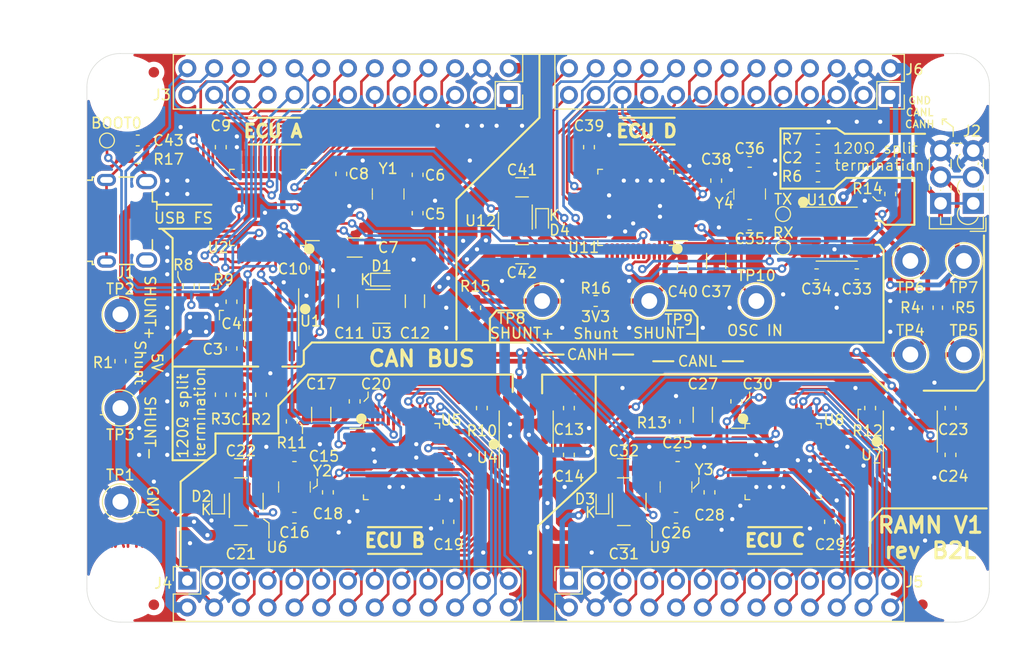
<source format=kicad_pcb>
(kicad_pcb (version 20221018) (generator pcbnew)
  (layers (0 "F.Cu" signal) (31 "B.Cu" signal) (34 "B.Paste" user) (35 "F.Paste" user) (36 "B.SilkS" user "B.Silkscreen") (37 "F.SilkS" user "F.Silkscreen") (38 "B.Mask" user) (39 "F.Mask" user) (44 "Edge.Cuts" user))
  (net 0 "")
  (net 1 "GND")
  (net 2 "Net-(C2-Pad1)")
  (net 3 "+5V")
  (net 4 "/usb_uc/USB_D+")
  (net 5 "/usb_uc/USB_D-")
  (net 6 "/usb_uc/nRST")
  (net 7 "/usb_uc/SYS_JTDO-SWO")
  (net 8 "/usb_uc/SYS_JTCK-SWCLK")
  (net 9 "/usb_uc/SYS_JTMS-SWDIO")
  (net 10 "/usb_uc/SYS_JTDI")
  (net 11 "/usb_uc/SYS_JTRST")
  (net 12 "/usb_uc/BOOT0")
  (net 13 "/usb_uc/CAN_STB")
  (net 14 "/usb_uc/CAN1_RX")
  (net 15 "/usb_uc/CAN1_TX")
  (net 16 "/usb_uc/PA8")
  (net 17 "/usb_uc/PB15")
  (net 18 "/usb_uc/PB14")
  (net 19 "/usb_uc/PB13")
  (net 20 "/usb_uc/PB12")
  (net 21 "/usb_uc/PB11")
  (net 22 "/usb_uc/PB10")
  (net 23 "/usb_uc/PB2")
  (net 24 "/usb_uc/PB1")
  (net 25 "/usb_uc/PB0")
  (net 26 "/usb_uc/PA7")
  (net 27 "/usb_uc/PA6")
  (net 28 "/usb_uc/PA5")
  (net 29 "/usb_uc/PA4")
  (net 30 "/usb_uc/PA3")
  (net 31 "/usb_uc/PA2")
  (net 32 "/usb_uc/PA1")
  (net 33 "/usb_uc/3V3_ECU")
  (net 34 "Net-(J1-Pad1)")
  (net 35 "/usb_uc/ECU_3_EN")
  (net 36 "/usb_uc/ECU_2_EN")
  (net 37 "/usb_uc/ECU_1_EN")
  (net 38 "Net-(C25-Pad1)")
  (net 39 "Net-(C26-Pad1)")
  (net 40 "Net-(C35-Pad1)")
  (net 41 "Net-(C36-Pad1)")
  (net 42 "Net-(J1-Pad4)")
  (net 43 "Net-(U5-Pad43)")
  (net 44 "Net-(U5-Pad42)")
  (net 45 "Net-(U5-Pad41)")
  (net 46 "Net-(U5-Pad33)")
  (net 47 "Net-(U5-Pad32)")
  (net 48 "Net-(U5-Pad31)")
  (net 49 "Net-(U5-Pad10)")
  (net 50 "Net-(U5-Pad4)")
  (net 51 "Net-(U6-Pad4)")
  (net 52 "Net-(U8-Pad43)")
  (net 53 "Net-(U8-Pad42)")
  (net 54 "Net-(U8-Pad41)")
  (net 55 "Net-(U8-Pad33)")
  (net 56 "Net-(U8-Pad32)")
  (net 57 "Net-(U8-Pad31)")
  (net 58 "Net-(U8-Pad10)")
  (net 59 "Net-(U8-Pad4)")
  (net 60 "Net-(U9-Pad4)")
  (net 61 "Net-(U11-Pad43)")
  (net 62 "Net-(U11-Pad42)")
  (net 63 "Net-(U11-Pad41)")
  (net 64 "Net-(U11-Pad33)")
  (net 65 "Net-(U11-Pad32)")
  (net 66 "Net-(U11-Pad31)")
  (net 67 "Net-(U11-Pad10)")
  (net 68 "Net-(U11-Pad4)")
  (net 69 "Net-(U12-Pad4)")
  (net 70 "Net-(U5-Pad2)")
  (net 71 "Net-(U8-Pad2)")
  (net 72 "Net-(U11-Pad2)")
  (net 73 "Net-(C1-Pad1)")
  (net 74 "Net-(C5-Pad1)")
  (net 75 "Net-(C6-Pad1)")
  (net 76 "Net-(C15-Pad1)")
  (net 77 "Net-(C16-Pad1)")
  (net 78 "Net-(U2-Pad31)")
  (net 79 "Net-(U2-Pad30)")
  (net 80 "Net-(U3-Pad4)")
  (net 81 "/ECUB/3V3_ECU")
  (net 82 "/ECUB/nRST")
  (net 83 "/ECUC/3V3_ECU")
  (net 84 "/ECUC/nRST")
  (net 85 "/ECUD/3V3_ECU")
  (net 86 "/ECUD/nRST")
  (net 87 "/ECUD/sheet5D7F273B/3.3V")
  (net 88 "/ECUD/CANL_IN")
  (net 89 "/ECUD/CANH_IN")
  (net 90 "/ECUB/PA1")
  (net 91 "/ECUB/PA2")
  (net 92 "/ECUB/PA3")
  (net 93 "/ECUB/PA4")
  (net 94 "/ECUB/PA5")
  (net 95 "/ECUB/PA6")
  (net 96 "/ECUB/PA7")
  (net 97 "/ECUB/PB0")
  (net 98 "/ECUB/PB1")
  (net 99 "/ECUB/PB2")
  (net 100 "/ECUB/PB10")
  (net 101 "/ECUB/PB11")
  (net 102 "/ECUB/PB12")
  (net 103 "/ECUB/PB13")
  (net 104 "/ECUB/PB14")
  (net 105 "/ECUB/PB15")
  (net 106 "/ECUB/PA8")
  (net 107 "/ECUB/SYS_JTMS-SWDIO")
  (net 108 "/ECUB/SYS_JTDI")
  (net 109 "/ECUB/SYS_JTCK-SWCLK")
  (net 110 "/ECUB/SYS_JTDO-SWO")
  (net 111 "/ECUB/SYS_JTRST")
  (net 112 "/ECUC/PA1")
  (net 113 "/ECUC/PA2")
  (net 114 "/ECUC/PA3")
  (net 115 "/ECUC/PA4")
  (net 116 "/ECUC/PA5")
  (net 117 "/ECUC/PA6")
  (net 118 "/ECUC/PA7")
  (net 119 "/ECUC/PB0")
  (net 120 "/ECUC/PB1")
  (net 121 "/ECUC/PB2")
  (net 122 "/ECUC/PB10")
  (net 123 "/ECUC/PB11")
  (net 124 "/ECUC/PB12")
  (net 125 "/ECUC/PB13")
  (net 126 "/ECUC/PB14")
  (net 127 "/ECUC/PB15")
  (net 128 "/ECUC/PA8")
  (net 129 "/ECUC/SYS_JTMS-SWDIO")
  (net 130 "/ECUC/SYS_JTDI")
  (net 131 "/ECUC/SYS_JTCK-SWCLK")
  (net 132 "/ECUC/SYS_JTDO-SWO")
  (net 133 "/ECUC/SYS_JTRST")
  (net 134 "/ECUD/PA1")
  (net 135 "/ECUD/PA2")
  (net 136 "/ECUD/PA3")
  (net 137 "/ECUD/PA4")
  (net 138 "/ECUD/PA5")
  (net 139 "/ECUD/PA6")
  (net 140 "/ECUD/PA7")
  (net 141 "/ECUD/PB0")
  (net 142 "/ECUD/PB1")
  (net 143 "/ECUD/PB2")
  (net 144 "/ECUD/PB10")
  (net 145 "/ECUD/PB11")
  (net 146 "/ECUD/PB12")
  (net 147 "/ECUD/PB13")
  (net 148 "/ECUD/PB14")
  (net 149 "/ECUD/PB15")
  (net 150 "/ECUD/PA8")
  (net 151 "/ECUD/SYS_JTMS-SWDIO")
  (net 152 "/ECUD/SYS_JTDI")
  (net 153 "/ECUD/SYS_JTCK-SWCLK")
  (net 154 "/ECUD/SYS_JTDO-SWO")
  (net 155 "/ECUD/SYS_JTRST")
  (net 156 "/ECUB/CANH_IN")
  (net 157 "/ECUB/CANL_IN")
  (net 158 "/ECUB/CAN_STB")
  (net 159 "/ECUC/CAN_STB")
  (net 160 "/ECUD/CAN_STB")
  (net 161 "/ECUD/CAN1_TX")
  (net 162 "/ECUD/CAN1_RX")
  (net 163 "/ECUC/BOOT0")
  (net 164 "/ECUD/BOOT0")
  (net 165 "/ECUB/BOOT0")
  (net 166 "/ECUB/CAN1_RX")
  (net 167 "/ECUB/CAN1_TX")
  (net 168 "/ECUC/CAN1_RX")
  (net 169 "/ECUC/CAN1_TX")
  (net 170 "Net-(C43-Pad1)")
  (net 171 "Net-(U5-Pad30)")
  (net 172 "Net-(U8-Pad30)")
  (net 173 "Net-(U11-Pad30)")
  (footprint "Capacitor_SMD:C_0603_1608Metric" (layer "F.Cu") (at 55.245 75.565 90)
    (fp_text reference "C1")
    (fp_text value "4.7nF")
  )
  (footprint "Capacitor_SMD:C_0603_1608Metric" (layer "F.Cu") (at 72.009 54.695 -90)
    (fp_text reference "C6")
    (fp_text value "10pF")
  )
  (footprint "Resistor_SMD:R_0603_1608Metric" (layer "F.Cu") (at 57.15 75.565 -90)
    (fp_text reference "R2")
    (fp_text value "60R")
  )
  (footprint "Capacitor_SMD:C_0603_1608Metric" (layer "F.Cu") (at 72.009 58.335 90)
    (fp_text reference "C5")
    (fp_text value "10pF")
  )
  (footprint "digikey-footprints:SMD-2_3.2x2.5mm" (layer "F.Cu") (at 69.215 56.515 90)
    (fp_text reference "Y1")
    (fp_text value "NX3225GD-8MHZ-STD-CRA-3")
  )
  (footprint "Capacitor_SMD:C_0603_1608Metric" (layer "F.Cu") (at 54.356 71.181 -90)
    (fp_text reference "C3")
    (fp_text value "100nF")
  )
  (footprint "Capacitor_SMD:C_0603_1608Metric" (layer "F.Cu") (at 64.77 54.61 90)
    (fp_text reference "C8")
    (fp_text value "100nF")
  )
  (footprint "TestPoint:TestPoint_Loop_D2.54mm_Drill1.5mm_Beaded" (layer "F.Cu") (at 43.815 76.835)
    (fp_text reference "TP3")
    (fp_text value " ")
  )
  (footprint "Capacitor_SMD:C_1206_3216Metric" (layer "F.Cu") (at 66.04 61.595)
    (fp_text reference "C7")
    (fp_text value "10uF")
  )
  (footprint "Capacitor_SMD:C_0603_1608Metric" (layer "F.Cu") (at 53.34 52.07 90)
    (fp_text reference "C9")
    (fp_text value "100nF")
  )
  (footprint "Package_SO:SOIC-8_3.9x4.9mm_P1.27mm" (layer "F.Cu") (at 58.166 68.961 -90)
    (fp_text reference "U1")
    (fp_text value "ATA6561-GAQW-N")
  )
  (footprint "Capacitor_SMD:C_0603_1608Metric" (layer "F.Cu") (at 86.36 81.28 -90)
    (fp_text reference "C14")
    (fp_text value "100nF")
  )
  (footprint "Capacitor_SMD:C_0603_1608Metric" (layer "F.Cu") (at 74.93 87.63 -90)
    (fp_text reference "C19")
    (fp_text value "100nF")
  )
  (footprint "Package_SO:TSOP-5_1.65x3.05mm_P0.95mm" (layer "F.Cu") (at 55.753 85.725 90)
    (fp_text reference "U6")
    (fp_text value "NCV8163")
  )
  (footprint "Capacitor_SMD:C_1206_3216Metric" (layer "F.Cu") (at 55.245 88.9)
    (fp_text reference "C21")
    (fp_text value "1uF")
  )
  (footprint "Capacitor_SMD:C_1206_3216Metric" (layer "F.Cu") (at 55.245 82.55)
    (fp_text reference "C22")
    (fp_text value "1uF")
  )
  (footprint "Capacitor_SMD:C_0603_1608Metric" (layer "F.Cu") (at 113.665 64.135 180)
    (fp_text reference "C33")
    (fp_text value "100nF")
  )
  (footprint "Capacitor_SMD:C_0603_1608Metric" (layer "F.Cu") (at 109.855 64.135 180)
    (fp_text reference "C34")
    (fp_text value "100nF")
  )
  (footprint "Capacitor_SMD:C_0603_1608Metric" (layer "F.Cu") (at 103.505 53.467)
    (fp_text reference "C36")
    (fp_text value "10pF")
  )
  (footprint "Capacitor_SMD:C_1206_3216Metric" (layer "F.Cu") (at 100.33 62.865 -90)
    (fp_text reference "C37")
    (fp_text value "10uF")
  )
  (footprint "Capacitor_SMD:C_0603_1608Metric" (layer "F.Cu") (at 100.33 55.245 90)
    (fp_text reference "C38")
    (fp_text value "100nF")
  )
  (footprint "Capacitor_SMD:C_0603_1608Metric" (layer "F.Cu") (at 88.265 52.07 90)
    (fp_text reference "C39")
    (fp_text value "100nF")
  )
  (footprint "Capacitor_SMD:C_0603_1608Metric" (layer "F.Cu") (at 97.155 63.5 -90)
    (fp_text reference "C40")
    (fp_text value "100nF")
  )
  (footprint "Capacitor_SMD:C_1206_3216Metric" (layer "F.Cu") (at 81.915 55.88 180)
    (fp_text reference "C41")
    (fp_text value "1uF")
  )
  (footprint "Capacitor_SMD:C_1206_3216Metric" (layer "F.Cu") (at 81.915 62.23 180)
    (fp_text reference "C42")
    (fp_text value "1uF")
  )
  (footprint "Package_SO:SOIC-8_3.9x4.9mm_P1.27mm" (layer "F.Cu") (at 111.76 60.325)
    (fp_text reference "U10")
    (fp_text value "ATA6561-GAQW-N")
  )
  (footprint "Package_QFP:LQFP-48_7x7mm_P0.5mm" (layer "F.Cu") (at 92.71 57.785 180)
    (fp_text reference "U11")
    (fp_text value "STM32L443CCTx")
  )
  (footprint "Package_SO:TSOP-5_1.65x3.05mm_P0.95mm" (layer "F.Cu") (at 81.28 59.055 -90)
    (fp_text reference "U12")
    (fp_text value "NCV8163")
  )
  (footprint "digikey-footprints:SMD-2_3.2x2.5mm" (layer "F.Cu") (at 103.505 56.515 90)
    (fp_text reference "Y4")
    (fp_text value "NX3225GD-8MHZ-STD-CRA-3")
  )
  (footprint "Capacitor_SMD:C_1206_3216Metric" (layer "F.Cu") (at 65.405 66.692 -90)
    (fp_text reference "C11")
    (fp_text value "1uF")
  )
  (footprint "Resistor_SMD:R_0603_1608Metric" (layer "F.Cu") (at 53.34 75.565 90)
    (fp_text reference "R3")
    (fp_text value "60R")
  )
  (footprint "TestPoint:TestPoint_Loop_D2.54mm_Drill1.5mm_Beaded" (layer "F.Cu") (at 93.98 66.675)
    (fp_text reference "TP9")
    (fp_text value " ")
  )
  (footprint "Capacitor_SMD:C_0603_1608Metric" (layer "F.Cu") (at 99.695 84.836 -90)
    (fp_text reference "C28")
    (fp_text value "100nF")
  )
  (footprint "Capacitor_SMD:C_0603_1608Metric" (layer "F.Cu") (at 111.125 87.63 -90)
    (fp_text reference "C29")
    (fp_text value "100nF")
  )
  (footprint "Capacitor_SMD:C_1206_3216Metric" (layer "F.Cu") (at 62.865 77.47 90)
    (fp_text reference "C17")
    (fp_text value "10uF")
  )
  (footprint "Package_SO:SOIC-8_3.9x4.9mm_P1.27mm" (layer "F.Cu") (at 82.31 79.06 90)
    (fp_text reference "U4")
    (fp_text value "ATA6561-GAQW-N")
  )
  (footprint "Capacitor_SMD:C_1206_3216Metric" (layer "F.Cu") (at 99.06 77.47 90)
    (fp_text reference "C27")
    (fp_text value "10uF")
  )
  (footprint "Capacitor_SMD:C_1206_3216Metric" (layer "F.Cu") (at 91.567 82.55)
    (fp_text reference "C32")
    (fp_text value "1uF")
  )
  (footprint "Package_SO:TSOP-5_1.65x3.05mm_P0.95mm" (layer "F.Cu") (at 92.075 85.725 90)
    (fp_text reference "U9")
    (fp_text value "NCV8163")
  )
  (footprint "Capacitor_SMD:C_0603_1608Metric" (layer "F.Cu") (at 60.325 87.249 180)
    (fp_text reference "C16")
    (fp_text value "10pF")
  )
  (footprint "Capacitor_SMD:C_0603_1608Metric" (layer "F.Cu") (at 96.6725 81.407 180)
    (fp_text reference "C25")
    (fp_text value "10pF")
  )
  (footprint "Capacitor_SMD:C_0603_1608Metric" (layer "F.Cu") (at 63.5 84.836 -90)
    (fp_text reference "C18")
    (fp_text value "100nF")
  )
  (footprint "Capacitor_SMD:C_0603_1608Metric" (layer "F.Cu") (at 96.52 87.249 180)
    (fp_text reference "C26")
    (fp_text value "10pF")
  )
  (footprint "MountingHole:MountingHole_3.2mm_M3_ISO7380" (layer "F.Cu") (at 44.45 93.345)
    (fp_text reference "H2" hide)
    (fp_text value "MountingHole")
  )
  (footprint "Capacitor_SMD:C_0603_1608Metric" (layer "F.Cu") (at 109.982 53.086 180)
    (fp_text reference "C2")
    (fp_text value "4.7nF")
  )
  (footprint "Resistor_SMD:R_0603_1608Metric" (layer "F.Cu") (at 109.982 51.308)
    (fp_text reference "R7")
    (fp_text value "60R")
  )
  (footprint "MountingHole:MountingHole_3.2mm_M3_ISO7380" (layer "F.Cu") (at 122.555 46.99)
    (fp_text reference "H4" hide)
    (fp_text value "MountingHole")
  )
  (footprint "Capacitor_SMD:C_0603_1608Metric" (layer "F.Cu") (at 122.555 81.28 -90)
    (fp_text reference "C24")
    (fp_text value "100nF")
  )
  (footprint "Package_SO:SOIC-8_3.9x4.9mm_P1.27mm" (layer "F.Cu") (at 118.745 79.06 90)
    (fp_text reference "U7")
    (fp_text value "ATA6561-GAQW-N")
  )
  (footprint "TestPoint:TestPoint_Loop_D2.54mm_Drill1.5mm_Beaded" (layer "F.Cu") (at 43.815 67.945)
    (fp_text reference "TP2")
    (fp_text value " ")
  )
  (footprint "Connector_PinSocket_2.54mm:PinSocket_2x13_P2.54mm_Vertical" (layer "F.Cu") (at 86.36 93.218 90)
    (fp_text reference "J5")
    (fp_text value " ")
  )
  (footprint "Connector_PinSocket_2.54mm:PinSocket_2x13_P2.54mm_Vertical" (layer "F.Cu") (at 80.645 47.117 -90)
    (fp_text reference "J3")
    (fp_text value " ")
  )
  (footprint "Connector_PinSocket_2.54mm:PinSocket_2x13_P2.54mm_Vertical" (layer "F.Cu") (at 50.165 93.218 90)
    (fp_text reference "J4")
    (fp_text value " ")
  )
  (footprint "Connector_PinSocket_2.54mm:PinSocket_2x13_P2.54mm_Vertical" (layer "F.Cu") (at 116.84 47.117 -90)
    (fp_text reference "J6")
    (fp_text value " ")
  )
  (footprint "TestPoint:TestPoint_Loop_D2.54mm_Drill1.5mm_Beaded" (layer "F.Cu") (at 43.815 85.725)
    (fp_text reference "TP1")
    (fp_text value " ")
  )
  (footprint "Package_QFP:LQFP-48_7x7mm_P0.5mm" (layer "F.Cu") (at 106.68 81.915)
    (fp_text reference "U8")
    (fp_text value "STM32L443CCTx")
  )
  (footprint "Connector_USB:USB_Micro-B_Wuerth_629105150521" (layer "F.Cu") (at 44.45 59.055 -90)
    (fp_text reference "J1")
    (fp_text value "USB_C_Micro")
  )
  (footprint "Package_QFP:LQFP-48_7x7mm_P0.5mm" (layer "F.Cu") (at 57.785 57.785 180)
    (fp_text reference "U2")
    (fp_text value "STM32L443CCTx")
  )
  (footprint "Capacitor_SMD:C_0603_1608Metric" (layer "F.Cu") (at 62.23 63.5 -90)
    (fp_text reference "C10")
    (fp_text value "100nF")
  )
  (footprint "TestPoint:TestPoint_Loop_D2.54mm_Drill1.5mm_Beaded" (layer "F.Cu") (at 118.745 71.755)
    (fp_text reference "TP4")
    (fp_text value " ")
  )
  (footprint "Resistor_SMD:R_0603_1608Metric" (layer "F.Cu") (at 96.393 78.105 90)
    (fp_text reference "R13")
    (fp_text value "10k")
  )
  (footprint "Resistor_SMD:R_0603_1608Metric" (layer "F.Cu") (at 77.47 67.31 -90)
    (fp_text reference "R15")
    (fp_text value "10k")
  )
  (footprint "MountingHole:MountingHole_3.2mm_M3_ISO7380" (layer "F.Cu") (at 122.555 93.345)
    (fp_text reference "H1" hide)
    (fp_text value "MountingHole")
  )
  (footprint "Resistor_SMD:R_0603_1608Metric" (layer "F.Cu") (at 78.105 76.835 -90)
    (fp_text reference "R10")
    (fp_text value "10k")
  )
  (footprint "TestPoint:TestPoint_Loop_D2.54mm_Drill1.5mm_Beaded" (layer "F.Cu") (at 123.825 62.865)
    (fp_text reference "TP7")
    (fp_text value " ")
  )
  (footprint "Resistor_SMD:R_0603_1608Metric" (layer "F.Cu") (at 122.301 67.31 -90)
    (fp_text reference "R5")
    (fp_text value "0R")
  )
  (footprint "Resistor_SMD:R_0603_1608Metric" (layer "F.Cu") (at 43.815 72.39 90)
    (fp_text reference "R1")
    (fp_text value "0R")
  )
  (footprint "Capacitor_SMD:C_1206_3216Metric" (layer "F.Cu") (at 71.755 66.692 -90)
    (fp_text reference "C12")
    (fp_text value "1uF")
  )
  (footprint "Package_QFP:LQFP-48_7x7mm_P0.5mm" (layer "F.Cu") (at 70.485 81.915)
    (fp_text reference "U5")
    (fp_text value "STM32L443CCTx")
  )
  (footprint "digikey-footprints:SMD-2_3.2x2.5mm" (layer "F.Cu") (at 96.52 84.328 -90)
    (fp_text reference "Y3")
    (fp_text value "NX3225GD-8MHZ-STD-CRA-3")
  )
  (footprint "TestPoint:TestPoint_Loop_D2.54mm_Drill1.5mm_Beaded" (layer "F.Cu") (at 123.825 71.755)
    (fp_text reference "TP5")
    (fp_text value " ")
  )
  (footprint "TestPoint:TestPoint_Loop_D2.54mm_Drill1.5mm_Beaded" (layer "F.Cu") (at 118.745 62.865)
    (fp_text reference "TP6")
    (fp_text value " ")
  )
  (footprint "TestPoint:TestPoint_Loop_D2.54mm_Drill1.5mm_Beaded" (layer "F.Cu") (at 104.14 66.675)
    (fp_text reference "TP10")
    (fp_text value " ")
  )
  (footprint "TestPoint:TestPoint_Loop_D2.54mm_Drill1.5mm_Beaded" (layer "F.Cu") (at 83.82 66.675)
    (fp_text reference "TP8")
    (fp_text value " ")
  )
  (footprint "Resistor_SMD:R_0603_1608Metric" (layer "F.Cu") (at 88.9 66.675 180)
    (fp_text reference "R16")
    (fp_text value "0R")
  )
  (footprint "Resistor_SMD:R_0603_1608Metric" (layer "F.Cu") (at 120.396 67.31 -90)
    (fp_text reference "R4")
    (fp_text value "0R")
  )
  (footprint "Resistor_SMD:R_0603_1608Metric" (layer "F.Cu") (at 51.816 65.278 90)
    (fp_text reference "R9")
    (fp_text value "10k")
  )
  (footprint "Resistor_SMD:R_0603_1608Metric" (layer "F.Cu") (at 50.292 65.278 -90)
    (fp_text reference "R8")
    (fp_text value "DNM")
  )
  (footprint "MountingHole:MountingHole_3.2mm_M3_ISO7380" (layer "F.Cu") (at 44.45 46.99)
    (fp_text reference "H3" hide)
    (fp_text value "MountingHole")
  )
  (footprint "TestPoint:TestPoint_Pad_D1.0mm" (layer "F.Cu") (at 42.545 51.435)
    (fp_text reference "BOOT0")
    (fp_text value " ")
  )
  (footprint "Fiducial:Fiducial_1mm_Mask2mm" (layer "F.Cu") (at 46.99 95.504)
    (fp_text reference "FID1" hide)
    (fp_text value "Fiducial")
  )
  (footprint "Fiducial:Fiducial_1mm_Mask2mm" (layer "F.Cu") (at 119.888 95.504)
    (fp_text reference "FID2" hide)
    (fp_text value "Fiducial")
  )
  (footprint "TestPoint:TestPoint_Pad_D1.0mm" (layer "F.Cu") (at 106.68 58.42)
    (fp_text reference "TX")
    (fp_text value " ")
  )
  (footprint "Capacitor_SMD:C_0603_1608Metric" (layer "F.Cu") (at 122.555 76.835 90)
    (fp_text reference "C23")
    (fp_text value "100nF")
  )
  (footprint "Resistor_SMD:R_0603_1608Metric" (layer "F.Cu") (at 116.84 56.515 90)
    (fp_text reference "R14")
    (fp_text value "10k")
  )
  (footprint "Capacitor_SMD:C_0603_1608Metric" (layer "F.Cu") (at 103.505 59.436)
    (fp_text reference "C35")
    (fp_text value "10pF")
  )
  (footprint "Package_SO:TSOP-5_1.65x3.05mm_P0.95mm" (layer "F.Cu") (at 68.58 67.183)
    (fp_text reference "U3")
    (fp_text value "NCV8163")
  )
  (footprint "Fiducial:Fiducial_1mm_Mask2mm" (layer "F.Cu") (at 46.99 44.958)
    (fp_text reference "FID3" hide)
    (fp_text value "Fiducial")
  )
  (footprint "Diode_SMD:D_SOD-523" (layer "F.Cu") (at 68.707 64.643)
    (fp_text reference "D1")
    (fp_text value "D_Schottky")
  )
  (footprint "Diode_SMD:D_SOD-523" (layer "F.Cu") (at 53.086 85.725 90)
    (fp_text reference "D2")
    (fp_text value "D_Schottky")
  )
  (footprint "Diode_SMD:D_SOD-523" (layer "F.Cu") (at 83.82 59.055 -90)
    (fp_text reference "D4")
    (fp_text value "D_Schottky")
  )
  (footprint "Capacitor_SMD:C_0603_1608Metric" (layer "F.Cu") (at 45.466 51.435)
    (fp_text reference "C43")
    (fp_text value "100nF")
  )
  (footprint "Resistor_SMD:R_0603_1608Metric" (layer "F.Cu") (at 45.466 53.086)
    (fp_text reference "R17")
    (fp_text value "10k")
  )
  (footprint "TerminalBlock_Phoenix:TerminalBlock_Phoenix_PTSM-0,5-3-2.5-V-THR_1x03_P2.50mm_Vertical" (layer "F.Cu") (at 124.714 57.404 90)
    (fp_text reference "J2")
    (fp_text value "Screw_Terminal_01x03")
  )
  (footprint "Capacitor_SMD:C_0603_1608Metric" (layer "F.Cu") (at 66.04 76.2 90)
    (fp_text reference "C20")
    (fp_text value "100nF")
  )
  (footprint "Capacitor_SMD:C_0603_1608Metric" (layer "F.Cu") (at 60.325 81.407 180)
    (fp_text reference "C15")
    (fp_text value "10pF")
  )
  (footprint "digikey-footprints:SMD-2_3.2x2.5mm" (layer "F.Cu") (at 60.325 84.328 -90)
    (fp_text reference "Y2")
    (fp_text value "NX3225GD-8MHZ-STD-CRA-3")
  )
  (footprint "Resistor_SMD:R_0603_1608Metric" (layer "F.Cu") (at 60.071 78.105 90)
    (fp_text reference "R11")
    (fp_text value "10k")
  )
  (footprint "Capacitor_SMD:C_0603_1608Metric" (layer "F.Cu") (at 54.356 66.741 90)
    (fp_text reference "C4")
    (fp_text value "100nF")
  )
  (footprint "Capacitor_SMD:C_1206_3216Metric" (layer "F.Cu") (at 91.567 88.9)
    (fp_text reference "C31")
    (fp_text value "1uF")
  )
  (footprint "Diode_SMD:D_SOD-523" (layer "F.Cu") (at 89.535 85.725 90)
    (fp_text reference "D3")
    (fp_text value "D_Schottky")
  )
  (footprint "Resistor_SMD:R_0603_1608Metric" (layer "F.Cu") (at 109.982 54.864 180)
    (fp_text reference "R6")
    (fp_text value "60R")
  )
  (footprint "Resistor_SMD:R_0603_1608Metric" (layer "F.Cu") (at 114.935 76.835 -90)
    (fp_text reference "R12")
    (fp_text value "10k")
  )
  (footprint "TestPoint:TestPoint_Pad_D1.0mm" (layer "F.Cu") (at 106.68 61.595)
    (fp_text reference "RX")
    (fp_text value " ")
  )
  (footprint "Capacitor_SMD:C_0603_1608Metric" (layer "F.Cu") (at 86.36 76.835 -90)
    (fp_text reference "C13")
    (fp_text value "100nF")
  )
  (footprint "Capacitor_SMD:C_0603_1608Metric" (layer "F.Cu") (at 102.235 76.2 90)
    (fp_text reference "C30")
    (fp_text value "100nF")
  )
  (gr_line (start 96.393 49.276) (end 91.186 49.276) (stroke (width 0.2)) (layer "F.SilkS"))
  (gr_line (start 103.378 88.138) (end 108.458 88.138) (stroke (width 0.2)) (layer "F.SilkS"))
  (gr_line (start 108.458 90.678) (end 103.378 90.678) (stroke (width 0.2)) (layer "F.SilkS"))
  (gr_line (start 75.692 57.023) (end 83.566 49.276) (stroke (width 0.2)) (layer "F.SilkS"))
  (gr_line (start 83.566 49.276) (end 83.566 43.307) (stroke (width 0.2)) (layer "F.SilkS"))
  (gr_line (start 111.506 56.007) (end 112.649 54.991) (stroke (width 0.2)) (layer "F.SilkS"))
  (gr_line (start 52.832 81.153) (end 52.832 79.248) (stroke (width 0.2)) (layer "F.SilkS"))
  (gr_line (start 88.9 73.66) (end 115.062 73.66) (stroke (width 0.2)) (layer "F.SilkS"))
  (gr_line (start 116.586 75.184) (end 115.062 73.66) (stroke (width 0.2)) (layer "F.SilkS"))
  (gr_line (start 83.947 71.755) (end 85.852 71.755) (stroke (width 0.2)) (layer "F.SilkS"))
  (gr_line (start 121.793 49.911) (end 121.793 49.403) (stroke (width 0.12)) (layer "F.SilkS"))
  (gr_line (start 48.768 60.706) (end 47.752 59.817) (stroke (width 0.2)) (layer "F.SilkS"))
  (gr_line (start 90.551 71.755) (end 92.456 71.755) (stroke (width 0.2)) (layer "F.SilkS"))
  (gr_line (start 94.361 72.39) (end 96.266 72.39) (stroke (width 0.2)) (layer "F.SilkS"))
  (gr_line (start 100.965 72.39) (end 102.87 72.39) (stroke (width 0.2)) (layer "F.SilkS"))
  (gr_line (start 106.426 50.292) (end 106.426 56.007) (stroke (width 0.2)) (layer "F.SilkS"))
  (gr_line (start 60.96 72.898) (end 59.182 72.898) (stroke (width 0.2)) (layer "F.SilkS"))
  (gr_line (start 125.73 74.168) (end 125.73 60.452) (stroke (width 0.2)) (layer "F.SilkS"))
  (gr_line (start 61.214 71.374) (end 61.976 70.612) (stroke (width 0.2)) (layer "F.SilkS"))
  (gr_circle (center 96.647 61.722) (end 96.647 61.722) (stroke (width 0.5)) (fill none) (layer "F.SilkS"))
  (gr_line (start 98.679 83.947) (end 98.552 84.074) (stroke (width 0.12)) (layer "F.SilkS"))
  (gr_line (start 53.086 65.151) (end 53.086 65.532) (stroke (width 0.12)) (layer "F.SilkS"))
  (gr_circle (center 108.585 57.277) (end 108.585 57.277) (stroke (width 0.5)) (fill none) (layer "F.SilkS"))
  (gr_line (start 120.015 75.184) (end 124.968 75.184) (stroke (width 0.2)) (layer "F.SilkS"))
  (gr_line (start 66.929 76.2) (end 67.31 75.819) (stroke (width 0.12)) (layer "F.SilkS"))
  (gr_line (start 115.951 59.055) (end 115.443 59.055) (stroke (width 0.2)) (layer "F.SilkS"))
  (gr_line (start 81.026 73.66) (end 81.026 75.311) (stroke (width 0.2)) (layer "F.SilkS"))
  (gr_line (start 115.951 57.15) (end 115.57 57.15) (stroke (width 0.12)) (layer "F.SilkS"))
  (gr_line (start 91.186 51.816) (end 96.393 51.816) (stroke (width 0.2)) (layer "F.SilkS"))
  (gr_line (start 119.126 59.436) (end 119.126 54.991) (stroke (width 0.2)) (layer "F.SilkS"))
  (gr_line (start 52.451 57.531) (end 47.371 57.531) (stroke (width 0.2)) (layer "F.SilkS"))
  (gr_circle (center 102.87 77.851) (end 102.87 77.851) (stroke (width 0.5)) (fill none) (layer "F.SilkS"))
  (gr_line (start 52.451 59.817) (end 47.498 59.817) (stroke (width 0.2)) (layer "F.SilkS"))
  (gr_line (start 114.935 87.63) (end 114.935 91.821) (stroke (width 0.2)) (layer "F.SilkS"))
  (gr_line (start 103.505 75.819) (end 103.505 75.311) (stroke (width 0.12)) (layer "F.SilkS"))
  (gr_line (start 94.234 89.154) (end 94.234 88.011) (stroke (width 0.12)) (layer "F.SilkS"))
  (gr_line (start 116.205 61.849) (end 115.824 61.341) (stroke (width 0.2)) (layer "F.SilkS"))
  (gr_line (start 82.296 67.564) (end 79.502 67.564) (stroke (width 0.2)) (layer "F.SilkS"))
  (gr_line (start 48.768 72.898) (end 56.896 72.898) (stroke (width 0.2)) (layer "F.SilkS"))
  (gr_line (start 115.316 82.042) (end 115.824 82.042) (stroke (width 0.12)) (layer "F.SilkS"))
  (gr_line (start 95.504 67.564) (end 98.044 67.564) (stroke (width 0.2)) (layer "F.SilkS"))
  (gr_line (start 53.213 67.564) (end 53.594 67.564) (stroke (width 0.12)) (layer "F.SilkS"))
  (gr_line (start 57.912 89.154) (end 57.912 87.757) (stroke (width 0.12)) (layer "F.SilkS"))
  (gr_line (start 62.484 83.566) (end 62.484 84.201) (stroke (width 0.12)) (layer "F.SilkS"))
  (gr_line (start 115.951 59.055) (end 116.332 59.436) (stroke (width 0.2)) (layer "F.SilkS"))
  (gr_line (start 61.214 72.644) (end 60.96 72.898) (stroke (width 0.2)) (layer "F.SilkS"))
  (gr_line (start 103.124 76.2) (end 103.505 75.819) (stroke (width 0.12)) (layer "F.SilkS"))
  (gr_line (start 58.801 79.248) (end 52.832 79.248) (stroke (width 0.2)) (layer "F.SilkS"))
  (gr_line (start 56.007 49.276) (end 60.833 49.276) (stroke (width 0.2)) (layer "F.SilkS"))
  (gr_line (start 53.086 65.532) (end 52.705 65.532) (stroke (width 0.12)) (layer "F.SilkS"))
  (gr_line (start 121.793 49.403) (end 122.174 49.403) (stroke (width 0.12)) (layer "F.SilkS"))
  (gr_line (start 106.426 56.007) (end 111.506 56.007) (stroke (width 0.2)) (layer "F.SilkS"))
  (gr_line (start 78.867 68.326) (end 78.867 70.485) (stroke (width 0.2)) (layer "F.SilkS"))
  (gr_line (start 83.439 97.028) (end 84.963 97.028) (stroke (width 0.12)) (layer "F.SilkS"))
  (gr_line (start 83.82 73.66) (end 88.9 73.66) (stroke (width 0.2)) (layer "F.SilkS"))
  (gr_line (start 49.53 83.82) (end 52.832 81.153) (stroke (width 0.2)) (layer "F.SilkS"))
  (gr_line (start 116.078 86.36) (end 125.984 86.36) (stroke (width 0.2)) (layer "F.SilkS"))
  (gr_line (start 62.484 84.201) (end 62.103 84.455) (stroke (width 0.12)) (layer "F.SilkS"))
  (gr_line (start 116.078 86.36) (end 114.935 87.63) (stroke (width 0.2)) (layer "F.SilkS"))
  (gr_line (start 94.234 88.011) (end 93.726 87.503) (stroke (width 0.12)) (layer "F.SilkS"))
  (gr_line (start 122.809 51.054) (end 122.809 50.165) (stroke (width 0.12)) (layer "F.SilkS"))
  (gr_line (start 98.679 83.439) (end 98.679 83.947) (stroke (width 0.12)) (layer "F.SilkS"))
  (gr_line (start 61.976 70.612) (end 116.205 70.612) (stroke (width 0.2)) (layer "F.SilkS"))
  (gr_line (start 83.439 88.011) (end 88.9 82.931) (stroke (width 0.2)) (layer "F.SilkS"))
  (gr_line (start 98.044 67.564) (end 98.552 68.199) (stroke (width 0.2)) (layer "F.SilkS"))
  (gr_line (start 58.801 76.581) (end 58.801 79.248) (stroke (width 0.2)) (layer "F.SilkS"))
  (gr_line (start 101.6254 56.3118) (end 101.8286 56.3118) (stroke (width 0.12)) (layer "F.SilkS"))
  (gr_line (start 81.975 43.247) (end 85.03 43.247) (stroke (width 0.12)) (layer "F.SilkS"))
  (gr_line (start 75.692 70.358) (end 75.692 57.023) (stroke (width 0.2)) (layer "F.SilkS"))
  (gr_line (start 61.595 73.66) (end 58.801 76.581) (stroke (width 0.2)) (layer "F.SilkS"))
  (gr_line (start 98.552 68.199) (end 98.552 70.485) (stroke (width 0.2)) (layer "F.SilkS"))
  (gr_circle (center 115.57 80.01) (end 115.57 80.01) (stroke (width 0.5)) (fill none) (layer "F.SilkS"))
  (gr_line (start 79.502 67.564) (end 78.867 68.326) (stroke (width 0.2)) (layer "F.SilkS"))
  (gr_line (start 125.73 74.168) (end 124.968 75.184) (stroke (width 0.2)) (layer "F.SilkS"))
  (gr_circle (center 66.675 77.851) (end 66.675 77.851) (stroke (width 0.5)) (fill none) (layer "F.SilkS"))
  (gr_line (start 67.31 88.138) (end 72.39 88.138) (stroke (width 0.2)) (layer "F.SilkS"))
  (gr_line (start 45.085 86.741) (end 46.101 86.741) (stroke (width 0.12)) (layer "F.SilkS"))
  (gr_line (start 61.214 71.374) (end 61.214 72.644) (stroke (width 0.2)) (layer "F.SilkS"))
  (gr_line (start 83.82 75.438) (end 83.82 73.66) (stroke (width 0.2)) (layer "F.SilkS"))
  (gr_line (start 120.142 50.8) (end 112.522 50.8) (stroke (width 0.2)) (layer "F.SilkS"))
  (gr_line (start 72.39 90.678) (end 67.31 90.678) (stroke (width 0.2)) (layer "F.SilkS"))
  (gr_line (start 113.792 76.962) (end 113.792 77.978) (stroke (width 0.12)) (layer "F.SilkS"))
  (gr_line (start 83.439 97.028) (end 83.439 88.011) (stroke (width 0.2)) (layer "F.SilkS"))
  (gr_line (start 49.276 64.389) (end 49.276 63.881) (stroke (width 0.12)) (layer "F.SilkS"))
  (gr_line (start 114.046 76.962) (end 113.792 76.962) (stroke (width 0.12)) (layer "F.SilkS"))
  (gr_line (start 49.276 64.389) (end 49.53 64.897) (stroke (width 0.12)) (layer "F.SilkS"))
  (gr_line (start 41.91 77.47) (end 42.164 77.47) (stroke (width 0.12)) (layer "F.SilkS"))
  (gr_line (start 106.426 50.292) (end 111.76 50.292) (stroke (width 0.2)) (layer "F.SilkS"))
  (gr_line (start 115.824 61.341) (end 115.443 61.341) (stroke (width 0.2)) (layer "F.SilkS"))
  (gr_line (start 83.439 97.028) (end 82.042 97.028) (stroke (width 0.12)) (layer "F.SilkS"))
  (gr_line (start 48.768 81.788) (end 48.768 60.706) (stroke (width 0.2)) (layer "F.SilkS"))
  (gr_line (start 112.649 54.991) (end 119.126 54.991) (stroke (width 0.2)) (layer "F.SilkS"))
  (gr_circle (center 61.722 61.722) (end 61.722 61.722) (stroke (width 0.5)) (fill none) (layer "F.SilkS"))
  (gr_line (start 57.912 87.757) (end 57.404 87.376) (stroke (width 0.12)) (layer "F.SilkS"))
  (gr_line (start 49.53 91.821) (end 49.53 83.82) (stroke (width 0.2)) (layer "F.SilkS"))
  (gr_line (start 122.809 50.165) (end 121.793 49.403) (stroke (width 0.12)) (layer "F.SilkS"))
  (gr_line (start 51.943 81.788) (end 48.768 81.788) (stroke (width 0.2)) (layer "F.SilkS"))
  (gr_line (start 116.205 70.612) (end 116.205 61.849) (stroke (width 0.2)) (layer "F.SilkS"))
  (gr_circle (center 79.248 80.264) (end 79.248 80.264) (stroke (width 0.5)) (fill none) (layer "F.SilkS"))
  (gr_line (start 98.552 84.074) (end 98.171 84.455) (stroke (width 0.12)) (layer "F.SilkS"))
  (gr_line (start 53.213 67.564) (end 53.213 68.453) (stroke (width 0.12)) (layer "F.SilkS"))
  (gr_line (start 88.9 82.931) (end 88.9 73.66) (stroke (width 0.2)) (layer "F.SilkS"))
  (gr_line (start 60.833 78.232) (end 61.087 78.486) (stroke (width 0.12)) (layer "F.SilkS"))
  (gr_line (start 121.793 49.403) (end 121.793 49.911) (stroke (width 0.12)) (layer "F.SilkS"))
  (gr_line (start 60.833 51.816) (end 56.007 51.816) (stroke (width 0.2)) (layer "F.SilkS"))
  (gr_line (start 81.026 73.66) (end 61.595 73.66) (stroke (width 0.2)) (layer "F.SilkS"))
  (gr_line (start 61.087 78.486) (end 61.087 79.248) (stroke (width 0.12)) (layer "F.SilkS"))
  (gr_line (start 67.31 75.819) (end 67.31 75.311) (stroke (width 0.12)) (layer "F.SilkS"))
  (gr_line (start 116.332 59.436) (end 119.126 59.436) (stroke (width 0.2)) (layer "F.SilkS"))
  (gr_line (start 111.76 50.292) (end 112.522 50.8) (stroke (width 0.2)) (layer "F.SilkS"))
  (gr_line (start 101.346 56.5912) (end 101.6254 56.3118) (stroke (width 0.12)) (layer "F.SilkS"))
  (gr_line (start 115.57 57.15) (end 115.189 56.769) (stroke (width 0.12)) (layer "F.SilkS"))
  (gr_circle (center 61.341 67.437) (end 61.341 67.437) (stroke (width 0.5)) (fill none) (layer "F.SilkS"))
  (gr_line (start 43.815 97.155) (end 123.065 97.155) (stroke (width 0.05)) (layer "Edge.Cuts"))
  (gr_line (start 40.64 46.355) (end 40.64 93.98) (stroke (width 0.05)) (layer "Edge.Cuts"))
  (gr_line (start 126.24 46.23) (end 126.24 93.98) (stroke (width 0.05)) (layer "Edge.Cuts"))
  (gr_arc (start 126.24 93.98) (mid 125.310064 96.225064) (end 123.065 97.155) (stroke (width 0.05)) (layer "Edge.Cuts"))
  (gr_arc (start 123.19 43.18) (mid 125.346676 44.073324) (end 126.24 46.23) (stroke (width 0.05)) (layer "Edge.Cuts"))
  (gr_line (start 43.815 43.18) (end 123.19 43.18) (stroke (width 0.05)) (layer "Edge.Cuts"))
  (gr_arc (start 40.64 46.355) (mid 41.569936 44.109936) (end 43.815 43.18) (stroke (width 0.05)) (layer "Edge.Cuts"))
  (gr_arc (start 43.815 97.155) (mid 41.569936 96.225064) (end 40.64 93.98) (stroke (width 0.05)) (layer "Edge.Cuts"))
  (gr_text "RAMN" (at 44.45 89.4461) (layer "F.Cu") (effects (font (size 1.2 1.2) (thickness 0.25))))
  (gr_text "5V\nShunt" (at 46.482 72.517 270) (layer "F.SilkS") (effects (font (size 1 1))))
  (gr_text "CANH" (at 88.138 71.755) (layer "F.SilkS") (effects (font (size 1 1))))
  (gr_text "CANL" (at 98.552 72.39) (layer "F.SilkS") (effects (font (size 1 1))))
  (gr_text "ECU A" (at 58.293 50.546) (layer "F.SilkS") (effects (font (size 1.2 1.2) (thickness 0.3))))
  (gr_text "120Ω split \ntermination" (at 115.824 52.9844) (layer "F.SilkS") (effects (font (size 1 1) (thickness 0.125))))
  (gr_text "K" (at 67.056 64.643) (layer "F.SilkS") (effects (font (size 1 1))))
  (gr_text "K" (at 84.963 58.547) (layer "F.SilkS") (effects (font (size 1 1))))
  (gr_text "GND\nCANL\nCANH" (at 119.634 48.768) (layer "F.SilkS") (effects (font (size 0.7 0.7) (thickness 0.125))))
  (gr_text "K" (at 51.943 86.487) (layer "F.SilkS") (effects (font (size 1 1))))
  (gr_text "ECU C" (at 105.918 89.408) (layer "F.SilkS") (effects (font (size 1.2 1.2) (thickness 0.3))))
  (gr_text "RAMN V1\nrev B2L" (at 120.65 89.154) (layer "F.SilkS") (effects (font (size 1.5 1.5) (thickness 0.3))))
  (gr_text "120Ω split \ntermination" (at 50.546 77.216 90) (layer "F.SilkS") (effects (font (size 1 1))))
  (gr_text "K" (at 88.392 86.741) (layer "F.SilkS") (effects (font (size 1 1))))
  (gr_text "SHUNT-" (at 46.609 78.74 270) (layer "F.SilkS") (effects (font (size 1 1))))
  (gr_text "OSC IN" (at 104.013 69.469) (layer "F.SilkS") (effects (font (size 1 1))))
  (gr_text "CAN BUS" (at 72.39 72.136) (layer "F.SilkS") (effects (font (size 1.5 1.5) (thickness 0.3))))
  (gr_text "USB FS" (at 49.784 58.801) (layer "F.SilkS") (effects (font (size 1 1))))
  (gr_text "ECU B" (at 69.85 89.408) (layer "F.SilkS") (effects (font (size 1.3 1.2) (thickness 0.3))))
  (gr_text "SHUNT-" (at 95.504 69.723) (layer "F.SilkS") (effects (font (size 1 1))))
  (gr_text "SHUNT+" (at 81.915 69.723) (layer "F.SilkS") (effects (font (size 1 1))))
  (gr_text "GND" (at 46.863 85.725 270) (layer "F.SilkS") (effects (font (size 1 1))))
  (gr_text "3V3\nShunt" (at 88.9 68.961) (layer "F.SilkS") (effects (font (size 1 1))))
  (gr_text "SHUNT+" (at 46.609 67.31 270) (layer "F.SilkS") (effects (font (size 1 1))))
  (gr_text "ECU D" (at 93.726 50.546) (layer "F.SilkS") (effects (font (size 1.2 1.2) (thickness 0.3))))
  (segment (start 85.58499 79.76901) (end 86.614 78.74) (width 0.25) (layer "F.Cu") (net 1))
  (segment (start 117.053999 78.780001) (end 115.546501 78.780001) (width 0.25) (layer "F.Cu") (net 1))
  (segment (start 118.11 81.535) (end 118.11 79.375) (width 0.25) (layer "F.Cu") (net 1))
  (segment (start 52.6542 60.198) (end 52.578 60.198) (width 0.25) (layer "F.Cu") (net 1))
  (segment (start 101.473 82.872) (end 101.473 83.439) (width 0.25) (layer "F.Cu") (net 1))
  (segment (start 93.29686 59.309) (end 92.71 59.309) (width 0.25) (layer "F.Cu") (net 1))
  (segment (start 72.898 88.265) (end 73.279 88.265) (width 0.25) (layer "F.Cu") (net 1))
  (segment (start 56.8198 80.518) (end 55.372 81.9658) (width 0.25) (layer "F.Cu") (net 1))
  (segment (start 64.25001 84.471774) (end 63.960774 84.76101) (width 0.25) (layer "F.Cu") (net 1))
  (segment (start 93.98 80.518) (end 92.2782 80.518) (width 0.25) (layer "F.Cu") (net 1))
  (segment (start 51.816 64.453) (end 51.816 64.135) (width 0.25) (layer "F.Cu") (net 1))
  (segment (start 53.6225 60.035) (end 52.8172 60.035) (width 0.25) (layer "F.Cu") (net 1))
  (segment (start 78.105 44.577) (end 77.978 44.577) (width 0.25) (layer "F.Cu") (net 1))
  (segment (start 81.28 56.645) (end 80.515 55.88) (width 0.25) (layer "F.Cu") (net 1))
  (segment (start 52.6542 60.198) (end 47.1932 60.198) (width 0.25) (layer "F.Cu") (net 1))
  (segment (start 64.25001 84.46699) (end 64.25001 84.471774) (width 0.25) (layer "F.Cu") (net 1))
  (segment (start 107.569 81.788) (end 107.95 81.788) (width 0.25) (layer "F.Cu") (net 1))
  (segment (start 92.2782 80.518) (end 91.7194 81.0768) (width 0.25) (layer "F.Cu") (net 1))
  (segment (start 95.61399 57.04001) (end 96.135 57.04001) (width 0.25) (layer "F.Cu") (net 1))
  (segment (start 59.5375 87.249) (end 59.5375 87.4775) (width 0.25) (layer "F.Cu") (net 1))
  (segment (start 55.753 86.885) (end 55.753 85.9282) (width 0.25) (layer "F.Cu") (net 1))
  (segment (start 105.41 53.34) (end 105.41 52.832) (width 0.25) (layer "F.Cu") (net 1))
  (segment (start 111.125 88.4175) (end 109.3725 88.4175) (width 0.25) (layer "F.Cu") (net 1))
  (segment (start 63.7286 55.2196) (end 63.894798 55.2196) (width 0.25) (layer "F.Cu") (net 1))
  (segment (start 47.0362 60.355) (end 46.35 60.355) (width 0.25) (layer "F.Cu") (net 1))
  (segment (start 66.314 67.183) (end 65.405 68.092) (width 0.25) (layer "F.Cu") (net 1))
  (segment (start 87.884 94.742) (end 87.63 94.488) (width 0.25) (layer "F.Cu") (net 1))
  (segment (start 99.5935 54.4575) (end 100.33 54.4575) (width 0.25) (layer "F.Cu") (net 1))
  (segment (start 101.68 82.665) (end 101.473 82.872) (width 0.25) (layer "F.Cu") (net 1))
  (segment (start 73.243 79.665) (end 73.152 79.756) (width 0.25) (layer "F.Cu") (net 1))
  (segment (start 103.2255 75.4125) (end 102.235 75.4125) (width 0.25) (layer "F.Cu") (net 1))
  (segment (start 52.6542 60.198) (end 52.8172 60.035) (width 0.25) (layer "F.Cu") (net 1))
  (segment (start 105.606315 80.264) (end 106.172 80.264) (width 0.25) (layer "F.Cu") (net 1))
  (segment (start 115.5065 45.7835) (end 114.3 44.577) (width 0.25) (layer "F.Cu") (net 1))
  (segment (start 86.36 82.0675) (end 86.36 82.296) (width 0.25) (layer "F.Cu") (net 1))
  (segment (start 63.95599 84.76101) (end 63.5 85.217) (width 0.25) (layer "F.Cu") (net 1))
  (segment (start 102.5175 82.665) (end 101.68 82.665) (width 0.25) (layer "F.Cu") (net 1))
  (segment (start 55.3212 74.7013) (end 55.3212 73.6346) (width 0.25) (layer "F.Cu") (net 1))
  (segment (start 88.5475 60.035) (end 89.385 60.035) (width 0.25) (layer "F.Cu") (net 1))
  (segment (start 72.39 79.756) (end 71.882 80.264) (width 0.25) (layer "F.Cu") (net 1))
  (segment (start 108.2548 84.328) (end 106.68 84.328) (width 0.25) (layer "F.Cu") (net 1))
  (segment (start 97.905 57.035) (end 97.9932 56.9468) (width 0.25) (layer "F.Cu") (net 1))
  (segment (start 94.95499 62.79001) (end 94.95499 63.16001) (width 0.25) (layer "F.Cu") (net 1))
  (segment (start 53.6225 60.035) (end 52.868 60.035) (width 0.25) (layer "F.Cu") (net 1))
  (segment (start 51.435 92.329) (end 50.419 91.313) (width 0.25) (layer "F.Cu") (net 1))
  (segment (start 110.8425 79.665) (end 108.93 79.665) (width 0.25) (layer "F.Cu") (net 1))
  (segment (start 106.68 57.0485) (end 106.68 55.88) (width 0.25) (layer "F.Cu") (net 1))
  (segment (start 70.866 84.582) (end 70.612 84.328) (width 0.25) (layer "F.Cu") (net 1))
  (segment (start 66.3225 82.665) (end 65.485 82.665) (width 0.25) (layer "F.Cu") (net 1))
  (segment (start 77.978 44.577) (end 76.835 45.72) (width 0.25) (layer "F.Cu") (net 1))
  (segment (start 101.473 83.439) (end 100.564989 84.347011) (width 0.25) (layer "F.Cu") (net 1))
  (segment (start 66.989292 82.665) (end 67.014301 82.639991) (width 0.25) (layer "F.Cu") (net 1))
  (segment (start 72.735 88.102) (end 72.898 88.265) (width 0.25) (layer "F.Cu") (net 1))
  (segment (start 62.785 57.035) (end 63.0215 56.7985) (width 0.25) (layer "F.Cu") (net 1))
  (segment (start 81.28 57.895) (end 81.28 56.645) (width 0.25) (layer "F.Cu") (net 1))
  (segment (start 63.960774 84.76101) (end 63.95599 84.76101) (width 0.25) (layer "F.Cu") (net 1))
  (segment (start 67.31 75.692) (end 67.0305 75.4125) (width 0.25) (layer "F.Cu") (net 1))
  (segment (start 85.58499 81.34319) (end 85.58499 79.76901) (width 0.25) (layer "F.Cu") (net 1))
  (segment (start 103.378 75.565) (end 103.2255 75.4125) (width 0.25) (layer "F.Cu") (net 1))
  (segment (start 52.705 95.758) (end 52.705 95.504) (width 0.25) (layer "F.Cu") (net 1))
  (segment (start 63.894798 55.2196) (end 64.01999 55.094408) (width 0.25) (layer "F.Cu") (net 1))
  (segment (start 53.6225 60.035) (end 52.885 60.035) (width 0.25) (layer "F.Cu") (net 1))
  (segment (start 104.43 76.998) (end 103.378 75.946) (width 0.25) (layer "F.Cu") (net 1))
  (segment (start 63.0215 56.7985) (end 63.0215 55.9267) (width 0.25) (layer "F.Cu") (net 1))
  (segment (start 52.451 60.452) (end 49.403 60.452) (width 0.25) (layer "F.Cu") (net 1))
  (segment (start 96.647 53.848) (end 97.79 53.848) (width 0.25) (layer "F.Cu") (net 1))
  (segment (start 57.244821 73.57501) (end 58.15601 72.663821) (width 0.25) (layer "F.Cu") (net 1))
  (segment (start 52.594998 63.5) (end 52.959 63.5) (width 0.25) (layer "F.Cu") (net 1))
  (segment (start 66.294 86.0552) (end 66.294 86.614) (width 0.25) (layer "F.Cu") (net 1))
  (segment (start 58.166 88.9) (end 56.645 88.9) (width 0.25) (layer "F.Cu") (net 1))
  (segment (start 76.835 45.72) (end 76.835 47.596751) (width 0.25) (layer "F.Cu") (net 1))
  (segment (start 53.34 51.2825) (end 53.5377 51.2825) (width 0.25) (layer "F.Cu") (net 1))
  (segment (start 76.835 47.596751) (end 74.266751 50.165) (width 0.25) (layer "F.Cu") (net 1))
  (segment (start 61.976 88.138) (end 63.5 86.614) (width 0.25) (layer "F.Cu") (net 1))
  (segment (start 52.895 64.453) (end 51.816 64.453) (width 0.25) (layer "F.Cu") (net 1))
  (segment (start 52.705 95.504) (end 51.435 94.234) (width 0.25) (layer "F.Cu") (net 1))
  (segment (start 86.36 82.0675) (end 86.36 82.55) (width 0.25) (layer "F.Cu") (net 1))
  (segment (start 115.57 45.847) (end 115.5065 45.7835) (width 0.25) (layer "F.Cu") (net 1))
  (segment (start 53.097465 63.638465) (end 53.097465 64.250535) (width 0.25) (layer "F.Cu") (net 1))
  (segment (start 49.53 50.165) (end 47.1425 52.5525) (width 0.25) (layer "F.Cu") (net 1))
  (segment (start 54.4575 51.2825) (end 53.34 51.2825) (width 0.25) (layer "F.Cu") (net 1))
  (segment (start 90.46 53.6225) (end 90.46 51.217) (width 0.25) (layer "F.Cu") (net 1))
  (segment (start 74.6475 79.665) (end 75.982 79.665) (width 0.25) (layer "F.Cu") (net 1))
  (segment (start 67.945 82.296) (end 67.945 81.915) (width 0.25) (layer "F.Cu") (net 1))
  (segment (start 115.57 48.895) (end 115.57 45.847) (width 0.25) (layer "F.Cu") (net 1))
  (segment (start 91.44 55.245) (end 91.313 55.245) (width 0.25) (layer "F.Cu") (net 1))
  (segment (start 118.11 79.375) (end 118.745 78.74) (width 0.25) (layer "F.Cu") (net 1))
  (segment (start 60.035 61.9475) (end 60.035 62.785) (width 0.25) (layer "F.Cu") (net 1))
  (segment (start 79.375 45.847) (end 79.375 48.895) (width 0.25) (layer "F.Cu") (net 1))
  (segment (start 100.564989 84.347011) (end 100.564989 85.236011) (width 0.25) (layer "F.Cu") (net 1))
  (segment (start 60.035 61.051) (end 59.436 60.452) (width 0.25) (layer "F.Cu") (net 1))
  (segment (start 64.01999 55.094408) (end 64.01999 54.36799) (width 0.25) (layer "F.Cu") (net 1))
  (segment (start 92.967 88.9) (end 92.075 88.008) (width 0.25) (layer "F.Cu") (net 1))
  (segment (start 114.427 44.577) (end 115.57 45.72) (width 0.25) (layer "F.Cu") (net 1))
  (segment (start 101.727 55.88) (end 100.457 57.15) (width 0.25) (layer "F.Cu") (net 1))
  (segment (start 104.30401 82.63999) (end 104.902 82.042) (width 0.25) (layer "F.Cu") (net 1))
  (segment (start 53.6225 60.035) (end 54.525698 60.035) (width 0.25) (layer "F.Cu") (net 1))
  (segment (start 50.419 62.103) (end 51.435 63.119) (width 0.25) (layer "F.Cu") (net 1))
  (segment (start 122.7328 78.74) (end 118.745 78.74) (width 0.25) (layer "F.Cu") (net 1))
  (segment (start 55.499 53.5865) (end 55.499 52.324) (width 0.25) (layer "F.Cu") (net 1))
  (segment (start 59.563 87.249) (end 60.452 88.138) (width 0.25) (layer "F.Cu") (net 1))
  (segment (start 101.727 54.229) (end 101.727 55.88) (width 0.25) (layer "F.Cu") (net 1))
  (segment (start 64.008 54.356) (end 63.8175 54.5465) (width 0.25) (layer "F.Cu") (net 1))
  (segment (start 95.25 55.245) (end 96.647 53.848) (width 0.25) (layer "F.Cu") (net 1))
  (segment (start 65.30999 83.40701) (end 64.25001 84.46699) (width 0.25) (layer "F.Cu") (net 1))
  (segment (start 103.378 75.946) (end 103.378 75.565) (width 0.25) (layer "F.Cu") (net 1))
  (segment (start 66.3225 82.665) (end 66.989292 82.665) (width 0.25) (layer "F.Cu") (net 1))
  (segment (start 53.6225 60.035) (end 53.6225 60.0425) (width 0.25) (layer "F.Cu") (net 1))
  (segment (start 118.745 78.74) (end 118.704999 78.780001) (width 0.25) (layer "F.Cu") (net 1))
  (segment (start 116.0272 77.8764) (end 116.0272 78.5114) (width 0.25) (layer "F.Cu") (net 1))
  (segment (start 60.035 61.9475) (end 60.035 61.051) (width 0.25) (layer "F.Cu") (net 1))
  (segment (start 85.725 94.488) (end 84.963 94.488) (width 0.25) (layer "F.Cu") (net 1))
  (segment (start 101.5365 54.4195) (end 101.727 54.229) (width 0.25) (layer "F.Cu") (net 1))
  (segment (start 55.753 85.9282) (end 55.5498 85.725) (width 0.25) (layer "F.Cu") (net 1))
  (segment (start 53.6225 60.035) (end 54.773 60.035) (width 0.25) (layer "F.Cu") (net 1))
  (segment (start 67.601009 82.639991) (end 67.945 82.296) (width 0.25) (layer "F.Cu") (net 1))
  (segment (start 64.01999 55.80001) (end 63.881 55.939) (width 0.25) (layer "F.Cu") (net 1))
  (segment (start 95.504 57.15) (end 95.61399 57.04001) (width 0.25) (layer "F.Cu") (net 1))
  (segment (start 99.7205 85.598) (end 99.695 85.6235) (width 0.25) (layer "F.Cu") (net 1))
  (segment (start 104.14 84.4296) (end 104.14 84.328) (width 0.25) (layer "F.Cu") (net 1))
  (segment (start 94.96 61.9475) (end 94.96 62.785) (width 0.25) (layer "F.Cu") (net 1))
  (segment (start 69.233011 53.194989) (end 73.006989 53.194989) (width 0.25) (layer "F.Cu") (net 1))
  (segment (start 64.01999 54.36799) (end 64.008 54.356) (width 0.25) (layer "F.Cu") (net 1))
  (segment (start 96.8725 57.035) (end 96.847491 57.060009) (width 0.25) (layer "F.Cu") (net 1))
  (segment (start 55.245 74.7775) (end 55.3212 74.7013) (width 0.25) (layer "F.Cu") (net 1))
  (segment (start 79.375 45.847) (end 81.661 45.847) (width 0.25) (layer "F.Cu") (net 1))
  (segment (start 116.8908 79.375) (end 118.11 79.375) (width 0.25) (layer "F.Cu") (net 1))
  (segment (start 54.773 60.035) (end 56.134 58.674) (width 0.25) (layer "F.Cu") (net 1))
  (segment (start 104.43 77.7525) (end 104.43 79.087685) (width 0.25) (layer "F.Cu") (net 1))
  (segment (start 108.93 86.0775) (end 108.93 87.975) (width 0.25) (layer "F.Cu") (net 1))
  (segment (start 47.1425 52.5525) (end 47.1425 52.705) (width 0.25) (layer "F.Cu") (net 1))
  (segment (start 91.7194 81.0768) (end 91.7194 83.9724) (width 0.25) (layer "F.Cu") (net 1))
  (segment (start 52.868 60.035) (end 52.451 60.452) (width 0.25) (layer "F.Cu") (net 1))
  (segment (start 67.42 67.183) (end 66.314 67.183) (width 0.25) (layer "F.Cu") (net 1))
  (segment (start 102.5175 82.665) (end 102.54251 82.63999) (width 0.25) (layer "F.Cu") (net 1))
  (segment (start 96.8725 57.035) (end 96.140008 57.035) (width 0.25) (layer "F.Cu") (net 1))
  (segment (start 74.266751 50.165) (end 73.66 50.165) (width 0.25) (layer "F.Cu") (net 1))
  (segment (start 59.436 60.452) (end 58.928 60.452) (width 0.25) (layer "F.Cu") (net 1))
  (segment (start 102.54251 82.63999) (end 104.30401 82.63999) (width 0.25) (layer "F.Cu") (net 1))
  (segment (start 67.0305 75.4125) (end 66.04 75.4125) (width 0.25) (layer "F.Cu") (net 1))
  (segment (start 55.38079 73.57501) (end 57.244821 73.57501) (width 0.25) (layer "F.Cu") (net 1))
  (segment (start 116.0272 78.5114) (end 116.8908 79.375) (width 0.25) (layer "F.Cu") (net 1))
  (segment (start 92.075 84.328) (end 92.075 86.885) (width 0.25) (layer "F.Cu") (net 1))
  (segment (start 123.4186 81.8134) (end 123.4186 79.4258) (width 0.25) (layer "F.Cu") (net 1))
  (segment (start 72.735 85.1048) (end 72.2122 84.582) (width 0.25) (layer "F.Cu") (net 1))
  (segment (start 96.8725 57.035) (end 96.135 57.035) (width 0.25) (layer "F.Cu") (net 1))
  (segment (start 115.57 45.847) (end 118.491 45.847) (width 0.25) (layer "F.Cu") (net 1))
  (segment (start 67.014301 82.639991) (end 67.601009 82.639991) (width 0.25) (layer "F.Cu") (net 1))
  (segment (start 51.435 94.488) (end 48.768 94.488) (width 0.25) (layer "F.Cu") (net 1))
  (segment (start 107.188 81.407) (end 107.569 81.788) (width 0.25) (layer "F.Cu") (net 1))
  (segment (start 64.01999 55.094408) (end 64.01999 55.80001) (width 0.25) (layer "F.Cu") (net 1))
  (segment (start 90.46 51.217) (end 90.17 50.927) (width 0.25) (layer "F.Cu") (net 1))
  (segment (start 78.994 45.466) (end 79.375 45.847) (width 0.25) (layer "F.Cu") (net 1))
  (segment (start 91.313 55.245) (end 91.2114 55.3466) (width 0.25) (layer "F.Cu") (net 1))
  (segment (start 89.385 60.035) (end 90.164514 59.255486) (width 0.25) (layer "F.Cu") (net 1))
  (segment (start 90.164514 59.255486) (end 90.164514 59.09501) (width 0.25) (layer "F.Cu") (net 1))
  (segment (start 102.616 85.9536) (end 104.14 84.4296) (width 0.25) (layer "F.Cu") (net 1))
  (segment (start 118.491 45.847) (end 118.618 45.974) (width 0.25) (layer "F.Cu") (net 1))
  (segment (start 108.93 79.665) (end 107.188 81.407) (width 0.25) (layer "F.Cu") (net 1))
  (segment (start 57.658 80.518) (end 56.8198 80.518) (width 0.25) (layer "F.Cu") (net 1))
  (segment (start 63.881 55.939) (end 63.881 55.233398) (width 0.25) (layer "F.Cu") (net 1))
  (segment (start 104.43 77.7525) (end 104.43 76.998) (width 0.25) (layer "F.Cu") (net 1))
  (segment (start 78.105 44.577) (end 78.994 45.466) (width 0.25) (layer "F.Cu") (net 1))
  (segment (start 53.097465 64.250535) (end 52.895 64.453) (width 0.25) (layer "F.Cu") (net 1))
  (segment (start 118.704999 78.780001) (end 117.053999 78.780001) (width 0.25) (layer "F.Cu") (net 1))
  (segment (start 88.9 95.758) (end 87.884 94.742) (width 0.25) (layer "F.Cu") (net 1))
  (segment (start 114.935 78.1685) (end 114.935 77.6225) (width 0.25) (layer "F.Cu") (net 1))
  (segment (start 92.075 88.008) (end 92.075 86.885) (width 0.25) (layer "F.Cu") (net 1))
  (segment (start 79.732335 84.61602) (end 76.962 81.845685) (width 0.25) (layer "F.Cu") (net 1))
  (segment (start 64.5415 53.8225) (end 63.8175 54.5465) (width 0.25) (layer "F.Cu") (net 1))
  (segment (start 95.7325 88.1633) (end 95.885 88.3158) (width 0.25) (layer "F.Cu") (net 1))
  (segment (start 87.63 91.821) (end 88.646 90.805) (width 0.25) (layer "F.Cu") (net 1))
  (segment (start 54.1425 71.755) (end 54.356 71.9685) (width 0.5) (layer "F.Cu") (net 1))
  (segment (start 104.2925 53.467) (end 105.029 53.467) (width 0.25) (layer "F.Cu") (net 1))
  (segment (start 76.962 80.645) (end 76.962 81.28) (width 0.25) (layer "F.Cu") (net 1))
  (segment (start 108.93 85.0032) (end 108.2548 84.328) (width 0.25) (layer "F.Cu") (net 1))
  (segment (start 51.435 63.119) (end 52.213998 63.119) (width 0.25) (layer "F.Cu") (net 1))
  (segment (start 100.564989 85.236011) (end 100.203 85.598) (width 0.25) (layer "F.Cu") (net 1))
  (segment (start 114.3 44.577) (end 114.173 44.577) (width 0.25) (layer "F.Cu") (net 1))
  (segment (start 85.852 83.058) (end 85.598 83.058) (width 0.25) (layer "F.Cu") (net 1))
  (segment (start 97.9932 56.0578) (end 99.5935 54.4575) (width 0.25) (layer "F.Cu") (net 1))
  (segment (start 56.134 58.674) (end 56.134 57.15) (width 0.25) (layer "F.Cu") (net 1))
  (segment (start 123.1645 82.0675) (end 123.4186 81.8134) (width 0.25) (layer "F.Cu") (net 1))
  (segment (start 58.801 65.151) (end 59.055 64.897) (width 0.25) (layer "F.Cu") (net 1))
  (segment (start 86.3093 82.0675) (end 85.58499 81.34319) (width 0.25) (layer "F.Cu") (net 1))
  (segment (start 68.58 53.848) (end 69.233011 53.194989) (width 0.25) (layer "F.Cu") (net 1))
  (segment (start 108.93 87.975) (end 109.22 88.265) (width 0.25) (layer "F.Cu") (net 1))
  (segment (start 59.5375 87.249) (end 59.5375 87.5285) (width 0.25) (layer "F.Cu") (net 1))
  (segment (start 94.95499 63.16001) (end 94.488 63.627) (width 0.25) (layer "F.Cu") (net 1))
  (segment (start 96.8725 57.035) (end 97.905 57.035) (width 0.25) (layer "F.Cu") (net 1))
  (segment (start 72.2122 84.582) (end 70.866 84.582) (width 0.25) (layer "F.Cu") (net 1))
  (segment (start 101.727 54.229) (end 101.727 54.483) (width 0.25) (layer "F.Cu") (net 1))
  (segment (start 102.616 86.106) (end 102.616 85.9536) (width 0.25) (layer "F.Cu") (net 1))
  (segment (start 91.7194 83.9724) (end 92.075 84.328) (width 0.25) (layer "F.Cu") (net 1))
  (segment (start 115.546501 78.780001) (end 114.935 78.1685) (width 0.25) (layer "F.Cu") (net 1))
  (segment (start 60.452 88.138) (end 61.976 88.138) (width 0.25) (layer "F.Cu") (net 1))
  (segment (start 84.03998 84.61602) (end 79.732335 84.61602) (width 0.25) (layer "F.Cu") (net 1))
  (segment (start 87.63 94.488) (end 85.725 94.488) (width 0.25) (layer "F.Cu") (net 1))
  (segment (start 55.499 52.324) (end 54.4575 51.2825) (width 0.25) (layer "F.Cu") (net 1))
  (segment (start 115.7733 77.6225) (end 116.0272 77.8764) (width 0.25) (layer "F.Cu") (net 1))
  (segment (start 55.535 53.6225) (end 55.499 53.5865) (width 0.25) (layer "F.Cu") (net 1))
  (segment (start 49.149 60.706) (end 48.26 61.595) (width 0.25) (layer "F.Cu") (net 1))
  (segment (start 104.43 79.087685) (end 105.606315 80.264) (width 0.25) (layer "F.Cu") (net 1))
  (segment (start 63.8175 54.5465) (end 63.7286 54.6354) (width 0.25) (layer "F.Cu") (net 1))
  (segment (start 114.3 44.577) (end 114.427 44.577) (width 0.25) (layer "F.Cu") (net 1))
  (segment (start 63.7286 54.6354) (end 63.7286 55.2196) (width 0.25) (layer "F.Cu") (net 1))
  (segment (start 67.31 75.946) (end 67.31 75.692) (width 0.25) (layer "F.Cu") (net 1))
  (segment (start 94.96 62.785) (end 94.95499 62.79001) (width 0.25) (layer "F.Cu") (net 1))
  (segment (start 65.30999 82.84001) (end 65.30999 83.40701) (width 0.25) (layer "F.Cu") (net 1))
  (segment (start 108.93 86.0775) (end 108.93 85.0032) (width 0.25) (layer "F.Cu") (net 1))
  (segment (start 104.2925 53.467) (end 105.283 53.467) (width 0.25) (layer "F.Cu") (net 1))
  (segment (start 106.68 66.04) (end 106.68 65.405) (width 0.25) (layer "F.Cu") (net 1))
  (segment (start 97.9932 56.9468) (end 97.9932 56.0578) (width 0.25) (layer "F.Cu") (net 1))
  (segment (start 86.614 78.74) (end 88.265 78.74) (width 0.25) (layer "F.Cu") (net 1))
  (segment (start 69.342 84.328) (end 68.0212 84.328) (width 0.25) (layer "F.Cu") (net 1))
  (segment (start 72.735 86.0775) (end 72.735 88.102) (width 0.25) (layer "F.Cu") (net 1))
  (segment (start 64.77 53.8225) (end 64.5415 53.8225) (width 0.25) (layer "F.Cu") (net 1))
  (segment (start 123.4186 79.4258) (end 122.7328 78.74) (width 0.25) (layer "F.Cu") (net 1))
  (segment (start 86.36 82.0675) (end 86.3093 82.0675) (width 0.25) (layer "F.Cu") (net 1))
  (segment (start 59.5375 87.249) (end 59.563 87.249) (width 0.25) (layer "F.Cu") (net 1))
  (segment (start 51.435 94.234) (end 51.435 92.329) (width 0.25) (layer "F.Cu") (net 1))
  (segment (start 52.705 95.758) (end 51.435 94.488) (width 0.25) (layer "F.Cu") (net 1))
  (segment (start 72.735 86.0775) (end 72.735 85.1048) (width 0.25) (layer "F.Cu") (net 1))
  (segment (start 105.283 53.467) (end 105.41 53.34) (width 0.25) (layer "F.Cu") (net 1))
  (segment (start 60.035 62.785) (end 61.5375 64.2875) (width 0.25) (layer "F.Cu") (net 1))
  (segment (start 94.96 61.9475) (end 94.96 60.97214) (width 0.25) (layer "F.Cu") (net 1))
  (segment (start 63.0215 55.9267) (end 63.7286 55.2196) (width 0.25) (layer "F.Cu") (net 1))
  (segment (start 95.885 88.3158) (end 97.8916 88.3158) (width 0.25) (layer "F.Cu") (net 1))
  (segment (start 68.235 77.7525) (end 68.235 76.871) (width 0.25) (layer "F.Cu") (net 1))
  (segment (start 63.0215 56.7985) (end 63.881 55.939) (width 0.25) (layer "F.Cu") (net 1))
  (segment (start 110.8425 79.665) (end 111.923 79.665) (width 0.25) (layer "F.Cu") (net 1))
  (segment (start 94.96 60.97214) (end 93.29686 59.309) (width 0.25) (layer "F.Cu") (net 1))
  (segment (start 59.5375 87.5285) (end 58.166 88.9) (width 0.25) (layer "F.Cu") (net 1))
  (segment (start 122.555 82.0675) (end 123.1645 82.0675) (width 0.25) (layer "F.Cu") (net 1))
  (segment (start 61.9475 57.035) (end 62.785 57.035) (width 0.25) (layer "F.Cu") (net 1))
  (segment (start 58.801 66.486) (end 58.801 65.151) (width 0.25) (layer "F.Cu") (net 1))
  (segment (start 73.152 79.756) (end 72.39 79.756) (width 0.25) (layer "F.Cu") (net 1))
  (segment (start 47.1932 60.198) (end 47.0362 60.355) (width 0.25) (layer "F.Cu") (net 1))
  (segment (start 63.881 55.233398) (end 64.01999 55.094408) (width 0.25) (layer "F.Cu") (net 1))
  (segment (start 52.959 63.5) (end 53.097465 63.638465) (width 0.25) (layer "F.Cu") (net 1))
  (segment (start 76.962 81.845685) (end 76.962 81.28) (width 0.25) (layer "F.Cu") (net 1))
  (segment (start 63.5 85.217) (end 63.5 85.6235) (width 0.25) (layer "F.Cu") (net 1))
  (segment (start 49.403 60.452) (end 48.26 61.595) (width 0.25) (layer "F.Cu") (net 1))
  (segment (start 68.0212 84.328) (end 66.294 86.0552) (width 0.25) (layer "F.Cu") (net 1))
  (segment (start 87.63 94.488) (end 87.63 91.821) (width 0.25) (layer "F.Cu") (net 1))
  (segment (start 52.213998 63.119) (end 52.594998 63.5) (width 0.25) (layer "F.Cu") (net 1))
  (segment (start 75.982 79.665) (end 76.962 80.645) (width 0.25) (layer "F.Cu") (net 1))
  (segment (start 111.923 79.665) (end 112.776 80.518) (width 0.25) (layer "F.Cu") (net 1))
  (segment (start 100.203 85.598) (end 99.7205 85.598) (width 0.25) (layer "F.Cu") (net 1))
  (segment (start 59.055 64.897) (end 59.309 64.897) (width 0.25) (layer "F.Cu") (net 1))
  (segment (start 83.278655 85.344) (end 83.27799 85.343335) (width 0.25) (layer "F.Cu") (net 1))
  (segment (start 65.485 82.665) (end 65.30999 82.84001) (width 0.25) (layer "F.Cu") (net 1))
  (segment (start 86.36 82.55) (end 85.852 83.058) (width 0.25) (layer "F.Cu") (net 1))
  (segment (start 90.46 54.5952) (end 90.46 53.6225) (width 0.25) (layer "F.Cu") (net 1))
  (segment (start 63.5 86.614) (end 63.5 85.6235) (width 0.25) (layer "F.Cu") (net 1))
  (segment (start 115.1383 77.6225) (end 114.935 77.6225) (width 0.25) (layer "F.Cu") (net 1))
  (segment (start 95.7325 87.249) (end 95.7325 88.1633) (width 0.25) (layer "F.Cu") (net 1))
  (segment (start 109.3725 88.4175) (end 109.22 88.265) (width 0.25) (layer "F.Cu") (net 1))
  (segment (start 53.6225 60.035) (end 54.525699 60.035) (width 0.25) (layer "F.Cu") (net 1))
  (segment (start 91.2114 55.3466) (end 90.46 54.5952) (width 0.25) (layer "F.Cu") (net 1))
  (segment (start 114.935 77.6225) (end 115.7733 77.6225) (width 0.25) (layer "F.Cu") (net 1))
  (segment (start 55.3212 73.6346) (end 55.38079 73.57501) (width 0.25) (layer "F.Cu") (net 1))
  (segment (start 68.235 76.871) (end 67.31 75.946) (width 0.25) (layer "F.Cu") (net 1))
  (segment (start 74.6475 79.665) (end 73.243 79.665) (width 0.25) (layer "F.Cu") (net 1))
  (segment (start 61.5375 64.2875) (end 62.23 64.2875) (width 0.25) (layer "F.Cu") (net 1))
  (via (at 116.84 66.675) (size 0.8) (drill 0.4) (layers "F.Cu" "B.Cu") (net 1))
  (via (at 50.419 62.103) (size 0.8) (drill 0.4) (layers "F.Cu" "B.Cu") (net 1))
  (via (at 50.165 56.515) (size 0.8) (drill 0.4) (layers "F.Cu" "B.Cu") (net 1))
  (via (at 76.708 50.038) (size 0.8) (drill 0.4) (layers "F.Cu" "B.Cu") (net 1))
  (via (at 114.3 82.296) (size 0.8) (drill 0.4) (layers "F.Cu" "B.Cu") (net 1))
  (via (at 115.8875 49.657) (size 0.8) (drill 0.4) (layers "F.Cu" "B.Cu") (net 1))
  (via (at 113.665 49.657) (size 0.8) (drill 0.4) (layers "F.Cu" "B.Cu") (net 1))
  (via (at 65.532 57.658) (size 0.8) (drill 0.4) (layers "F.Cu" "B.Cu") (net 1))
  (via (at 97.79 53.848) (size 0.8) (drill 0.4) (layers "F.Cu" "B.Cu") (net 1))
  (via (at 100.584 59.69) (size 0.8) (drill 0.4) (layers "F.Cu" "B.Cu") (net 1))
  (via (at 106.68 66.04) (size 0.8) (drill 0.4) (layers "F.Cu" "B.Cu") (net 1))
  (via (at 88.265 78.74) (size 0.8) (drill 0.4) (layers "F.Cu" "B.Cu") (net 1))
  (via (at 76.962 53.34) (size 0.8) (drill 0.4) (layers "F.Cu" "B.Cu") (net 1))
  (via (at 112.776 80.518) (size 0.8) (drill 0.4) (layers "F.Cu" "B.Cu") (net 1))
  (via (at 58.039 73.533) (size 0.8) (drill 0.4) (layers "F.Cu" "B.Cu") (net 1))
  (via (at 80.772 79.502) (size 0.8) (drill 0.4) (layers "F.Cu" "B.Cu") (net 1))
  (via (at 102.616 86.106) (size 0.8) (drill 0.4) (layers "F.Cu" "B.Cu") (net 1))
  (via (at 117.053999 78.780001) (size 0.8) (drill 0.4) (layers "F.Cu" "B.Cu") (net 1))
  (via (at 82.677 90.551) (size 0.8) (drill 0.4) (layers "F.Cu" "B.Cu") (net 1))
  (via (at 92.075 64.77) (size 0.8) (drill 0.4) (layers "F.Cu" "B.Cu") (net 1))
  (via (at 73.279 88.265) (size 0.8) (drill 0.4) (layers "F.Cu" "B.Cu") (net 1))
  (via (at 121.031 74.422) (size 0.8) (drill 0.4) (layers "F.Cu" "B.Cu") (net 1))
  (via (at 48.26 73.66) (size 0.8) (drill 0.4) (layers "F.Cu" "B.Cu") (net 1))
  (via (at 75.184 85.598) (size 0.8) (drill 0.4) (layers "F.Cu" "B.Cu") (net 1))
  (via (at 54.864 52.07) (size 0.8) (drill 0.4) (layers "F.Cu" "B.Cu") (net 1))
  (via (at 48.26 62.865) (size 0.8) (drill 0.4) (layers "F.Cu" "B.Cu") (net 1))
  (via (at 48.26 69.215) (size 0.8) (drill 0.4) (layers "F.Cu" "B.Cu") (net 1))
  (via (at 90.17 50.927) (size 0.8) (drill 0.4) (layers "F.Cu" "B.Cu") (net 1))
  (via (at 90.17 56.642) (size 0.8) (drill 0.4) (layers "F.Cu" "B.Cu") (net 1))
  (via (at 48.26 76.2) (size 0.8) (drill 0.4) (layers "F.Cu" "B.Cu") (net 1))
  (via (at 121.031 83.439) (size 0.8) (drill 0.4) (layers "F.Cu" "B.Cu") (net 1))
  (via (at 45.593 81.28) (size 0.8) (drill 0.4) (layers "F.Cu" "B.Cu") (net 1))
  (via (at 91.694 60.071) (size 0.8) (drill 0.4) (layers "F.Cu" "B.Cu") (net 1))
  (via (at 59.309 64.897) (size 0.8) (drill 0.4) (layers "F.Cu" "B.Cu") (net 1))
  (via (at 94.996 57.658) (size 0.8) (drill 0.4) (layers "F.Cu" "B.Cu") (net 1))
  (via (at 109.22 81.788) (size 0.8) (drill 0.4) (layers "F.Cu" "B.Cu") (net 1))
  (via (at 90.17 58.674) (size 0.8) (drill 0.4) (layers "F.Cu" "B.Cu") (net 1))
  (via (at 74.7268 67.31) (size 0.8) (drill 0.4) (layers "F.Cu" "B.Cu") (net 1))
  (via (at 46.99 83.82) (size 0.8) (drill 0.4) (layers "F.Cu" "B.Cu") (net 1))
  (via (at 71.882 80.264) (size 0.8) (drill 0.4) (layers "F.Cu" "B.Cu") (net 1))
  (via (at 110.998 49.657) (size 0.8) (drill 0.4) (layers "F.Cu" "B.Cu") (net 1))
  (via (at 48.26 64.135) (size 0.8) (drill 0.4) (layers "F.Cu" "B.Cu") (net 1))
  (via (at 69.342 84.328) (size 0.8) (drill 0.4) (layers "F.Cu" "B.Cu") (net 1))
  (via (at 66.294 86.614) (size 0.8) (drill 0.4) (layers "F.Cu" "B.Cu") (net 1))
  (via (at 67.945 81.915) (size 0.8) (drill 0.4) (layers "F.Cu" "B.Cu") (net 1))
  (via (at 85.725 69.215) (size 0.8) (drill 0.4) (layers "F.Cu" "B.Cu") (net 1))
  (via (at 120.142 89.408) (size 0.8) (drill 0.4) (layers "F.Cu" "B.Cu") (net 1))
  (via (at 111.76 66.04) (size 0.8) (drill 0.4) (layers "F.Cu" "B.Cu") (net 1))
  (via (at 91.567 55.245) (size 0.8) (drill 0.4) (layers "F.Cu" "B.Cu") (net 1))
  (via (at 95.25 55.245) (size 0.8) (drill 0.4) (layers "F.Cu" "B.Cu") (net 1))
  (via (at 118.745 78.74) (size 0.8) (drill 0.4) (layers "F.Cu" "B.Cu") (net 1))
  (via (at 76.327 60.96) (size 0.8) (drill 0.4) (layers "F.Cu" "B.Cu") (net 1))
  (via (at 61.468 66.167) (size 0.8) (drill 0.4) (layers "F.Cu" "B.Cu") (net 1))
  (via (at 50.165 55.245) (size 0.8) (drill 0.4) (layers "F.Cu" "B.Cu") (net 1))
  (via (at 49.53 50.165) (size 0.8) (drill 0.4) (layers "F.Cu" "B.Cu") (net 1))
  (via (at 92.837 55.245) (size 0.8) (drill 0.4) (layers "F.Cu" "B.Cu") (net 1))
  (via (at 85.9536 84.328) (size 0.8) (drill 0.4) (layers "F.Cu" "B.Cu") (net 1))
  (via (at 85.725 64.77) (size 0.8) (drill 0.4) (layers "F.Cu" "B.Cu") (net 1))
  (via (at 94.996 58.674) (size 0.8) (drill 0.4) (layers "F.Cu" "B.Cu") (net 1))
  (via (at 91.44 74.93) (size 0.8) (drill 0.4) (layers "F.Cu" "B.Cu") (net 1))
  (via (at 54.864 51.054) (size 0.8) (drill 0.4) (layers "F.Cu" "B.Cu") (net 1))
  (via (at 88.519 90.551) (size 0.8) (drill 0.4) (layers "F.Cu" "B.Cu") (net 1))
  (via (at 104.14 84.328) (size 0.8) (drill 0.4) (layers "F.Cu" "B.Cu") (net 1))
  (via (at 70.612 84.328) (size 0.8) (drill 0.4) (layers "F.Cu" "B.Cu") (net 1))
  (via (at 50.419 89.662) (size 0.8) (drill 0.4) (layers "F.Cu" "B.Cu") (net 1))
  (via (at 67.818 80.772) (size 0.8) (drill 0.4) (layers "F.Cu" "B.Cu") (net 1))
  (via (at 105.41 84.328) (size 0.8) (drill 0.4) (layers "F.Cu" "B.Cu") (net 1))
  (via (at 92.456 59.309) (size 0.8) (drill 0.4) (layers "F.Cu" "B.Cu") (net 1))
  (via (at 73.66 57.15) (size 0.8) (drill 0.4) (layers "F.Cu" "B.Cu") (net 1))
  (via (at 92.075 69.215) (size 0.8) (drill 0.4) (layers "F.Cu" "B.Cu") (net 1))
  (via (at 79.502 50.038) (size 0.8) (drill 0.4) (layers "F.Cu" "B.Cu") (net 1))
  (via (at 101.6 67.31) (size 0.8) (drill 0.4) (layers "F.Cu" "B.Cu") (net 1))
  (via (at 48.26 67.31) (size 0.8) (drill 0.4) (layers "F.Cu" "B.Cu") (net 1))
  (via (at 66.802 53.34) (size 0.8) (drill 0.4) (layers "F.Cu" "B.Cu") (net 1))
  (via (at 106.045 80.391) (size 0.8) (drill 0.4) (layers "F.Cu" "B.Cu") (net 1))
  (via (at 48.26 78.74) (size 0.8) (drill 0.4) (layers "F.Cu" "B.Cu") (net 1))
  (via (at 99.187 80.518) (size 0.8) (drill 0.4) (layers "F.Cu" "B.Cu") (net 1))
  (via (at 48.26 61.595) (size 0.8) (drill 0.4) (layers "F.Cu" "B.Cu") (net 1))
  (via (at 99.06 69.215) (size 0.8) (drill 0.4) (layers "F.Cu" "B.Cu") (net 1))
  (via (at 45.593 78.74) (size 0.8) (drill 0.4) (layers "F.Cu" "B.Cu") (net 1))
  (via (at 52.451 87.503) (size 0.8) (drill 0.4) (layers "F.Cu" "B.Cu") (net 1))
  (via (at 48.26 81.28) (size 0.8) (drill 0.4) (layers "F.Cu" "B.Cu") (net 1))
  (via (at 48.26 55.245) (size 0.8) (drill 0.4) (layers "F.Cu" "B.Cu") (net 1))
  (via (at 108.077 81.788) (size 0.8) (drill 0.4) (layers "F.Cu" "B.Cu") (net 1))
  (via (at 101.727 54.229) (size 0.8) (drill 0.4) (layers "F.Cu" "B.Cu") (net 1))
  (via (at 106.68 84.328) (size 0.8) (drill 0.4) (layers "F.Cu" "B.Cu") (net 1))
  (via (at 94.107 55.245) (size 0.8) (drill 0.4) (layers "F.Cu" "B.Cu") (net 1))
  (via (at 62.738 80.264) (size 0.8) (drill 0.4) (layers "F.Cu" "B.Cu") (net 1))
  (via (at 111.76 85.598) (size 0.8) (drill 0.4) (layers "F.Cu" "B.Cu") (net 1))
  (via (at 101.854 87.376) (size 0.8) (drill 0.4) (layers "F.Cu" "B.Cu") (net 1))
  (via (at 74.7268 69.215) (size 0.8) (drill 0.4) (layers "F.Cu" "B.Cu") (net 1))
  (via (at 114.427 57.15) (size 0.8) (drill 0.4) (layers "F.Cu" "B.Cu") (net 1))
  (via (at 78.232 90.551) (size 0.8) (drill 0.4) (layers "F.Cu" "B.Cu") (net 1))
  (via (at 111.76 67.31) (size 0.8) (drill 0.4) (layers "F.Cu" "B.Cu") (net 1))
  (via (at 73.914 50.038) (size 0.8) (drill 0.4) (layers "F.Cu" "B.Cu") (net 1))
  (via (at 52.959 67.056) (size 0.8) (drill 0.4) (layers "F.Cu" "B.Cu") (net 1))
  (via (at 64.516 88.646) (size 0.8) (drill 0.4) (layers "F.Cu" "B.Cu") (net 1))
  (via (at 105.918 54.61) (size 0.8) (drill 0.4) (layers "F.Cu" "B.Cu") (net 1))
  (via (at 57.531 58.293) (size 0.8) (drill 0.4) (layers "F.Cu" "B.Cu") (net 1))
  (via (at 80.772 78.359) (size 0.8) (drill 0.4) (layers "F.Cu" "B.Cu") (net 1))
  (via (at 104.14 81.28) (size 0.8) (drill 0.4) (layers "F.Cu" "B.Cu") (net 1))
  (via (at 104.902 82.042) (size 0.8) (drill 0.4) (layers "F.Cu" "B.Cu") (net 1))
  (via (at 109.22 88.265) (size 0.8) (drill 0.4) (layers "F.Cu" "B.Cu") (net 1))
  (via (at 71.628 62.738) (size 0.8) (drill 0.4) (layers "F.Cu" "B.Cu") (net 1))
  (via (at 57.658 80.518) (size 0.8) (drill 0.4) (layers "F.Cu" "B.Cu") (net 1))
  (via (at 48.26 56.515) (size 0.8) (drill 0.4) (layers "F.Cu" "B.Cu") (net 1))
  (via (at 116.84 69.596) (size 0.8) (drill 0.4) (layers "F.Cu" "B.Cu") (net 1))
  (via (at 93.98 80.518) (size 0.8) (drill 0.4) (layers "F.Cu" "B.Cu") (net 1))
  (via (at 109.22 82.804) (size 0.8) (drill 0.4) (layers "F.Cu" "B.Cu") (net 1))
  (via (at 65.532 87.63) (size 0.8) (drill 0.4) (layers "F.Cu" "B.Cu") (net 1))
  (via (at 80.01 64.77) (size 0.8) (drill 0.4) (layers "F.Cu" "B.Cu") (net 1))
  (via (at 81.915 50.038) (size 0.8) (drill 0.4) (layers "F.Cu" "B.Cu") (net 1))
  (via (at 71.882 81.534) (size 0.8) (drill 0.4) (layers "F.Cu" "B.Cu") (net 1))
  (via (at 78.105 50.038) (size 0.8) (drill 0.4) (layers "F.Cu" "B.Cu") (net 1))
  (via (at 64.008 63.754) (size 0.8) (drill 0.4) (layers "F.Cu" "B.Cu") (net 1))
  (via (at 76.962 81.28) (size 0.8) (drill 0.4) (layers "F.Cu" "B.Cu") (net 1))
  (via (at 100.838 88.392) (size 0.8) (drill 0.4) (layers "F.Cu" "B.Cu") (net 1))
  (via (at 113.538 74.93) (size 0.8) (drill 0.4) (layers "F.Cu" "B.Cu") (net 1))
  (via (at 58.928 60.452) (size 0.8) (drill 0.4) (layers "F.Cu" "B.Cu") (net 1))
  (via (at 105.918 53.34) (size 0.8) (drill 0.4) (layers "F.Cu" "B.Cu") (net 1))
  (via (at 96.52 75.692) (size 0.8) (drill 0.4) (layers "F.Cu" "B.Cu") (net 1))
  (segment (start 82.423 46.1645) (end 82.423 48.387) (width 0.25) (layer "B.Cu") (net 1))
  (segment (start 76.835 48.5775) (end 77.1525 48.895) (width 0.25) (layer "B.Cu") (net 1))
  (segment (start 82.1055 45.847) (end 82.423 46.1645) (width 0.25) (layer "B.Cu") (net 1))
  (segment (start 77.978 44.577) (end 76.835 45.72) (width 0.25) (layer "B.Cu") (net 1))
  (segment (start 113.03 45.847) (end 113.03 47.752) (width 0.25) (layer "B.Cu") (net 1))
  (segment (start 52.705 95.758) (end 51.435 94.488) (width 0.25) (layer "B.Cu") (net 1))
  (segment (start 113.9825 48.895) (end 114.3 48.895) (width 0.25) (layer "B.Cu") (net 1))
  (segment (start 53.848 94.615) (end 53.975 94.615) (width 0.25) (layer "B.Cu") (net 1))
  (segment (start 114.3 44.577) (end 114.173 44.577) (width 0.25) (layer "B.Cu") (net 1))
  (segment (start 52.705 95.758) (end 53.848 94.615) (width 0.25) (layer "B.Cu") (net 1))
  (segment (start 53.1495 91.313) (end 50.419 91.313) (width 0.25) (layer "B.Cu") (net 1))
  (segment (start 88.646 90.805) (end 87.63 91.821) (width 0.25) (layer "B.Cu") (net 1))
  (segment (start 87.63 94.488) (end 88.9 95.758) (width 0.25) (layer "B.Cu") (net 1))
  (segment (start 49.734998 50.369998) (end 49.53 50.165) (width 0.25) (layer "B.Cu") (net 1))
  (segment (start 88.9 95.758) (end 89.027 95.758) (width 0.25) (layer "B.Cu") (net 1))
  (segment (start 114.3 44.577) (end 113.03 45.847) (width 0.25) (layer "B.Cu") (net 1))
  (segment (start 115.57 45.847) (end 114.3 44.577) (width 0.25) (layer "B.Cu") (net 1))
  (segment (start 114.427 44.577) (end 115.57 45.72) (width 0.25) (layer "B.Cu") (net 1))
  (segment (start 51.562 94.615) (end 51.435 94.615) (width 0.25) (layer "B.Cu") (net 1))
  (segment (start 87.63 91.821) (end 87.63 94.488) (width 0.25) (layer "B.Cu") (net 1))
  (segment (start 53.975 94.615) (end 53.975 92.1385) (width 0.25) (layer "B.Cu") (net 1))
  (segment (start 90.17 91.821) (end 89.408 91.059) (width 0.25) (layer "B.Cu") (net 1))
  (segment (start 77.1525 48.895) (end 78.105 48.895) (width 0.25) (layer "B.Cu") (net 1))
  (segment (start 78.105 44.577) (end 77.978 44.577) (width 0.25) (layer "B.Cu") (net 1))
  (segment (start 108.725001 57.925001) (end 113.651999 57.925001) (width 0.25) (layer "B.Cu") (net 1))
  (segment (start 51.435 92.329) (end 50.419 91.313) (width 0.25) (layer "B.Cu") (net 1))
  (segment (start 113.03 47.9425) (end 113.9825 48.895) (width 0.25) (layer "B.Cu") (net 1))
  (segment (start 79.375 45.847) (end 79.375 48.895) (width 0.25) (layer "B.Cu") (net 1))
  (segment (start 53.975 92.1385) (end 53.1495 91.313) (width 0.25) (layer "B.Cu") (net 1))
  (segment (start 106.68 55.88) (end 108.725001 57.925001) (width 0.25) (layer "B.Cu") (net 1))
  (segment (start 113.651999 57.925001) (end 114.427 57.15) (width 0.25) (layer "B.Cu") (net 1))
  (segment (start 76.835 45.72) (end 76.835 48.5775) (width 0.25) (layer "B.Cu") (net 1))
  (segment (start 115.57 48.895) (end 115.57 45.847) (width 0.25) (layer "B.Cu") (net 1))
  (segment (start 82.423 48.387) (end 81.915 48.895) (width 0.25) (layer "B.Cu") (net 1))
  (segment (start 51.435 94.488) (end 51.435 92.329) (width 0.25) (layer "B.Cu") (net 1))
  (segment (start 79.375 45.847) (end 82.1055 45.847) (width 0.25) (layer "B.Cu") (net 1))
  (segment (start 114.3 44.577) (end 114.427 44.577) (width 0.25) (layer "B.Cu") (net 1))
  (segment (start 88.9 95.758) (end 90.043 94.615) (width 0.25) (layer "B.Cu") (net 1))
  (segment (start 78.105 44.577) (end 79.375 45.847) (width 0.25) (layer "B.Cu") (net 1))
  (segment (start 52.705 95.758) (end 51.562 94.615) (width 0.25) (layer "B.Cu") (net 1))
  (segment (start 89.027 95.758) (end 90.17 94.615) (width 0.25) (layer "B.Cu") (net 1))
  (segment (start 90.17 94.615) (end 90.17 91.821) (width 0.25) (layer "B.Cu") (net 1))
  (segment (start 110.7695 52.883) (end 109.1945 51.308) (width 0.25) (layer "F.Cu") (net 2))
  (segment (start 110.7695 53.086) (end 110.7695 52.883) (width 0.25) (layer "F.Cu") (net 2))
  (segment (start 109.1945 54.661) (end 110.7695 53.086) (width 0.25) (layer "F.Cu") (net 2))
  (segment (start 109.1945 54.864) (end 109.1945 54.661) (width 0.25) (layer "F.Cu") (net 2))
  (segment (start 74.083999 65.320999) (end 73.406 65.998998) (width 1) (layer "F.Cu") (net 3))
  (segment (start 50.43001 69.58499) (end 50.419 69.58499) (width 1) (layer "F.Cu") (net 3))
  (segment (start 83.315 56.81) (end 82.23 57.895) (width 1) (layer "F.Cu") (net 3))
  (segment (start 85.124003 88.934001) (end 85.632001 88.934001) (width 1) (layer "F.Cu") (net 3))
  (segment (start 70.866 66.7004) (end 70.358 67.2084) (width 0.7) (layer "F.Cu") (net 3))
  (segment (start 56.388 69.088) (end 54.356 69.088) (width 1) (layer "F.Cu") (net 3))
  (segment (start 76.687499 62.717499) (end 74.909499 64.495499) (width 1) (layer "F.Cu") (net 3))
  (segment (start 53.086 86.425) (end 54.343 86.425) (width 0.25) (layer "F.Cu") (net 3))
  (segment (start 67.719 64.643) (end 67.07 65.292) (width 0.25) (layer "F.Cu") (net 3))
  (segment (start 90.04 88.9) (end 90.005999 88.934001) (width 1) (layer "F.Cu") (net 3))
  (segment (start 52.07 88.9) (end 53.845 88.9) (width 1) (layer "F.Cu") (net 3))
  (segment (start 76.687499 62.717499) (end 77.639999 61.764999) (width 1) (layer "F.Cu") (net 3))
  (segment (start 79.121 59.055) (end 78.486 59.69) (width 1) (layer "F.Cu") (net 3))
  (segment (start 87.48501 81.04251) (end 87.80399 81.04251) (width 0.25) (layer "F.Cu") (net 3))
  (segment (start 82.677 44.577) (end 80.645 44.577) (width 1) (layer "F.Cu") (net 3))
  (segment (start 54.356 67.5285) (end 54.356 69.088) (width 1) (layer "F.Cu") (net 3))
  (segment (start 61.214 69.088) (end 56.388 69.088) (width 1) (layer "F.Cu") (net 3))
  (segment (start 50.419 69.58499) (end 51.93199 69.58499) (width 1) (layer "F.Cu") (net 3))
  (segment (start 90.005999 88.934001) (end 85.632001 88.934001) (width 1) (layer "F.Cu") (net 3))
  (segment (start 68.9864 67.2084) (end 68.59499 66.81699) (width 0.7) (layer "F.Cu") (net 3))
  (segment (start 90.551 88.9) (end 91.125 88.326) (width 0.25) (layer "F.Cu") (net 3))
  (segment (start 65.405 65.292) (end 65.01 65.292) (width 1) (layer "F.Cu") (net 3))
  (segment (start 89.535 86.526) (end 89.894 86.885) (width 0.25) (layer "F.Cu") (net 3))
  (segment (start 68.02 68.133) (end 68.420001 67.732999) (width 0.25) (layer "F.Cu") (net 3))
  (segment (start 92.138506 76.707994) (end 92.71 76.707994) (width 0.25) (layer "F.Cu") (net 3))
  (segment (start 119.38 80.46) (end 119.809112 80.030888) (width 0.25) (layer "F.Cu") (net 3))
  (segment (start 52.451 69.088) (end 51.943 69.596) (width 1) (layer "F.Cu") (net 3))
  (segment (start 54.356 69.088) (end 52.451 69.088) (width 1) (layer "F.Cu") (net 3))
  (segment (start 54.343 86.425) (end 54.803 86.885) (width 0.25) (layer "F.Cu") (net 3))
  (segment (start 57.531 67.437) (end 56.388 68.58) (width 0.25) (layer "F.Cu") (net 3))
  (segment (start 90.167 88.9) (end 90.551 88.9) (width 0.25) (layer "F.Cu") (net 3))
  (segment (start 89.535 86.425) (end 89.535 86.526) (width 0.25) (layer "F.Cu") (net 3))
  (segment (start 87.80399 81.04251) (end 92.138506 76.707994) (width 0.25) (layer "F.Cu") (net 3))
  (segment (start 84.328 88.137998) (end 84.328 85.852) (width 1) (layer "F.Cu") (net 3))
  (segment (start 82.185001 58.720002) (end 81.850003 59.055) (width 1) (layer "F.Cu") (net 3))
  (segment (start 83.315 45.215) (end 82.677 44.577) (width 1) (layer "F.Cu") (net 3))
  (segment (start 74.909499 64.495499) (end 74.083999 65.320999) (width 1) (layer "F.Cu") (net 3))
  (segment (start 109.961768 61.33071) (end 110.6425 62.011442) (width 0.25) (layer "F.Cu") (net 3))
  (segment (start 72.704598 66.7004) (end 70.866 66.7004) (width 0.7) (layer "F.Cu") (net 3))
  (segment (start 65.405 65.292) (end 67.07 65.292) (width 1) (layer "F.Cu") (net 3))
  (segment (start 111.548999 61.764999) (end 111.548999 63.228501) (width 1) (layer "F.Cu") (net 3))
  (segment (start 70.358 67.2084) (end 68.9864 67.2084) (width 0.7) (layer "F.Cu") (net 3))
  (segment (start 91.125 88.326) (end 91.125 86.885) (width 0.25) (layer "F.Cu") (net 3))
  (segment (start 83.315 55.88) (end 83.315 45.215) (width 1) (layer "F.Cu") (net 3))
  (segment (start 43.815 76.835) (end 43.815 73.1775) (width 1) (layer "F.Cu") (net 3))
  (segment (start 52.07 88.9) (end 50.8 87.63) (width 1) (layer "F.Cu") (net 3))
  (segment (start 51.943 69.596) (end 50.43001 69.596) (width 1) (layer "F.Cu") (net 3))
  (segment (start 68.007 64.643) (end 67.719 64.643) (width 0.25) (layer "F.Cu") (net 3))
  (segment (start 109.65571 61.33071) (end 109.961768 61.33071) (width 0.25) (layer "F.Cu") (net 3))
  (segment (start 51.943 68.199) (end 51.80499 68.199) (width 1) (layer "F.Cu") (net 3))
  (segment (start 121.305888 80.030888) (end 120.65 80.030888) (width 0.25) (layer "F.Cu") (net 3))
  (segment (start 67.07 65.292) (end 68.59499 66.81699) (width 1) (layer "F.Cu") (net 3))
  (segment (start 82.945 79.75699) (end 82.56301 79.375) (width 1) (layer "F.Cu") (net 3))
  (segment (start 82.185001 57.939999) (end 82.185001 58.720002) (width 1) (layer "F.Cu") (net 3))
  (segment (start 82.23 57.895) (end 82.185001 57.939999) (width 1) (layer "F.Cu") (net 3))
  (segment (start 54.803 86.885) (end 54.803 87.942) (width 1) (layer "F.Cu") (net 3))
  (segment (start 87.48501 81.04251) (end 86.935 80.4925) (width 1) (layer "F.Cu") (net 3))
  (segment (start 83.82 58.355) (end 82.550003 58.355) (width 0.25) (layer "F.Cu") (net 3))
  (segment (start 81.850003 59.055) (end 79.121 59.055) (width 1) (layer "F.Cu") (net 3))
  (segment (start 54.803 87.942) (end 53.845 88.9) (width 1) (layer "F.Cu") (net 3))
  (segment (start 50.419 68.199) (end 50.419 69.58499) (width 1) (layer "F.Cu") (net 3))
  (segment (start 110.6425 62.011442) (end 110.6425 64.135) (width 0.25) (layer "F.Cu") (net 3))
  (segment (start 50.43001 69.596) (end 50.419 69.58499) (width 1) (layer "F.Cu") (net 3))
  (segment (start 68.420001 67.732999) (end 68.420001 66.81699) (width 0.25) (layer "F.Cu") (net 3))
  (segment (start 67.515 68.038) (end 67.42 68.133) (width 0.25) (layer "F.Cu") (net 3))
  (segment (start 67.42 66.233) (end 67.42 65.347) (width 0.25) (layer "F.Cu") (net 3))
  (segment (start 68.420001 66.846999) (end 68.420001 66.81699) (width 0.25) (layer "F.Cu") (net 3))
  (segment (start 120.65 80.030888) (end 120.65 79.415) (width 0.25) (layer "F.Cu") (net 3))
  (segment (start 121.305888 80.030888) (end 122.093388 80.030888) (width 0.25) (layer "F.Cu") (net 3))
  (segment (start 50.419 68.199) (end 51.943 68.199) (width 1) (layer "F.Cu") (net 3))
  (segment (start 67.42 68.133) (end 68.02 68.133) (width 0.25) (layer "F.Cu") (net 3))
  (segment (start 57.531 66.486) (end 57.531 67.437) (width 0.25) (layer "F.Cu") (net 3))
  (segment (start 73.406 65.998998) (end 72.704598 66.7004) (width 0.7) (layer "F.Cu") (net 3))
  (segment (start 84.328 88.137998) (end 85.124003 88.934001) (width 1) (layer "F.Cu") (net 3))
  (segment (start 78.486 60.918998) (end 77.639999 61.764999) (width 1) (layer "F.Cu") (net 3))
  (segment (start 77.639999 61.764999) (end 78.485984 60.919014) (width 1) (layer "F.Cu") (net 3))
  (segment (start 51.80499 68.199) (end 50.419 69.58499) (width 1) (layer "F.Cu") (net 3))
  (segment (start 90.49 88.45) (end 90.04 88.9) (width 0.25) (layer "F.Cu") (net 3))
  (segment (start 122.093388 80.030888) (end 122.555 80.4925) (width 0.25) (layer "F.Cu") (net 3))
  (segment (start 87.48501 81.04251) (end 88.12149 81.04251) (width 1) (layer "F.Cu") (net 3))
  (segment (start 86.935 80.4925) (end 86.36 80.4925) (width 1) (layer "F.Cu") (net 3))
  (segment (start 88.12149 81.04251) (end 88.138 81.026) (width 1) (layer "F.Cu") (net 3))
  (segment (start 56.388 68.58) (end 56.388 69.088) (width 0.25) (layer "F.Cu") (net 3))
  (segment (start 89.894 86.885) (end 91.125 86.885) (width 0.25) (layer "F.Cu") (net 3))
  (segment (start 82.550003 58.355) (end 82.185001 58.720002) (width 0.25) (layer "F.Cu") (net 3))
  (segment (start 83.315 55.88) (end 83.315 56.81) (width 1) (layer "F.Cu") (net 3))
  (segment (start 82.945 81.535) (end 82.945 79.75699) (width 1) (layer "F.Cu") (net 3))
  (segment (start 109.285 60.96) (end 109.65571 61.33071) (width 0.25) (layer "F.Cu") (net 3))
  (segment (start 111.548999 63.228501) (end 110.6425 64.135) (width 1) (layer "F.Cu") (net 3))
  (segment (start 119.38 81.535) (end 119.38 80.46) (width 0.25) (layer "F.Cu") (net 3))
  (segment (start 65.01 65.292) (end 61.214 69.088) (width 1) (layer "F.Cu") (net 3))
  (segment (start 78.486 59.69) (end 78.486 60.918998) (width 1) (layer "F.Cu") (net 3))
  (segment (start 51.943 69.596) (end 51.943 68.199) (width 1) (layer "F.Cu") (net 3))
  (segment (start 51.93199 69.58499) (end 51.943 69.596) (width 1) (layer "F.Cu") (net 3))
  (segment (start 119.809112 80.030888) (end 121.305888 80.030888) (width 0.25) (layer "F.Cu") (net 3))
  (via (at 74.083999 65.320999) (size 1) (drill 0.4) (layers "F.Cu" "B.Cu") (net 3))
  (via (at 52.07 88.9) (size 1) (drill 0.4) (layers "F.Cu" "B.Cu") (net 3))
  (via (at 84.328 85.852) (size 1) (drill 0.4) (layers "F.Cu" "B.Cu") (net 3))
  (via (at 51.943 69.596) (size 1) (drill 0.4) (layers "F.Cu" "B.Cu") (net 3))
  (via (at 120.65 79.415) (size 0.8) (drill 0.4) (layers "F.Cu" "B.Cu") (net 3))
  (via (at 76.687499 62.717499) (size 1) (drill 0.4) (layers "F.Cu" "B.Cu") (net 3))
  (via (at 50.419 68.199) (size 1) (drill 0.4) (layers "F.Cu" "B.Cu") (net 3))
  (via (at 88.138 81.026) (size 1) (drill 0.4) (layers "F.Cu" "B.Cu") (net 3))
  (via (at 50.419 69.58499) (size 1) (drill 0.4) (layers "F.Cu" "B.Cu") (net 3))
  (via (at 84.328 88.137998) (size 1) (drill 0.4) (layers "F.Cu" "B.Cu") (net 3))
  (via (at 50.8 87.63) (size 1) (drill 0.4) (layers "F.Cu" "B.Cu") (net 3))
  (via (at 111.548999 61.764999) (size 1) (drill 0.4) (layers "F.Cu" "B.Cu") (net 3))
  (via (at 74.909499 64.495499) (size 1) (drill 0.4) (layers "F.Cu" "B.Cu") (net 3))
  (via (at 51.943 68.199) (size 1) (drill 0.4) (layers "F.Cu" "B.Cu") (net 3))
  (via (at 82.56301 79.375) (size 1) (drill 0.4) (layers "F.Cu" "B.Cu") (net 3))
  (via (at 77.639999 61.764999) (size 1) (drill 0.4) (layers "F.Cu" "B.Cu") (net 3))
  (via (at 92.71 76.707994) (size 0.8) (drill 0.4) (layers "F.Cu" "B.Cu") (net 3))
  (via (at 78.485984 60.919014) (size 1) (drill 0.4) (layers "F.Cu" "B.Cu") (net 3))
  (segment (start 43.815 76.835) (end 43.815 82.542998) (width 1) (layer "B.Cu") (net 3))
  (segment (start 52.07 88.9) (end 50.8 87.63) (width 1) (layer "B.Cu") (net 3))
  (segment (start 88.138 81.026) (end 84.44199 81.026) (width 1) (layer "B.Cu") (net 3))
  (segment (start 84.328 81.13999) (end 84.328 85.852) (width 1) (layer "B.Cu") (net 3))
  (segment (start 48.962919 95.758) (end 50.165 95.758) (width 1) (layer "B.Cu") (net 3))
  (segment (start 50.55701 69.58499) (end 51.943 68.199) (width 1) (layer "B.Cu") (net 3))
  (segment (start 48.895 87.63) (end 50.8 87.63) (width 1) (layer "B.Cu") (net 3))
  (segment (start 47.752 86.487) (end 48.895 87.63) (width 1) (layer "B.Cu") (net 3))
  (segment (start 74.909499 64.495499) (end 80.264 69.85) (width 1) (layer "B.Cu") (net 3))
  (segment (start 80.264 75.057) (end 82.56301 77.35601) (width 1) (layer "B.Cu") (net 3))
  (segment (start 95.503994 73.914) (end 92.71 76.707994) (width 0.25) (layer "B.Cu") (net 3))
  (segment (start 80.264 69.85) (end 80.264 75.057) (width 1) (layer "B.Cu") (net 3))
  (segment (start 111.548999 61.764999) (end 115.527001 61.764999) (width 1) (layer "B.Cu") (net 3))
  (segment (start 115.527001 61.764999) (end 118.340001 58.951999) (width 1) (layer "B.Cu") (net 3))
  (segment (start 115.149 73.914) (end 95.503994 73.914) (width 0.25) (layer "B.Cu") (net 3))
  (segment (start 118.340001 58.951999) (end 118.340001 44.87492) (width 1) (layer "B.Cu") (net 3))
  (segment (start 118.340001 44.87492) (end 118.042081 44.577) (width 1) (layer "B.Cu") (net 3))
  (segment (start 48.5775 95.372581) (end 48.962919 95.758) (width 1) (layer "B.Cu") (net 3))
  (segment (start 85.776988 95.50499) (end 84.328 94.056002) (width 1) (layer "B.Cu") (net 3))
  (segment (start 50.43001 69.596) (end 50.419 69.58499) (width 1) (layer "B.Cu") (net 3))
  (segment (start 74.909499 64.495499) (end 74.083999 65.320999) (width 1) (layer "B.Cu") (net 3))
  (segment (start 110.447001 61.764999) (end 111.549011 61.764999) (width 1) (layer "B.Cu") (net 3))
  (segment (start 77.639999 61.764999) (end 76.687499 62.717499) (width 1) (layer "B.Cu") (net 3))
  (segment (start 43.815 76.2) (end 50.292 69.723) (width 1) (layer "B.Cu") (net 3))
  (segment (start 43.815 82.542998) (end 48.5775 87.305498) (width 1) (layer "B.Cu") (net 3))
  (segment (start 111.549011 61.764999) (end 111.548999 61.764999) (width 1) (layer "B.Cu") (net 3))
  (segment (start 50.419 69.58499) (end 50.55701 69.58499) (width 1) (layer "B.Cu") (net 3))
  (segment (start 84.44199 81.026) (end 84.328 81.13999) (width 1) (layer "B.Cu") (net 3))
  (segment (start 51.93199 69.58499) (end 51.943 69.596) (width 1) (layer "B.Cu") (net 3))
  (segment (start 86.36 95.50499) (end 85.776988 95.50499) (width 1) (layer "B.Cu") (net 3))
  (segment (start 84.328 88.137998) (end 84.328 85.852) (width 1) (layer "B.Cu") (net 3))
  (segment (start 48.5775 87.305498) (end 48.5775 95.372581) (width 1) (layer "B.Cu") (net 3))
  (segment (start 110.447001 61.764999) (end 111.548999 61.764999) (width 1) (layer "B.Cu") (net 3))
  (segment (start 50.419 69.58499) (end 50.419 68.199) (width 1) (layer "B.Cu") (net 3))
  (segment (start 50.419 69.58499) (end 51.93199 69.58499) (width 1) (layer "B.Cu") (net 3))
  (segment (start 51.943 69.596) (end 50.43001 69.596) (width 1) (layer "B.Cu") (net 3))
  (segment (start 82.56301 79.375) (end 84.328 81.13999) (width 1) (layer "B.Cu") (net 3))
  (segment (start 77.639999 61.764999) (end 78.485984 60.919014) (width 1) (layer "B.Cu") (net 3))
  (segment (start 118.042081 44.577) (end 116.84 44.577) (width 1) (layer "B.Cu") (net 3))
  (segment (start 51.943 69.596) (end 51.943 68.199) (width 1) (layer "B.Cu") (net 3))
  (segment (start 82.56301 77.35601) (end 82.56301 79.375) (width 1) (layer "B.Cu") (net 3))
  (segment (start 77.639999 61.764999) (end 110.447001 61.764999) (width 1) (layer "B.Cu") (net 3))
  (segment (start 51.943 68.199) (end 50.419 68.199) (width 1) (layer "B.Cu") (net 3))
  (segment (start 84.328 94.056002) (end 84.328 88.137998) (width 1) (layer "B.Cu") (net 3))
  (segment (start 43.815 76.835) (end 43.815 76.2) (width 1) (layer "B.Cu") (net 3))
  (segment (start 120.65 79.415) (end 115.149 73.914) (width 0.25) (layer "B.Cu") (net 3))
  (segment (start 53.6225 59.035) (end 46.37 59.035) (width 0.25) (layer "F.Cu") (net 4))
  (segment (start 46.37 59.035) (end 46.35 59.055) (width 0.25) (layer "F.Cu") (net 4))
  (segment (start 46.48 58.535) (end 46.35 58.405) (width 0.25) (layer "F.Cu") (net 5))
  (segment (start 53.6225 58.535) (end 46.48 58.535) (width 0.25) (layer "F.Cu") (net 5))
  (segment (start 60.325 57.785) (end 60.575 57.535) (width 0.25) (layer "F.Cu") (net 6))
  (segment (start 60.575 57.535) (end 61.9475 57.535) (width 0.25) (layer "F.Cu") (net 6))
  (segment (start 61.9475 57.535) (end 62.9303 57.535) (width 0.25) (layer "F.Cu") (net 6))
  (segment (start 64.77 55.6953) (end 64.77 55.3975) (width 0.25) (layer "F.Cu") (net 6))
  (segment (start 62.9303 57.535) (end 64.77 55.6953) (width 0.25) (layer "F.Cu") (net 6))
  (via (at 60.325 57.785) (size 0.8) (drill 0.4) (layers "F.Cu" "B.Cu") (net 6))
  (segment (start 60.071 57.531) (end 60.325 57.785) (width 0.25) (layer "B.Cu") (net 6))
  (segment (start 55.245 47.371) (end 57.15 49.276) (width 0.25) (layer "B.Cu") (net 6))
  (segment (start 55.245 47.117) (end 55.245 47.371) (width 0.25) (layer "B.Cu") (net 6))
  (segment (start 57.912 57.531) (end 60.071 57.531) (width 0.25) (layer "B.Cu") (net 6))
  (segment (start 57.15 56.769) (end 57.912 57.531) (width 0.25) (layer "B.Cu") (net 6))
  (segment (start 57.15 49.276) (end 57.15 56.769) (width 0.25) (layer "B.Cu") (net 6))
  (segment (start 56.035 62.92371) (end 55.451373 63.507337) (width 0.25) (layer "F.Cu") (net 7))
  (segment (start 55.451373 63.507337) (end 53.772466 63.507337) (width 0.25) (layer "F.Cu") (net 7))
  (segment (start 56.035 61.9475) (end 56.035 62.92371) (width 0.25) (layer "F.Cu") (net 7))
  (via (at 53.772466 63.507337) (size 0.8) (drill 0.4) (layers "F.Cu" "B.Cu") (net 7))
  (segment (start 52.07 45.847) (end 53.467 45.847) (width 0.25) (layer "B.Cu") (net 7))
  (segment (start 50.8 47.117) (end 52.07 45.847) (width 0.25) (layer "B.Cu") (net 7))
  (segment (start 50.165 47.117) (end 50.8 47.117) (width 0.25) (layer "B.Cu") (net 7))
  (segment (start 53.975 46.355) (end 53.975 47.7636) (width 0.25) (layer "B.Cu") (net 7))
  (segment (start 53.772466 61.739834) (end 53.772466 63.507337) (width 0.25) (layer "B.Cu") (net 7))
  (segment (start 53.975 47.7636) (end 56.642 50.4306) (width 0.25) (layer "B.Cu") (net 7))
  (segment (start 53.467 45.847) (end 53.975 46.355) (width 0.25) (layer "B.Cu") (net 7))
  (segment (start 56.642 50.4306) (end 56.642 58.8703) (width 0.25) (layer "B.Cu") (net 7))
  (segment (start 56.642 58.8703) (end 53.772466 61.739834) (width 0.25) (layer "B.Cu") (net 7))
  (segment (start 55.035 61.9475) (end 54.959504 62.022996) (width 0.25) (layer "F.Cu") (net 8))
  (segment (start 52.150004 62.022996) (end 51.816 62.357) (width 0.25) (layer "F.Cu") (net 8))
  (segment (start 54.959504 62.022996) (end 52.150004 62.022996) (width 0.25) (layer "F.Cu") (net 8))
  (via (at 51.816 62.357) (size 0.8) (drill 0.4) (layers "F.Cu" "B.Cu") (net 8))
  (segment (start 49.649999 45.847) (end 48.895 46.601999) (width 0.25) (layer "B.Cu") (net 8))
  (segment (start 48.895 46.601999) (end 48.895 47.879) (width 0.25) (layer "B.Cu") (net 8))
  (segment (start 55.753 50.673) (end 55.753 55.8623) (width 0.25) (layer "B.Cu") (net 8))
  (segment (start 49.53 48.514) (end 53.594 48.514) (width 0.25) (layer "B.Cu") (net 8))
  (segment (start 55.772011 55.881311) (end 55.772011 58.400989) (width 0.25) (layer "B.Cu") (net 8))
  (segment (start 53.594 48.514) (end 55.753 50.673) (width 0.25) (layer "B.Cu") (net 8))
  (segment (start 55.772011 58.400989) (end 51.816 62.357) (width 0.25) (layer "B.Cu") (net 8))
  (segment (start 48.895 47.879) (end 49.53 48.514) (width 0.25) (layer "B.Cu") (net 8))
  (segment (start 52.705 44.577) (end 51.435 45.847) (width 0.25) (layer "B.Cu") (net 8))
  (segment (start 55.753 55.8623) (end 55.772011 55.881311) (width 0.25) (layer "B.Cu") (net 8))
  (segment (start 51.435 45.847) (end 49.649999 45.847) (width 0.25) (layer "B.Cu") (net 8))
  (segment (start 51.943 45.847) (end 53.975 45.847) (width 0.25) (layer "F.Cu") (net 9))
  (segment (start 51.435 49.403) (end 51.435 46.355) (width 0.25) (layer "F.Cu") (net 9))
  (segment (start 53.6225 59.535) (end 54.46 59.535) (width 0.25) (layer "F.Cu") (net 9))
  (segment (start 54.46 59.535) (end 55.062698 58.932302) (width 0.25) (layer "F.Cu") (net 9))
  (segment (start 51.054 51.141) (end 51.054 49.784) (width 0.25) (layer "F.Cu") (net 9))
  (segment (start 50.76 51.435) (end 51.054 51.141) (width 0.25) (layer "F.Cu") (net 9))
  (segment (start 51.435 46.355) (end 51.943 45.847) (width 0.25) (layer "F.Cu") (net 9))
  (segment (start 53.975 45.847) (end 55.245 44.577) (width 0.25) (layer "F.Cu") (net 9))
  (segment (start 55.062698 58.932302) (end 55.062698 57.967302) (width 0.25) (layer "F.Cu") (net 9))
  (segment (start 51.054 49.784) (end 51.435 49.403) (width 0.25) (layer "F.Cu") (net 9))
  (via (at 55.062698 57.967302) (size 0.8) (drill 0.4) (layers "F.Cu" "B.Cu") (net 9))
  (via (at 50.76 51.435) (size 0.8) (drill 0.4) (layers "F.Cu" "B.Cu") (net 9))
  (segment (start 55.372 57.658) (end 55.062698 57.967302) (width 0.25) (layer "B.Cu") (net 9))
  (segment (start 55.372 56.047) (end 55.372 57.658) (width 0.25) (layer "B.Cu") (net 9))
  (segment (start 50.76 51.435) (end 55.372 56.047) (width 0.25) (layer "B.Cu") (net 9))
  (segment (start 55.535 61.9475) (end 55.535 62.785) (width 0.25) (layer "F.Cu") (net 10))
  (segment (start 55.535 62.785) (end 55.35999 62.96001) (width 0.25) (layer "F.Cu") (net 10))
  (segment (start 54.307014 62.96001) (end 54.045002 62.697998) (width 0.25) (layer "F.Cu") (net 10))
  (segment (start 55.35999 62.96001) (end 54.307014 62.96001) (width 0.25) (layer "F.Cu") (net 10))
  (segment (start 54.045002 62.697998) (end 52.791998 62.697998) (width 0.25) (layer "F.Cu") (net 10))
  (via (at 52.791998 62.697998) (size 0.8) (drill 0.4) (layers "F.Cu" "B.Cu") (net 10))
  (segment (start 52.7627 47.117) (end 56.241989 50.596289) (width 0.25) (layer "B.Cu") (net 10))
  (segment (start 52.791998 62.132313) (end 52.791998 62.697998) (width 0.25) (layer "B.Cu") (net 10))
  (segment (start 52.705 47.117) (end 52.7627 47.117) (width 0.25) (layer "B.Cu") (net 10))
  (segment (start 56.241989 50.596289) (end 56.241989 58.682322) (width 0.25) (layer "B.Cu") (net 10))
  (segment (start 56.241989 58.682322) (end 52.791998 62.132313) (width 0.25) (layer "B.Cu") (net 10))
  (segment (start 56.535 60.64126) (end 56.968874 60.207386) (width 0.25) (layer "F.Cu") (net 11))
  (segment (start 56.535 61.9475) (end 56.535 60.64126) (width 0.25) (layer "F.Cu") (net 11))
  (via (at 56.968874 60.207386) (size 0.8) (drill 0.4) (layers "F.Cu" "B.Cu") (net 11))
  (segment (start 48.49499 50.18401) (end 48.49499 46.24701) (width 0.25) (layer "B.Cu") (net 11))
  (segment (start 44.323 54.356) (end 48.49499 50.18401) (width 0.25) (layer "B.Cu") (net 11))
  (segment (start 54.483 63.806315) (end 52.884315 65.405) (width 0.25) (layer "B.Cu") (net 11))
  (segment (start 54.483 61.595) (end 54.483 63.806315) (width 0.25) (layer "B.Cu") (net 11))
  (segment (start 45.466 65.405) (end 44.323 64.262) (width 0.25) (layer "B.Cu") (net 11))
  (segment (start 52.884315 65.405) (end 45.466 65.405) (width 0.25) (layer "B.Cu") (net 11))
  (segment (start 55.870614 60.207386) (end 54.483 61.595) (width 0.25) (layer "B.Cu") (net 11))
  (segment (start 56.968874 60.207386) (end 55.870614 60.207386) (width 0.25) (layer "B.Cu") (net 11))
  (segment (start 44.323 64.262) (end 44.323 54.356) (width 0.25) (layer "B.Cu") (net 11))
  (segment (start 48.49499 46.24701) (end 50.165 44.577) (width 0.25) (layer "B.Cu") (net 11))
  (segment (start 42.545 52.959004) (end 42.671996 53.086) (width 0.25) (layer "F.Cu") (net 12))
  (segment (start 51.816 66.103) (end 50.292 66.103) (width 0.25) (layer "F.Cu") (net 12))
  (segment (start 42.545 51.435) (end 42.545 52.959004) (width 0.25) (layer "F.Cu") (net 12))
  (segment (start 50.546 66.103) (end 50.546 67.056) (width 0.25) (layer "F.Cu") (net 12))
  (segment (start 58.535 61.9475) (end 58.535 63.385) (width 0.25) (layer "F.Cu") (net 12))
  (segment (start 58.535 63.385) (end 58.293 63.627) (width 0.25) (layer "F.Cu") (net 12))
  (via (at 42.671996 53.086) (size 0.8) (drill 0.4) (layers "F.Cu" "B.Cu") (net 12))
  (via (at 58.293 63.627) (size 0.8) (drill 0.4) (layers "F.Cu" "B.Cu") (net 12))
  (via (at 50.546 67.056) (size 0.8) (drill 0.4) (layers "F.Cu" "B.Cu") (net 12))
  (segment (start 55.499 63.373) (end 58.292982 63.373) (width 0.25) (layer "B.Cu") (net 12))
  (segment (start 50.526989 65.805011) (end 45.300311 65.805011) (width 0.25) (layer "B.Cu") (net 12))
  (segment (start 50.546 67.056) (end 50.546 65.824022) (width 0.25) (layer "B.Cu") (net 12))
  (segment (start 58.292982 63.373) (end 58.42 63.500018) (width 0.25) (layer "B.Cu") (net 12))
  (segment (start 50.526989 65.805011) (end 53.066989 65.805011) (width 0.25) (layer "B.Cu") (net 12))
  (segment (start 42.603005 53.154991) (end 42.671996 53.086) (width 0.25) (layer "B.Cu") (net 12))
  (segment (start 53.066989 65.805011) (end 55.499 63.373) (width 0.25) (layer "B.Cu") (net 12))
  (segment (start 43.922989 64.427689) (end 43.922989 54.336993) (width 0.25) (layer "B.Cu") (net 12))
  (segment (start 45.300311 65.805011) (end 43.922989 64.427689) (width 0.25) (layer "B.Cu") (net 12))
  (segment (start 43.922989 54.336993) (end 42.671996 53.086) (width 0.25) (layer "B.Cu") (net 12))
  (segment (start 50.546 65.824022) (end 50.526989 65.805011) (width 0.25) (layer "B.Cu") (net 12))
  (segment (start 57.535 61.9475) (end 57.535 60.771323) (width 0.25) (layer "F.Cu") (net 13))
  (segment (start 60.071 71.436) (end 60.898 71.436) (width 0.25) (layer "F.Cu") (net 13))
  (segment (start 60.898 71.436) (end 62.738 69.596) (width 0.25) (layer "F.Cu") (net 13))
  (segment (start 57.535 60.771323) (end 58.743315 59.563008) (width 0.25) (layer "F.Cu") (net 13))
  (segment (start 58.743315 59.563008) (end 59.309 59.563008) (width 0.25) (layer "F.Cu") (net 13))
  (via (at 59.309 59.563008) (size 0.8) (drill 0.4) (layers "F.Cu" "B.Cu") (net 13))
  (via (at 62.738 69.596) (size 0.8) (drill 0.4) (layers "F.Cu" "B.Cu") (net 13))
  (segment (start 62.738 62.992008) (end 62.738 69.596) (width 0.25) (layer "B.Cu") (net 13))
  (segment (start 59.309 59.563008) (end 62.738 62.992008) (width 0.25) (layer "B.Cu") (net 13))
  (segment (start 56.261 65.411) (end 56.261 66.486) (width 0.25) (layer "F.Cu") (net 14))
  (segment (start 56.648 65.024) (end 56.261 65.411) (width 0.25) (layer "F.Cu") (net 14))
  (segment (start 59.035 64.097971) (end 58.108971 65.024) (width 0.25) (layer "F.Cu") (net 14))
  (segment (start 58.108971 65.024) (end 56.648 65.024) (width 0.25) (layer "F.Cu") (net 14))
  (segment (start 59.035 61.9475) (end 59.035 64.097971) (width 0.25) (layer "F.Cu") (net 14))
  (segment (start 59.535 61.9475) (end 59.535 63.599) (width 0.25) (layer "F.Cu") (net 15))
  (segment (start 60.071 64.135) (end 60.071 66.486) (width 0.25) (layer "F.Cu") (net 15))
  (segment (start 59.535 63.599) (end 60.071 64.135) (width 0.25) (layer "F.Cu") (net 15))
  (segment (start 53.975 47.625) (end 53.975 46.721998) (width 0.25) (layer "F.Cu") (net 16))
  (segment (start 54.849998 45.847) (end 56.515 45.847) (width 0.25) (layer "F.Cu") (net 16))
  (segment (start 53.6225 57.035) (end 52.785 57.035) (width 0.25) (layer "F.Cu") (net 16))
  (segment (start 56.515 45.847) (end 57.785 44.577) (width 0.25) (layer "F.Cu") (net 16))
  (segment (start 51.689 55.939) (end 51.689 49.911) (width 0.25) (layer "F.Cu") (net 16))
  (segment (start 53.975 46.721998) (end 54.849998 45.847) (width 0.25) (layer "F.Cu") (net 16))
  (segment (start 51.689 49.911) (end 53.975 47.625) (width 0.25) (layer "F.Cu") (net 16))
  (segment (start 52.785 57.035) (end 51.689 55.939) (width 0.25) (layer "F.Cu") (net 16))
  (segment (start 52.189981 50.045019) (end 52.189981 55.834973) (width 0.25) (layer "F.Cu") (net 17))
  (segment (start 53.340001 48.894999) (end 52.189981 50.045019) (width 0.25) (layer "F.Cu") (net 17))
  (segment (start 52.890008 56.535) (end 53.6225 56.535) (width 0.25) (layer "F.Cu") (net 17))
  (segment (start 52.189981 55.834973) (end 52.890008 56.535) (width 0.25) (layer "F.Cu") (net 17))
  (segment (start 57.785 47.117) (end 56.007001 48.894999) (width 0.25) (layer "F.Cu") (net 17))
  (segment (start 56.007001 48.894999) (end 53.340001 48.894999) (width 0.25) (layer "F.Cu") (net 17))
  (segment (start 57.474966 56.035) (end 58.081966 56.642) (width 0.25) (layer "F.Cu") (net 18))
  (segment (start 53.6225 56.035) (end 57.474966 56.035) (width 0.25) (layer "F.Cu") (net 18))
  (segment (start 58.081966 56.642) (end 58.166 56.642) (width 0.25) (layer "F.Cu") (net 18))
  (via (at 58.166 56.642) (size 0.8) (drill 0.4) (layers "F.Cu" "B.Cu") (net 18))
  (segment (start 58.674 49.784) (end 59.944 48.514) (width 0.25) (layer "B.Cu") (net 18))
  (segment (start 58.674 56.134) (end 58.674 49.784) (width 0.25) (layer "B.Cu") (net 18))
  (segment (start 60.96 48.514) (end 61.595 47.879) (width 0.25) (layer "B.Cu") (net 18))
  (segment (start 61.595 45.847) (end 60.325 44.577) (width 0.25) (layer "B.Cu") (net 18))
  (segment (start 59.944 48.514) (end 60.96 48.514) (width 0.25) (layer "B.Cu") (net 18))
  (segment (start 61.595 47.879) (end 61.595 45.847) (width 0.25) (layer "B.Cu") (net 18))
  (segment (start 58.166 56.642) (end 58.674 56.134) (width 0.25) (layer "B.Cu") (net 18))
  (segment (start 57.97397 55.535) (end 57.99899 55.56002) (width 0.25) (layer "F.Cu") (net 19))
  (segment (start 53.6225 55.535) (end 57.97397 55.535) (width 0.25) (layer "F.Cu") (net 19))
  (via (at 57.99899 55.56002) (size 0.8) (drill 0.4) (layers "F.Cu" "B.Cu") (net 19))
  (segment (start 57.912 55.47303) (end 57.99899 55.56002) (width 0.25) (layer "B.Cu") (net 19))
  (segment (start 60.071 47.117) (end 57.912 49.276) (width 0.25) (layer "B.Cu") (net 19))
  (segment (start 60.325 47.117) (end 60.071 47.117) (width 0.25) (layer "B.Cu") (net 19))
  (segment (start 57.912 49.276) (end 57.912 55.47303) (width 0.25) (layer "B.Cu") (net 19))
  (segment (start 56.36899 49.29501) (end 57.023 48.641) (width 0.25) (layer "F.Cu") (net 20))
  (segment (start 53.6225 55.035) (end 52.589991 54.002491) (width 0.25) (layer "F.Cu") (net 20))
  (segment (start 52.589991 54.002491) (end 52.589991 50.280009) (width 0.25) (layer "F.Cu") (net 20))
  (segment (start 57.023 48.641) (end 60.833 48.641) (width 0.25) (layer "F.Cu") (net 20))
  (segment (start 52.589991 50.280009) (end 53.57499 49.29501) (width 0.25) (layer "F.Cu") (net 20))
  (segment (start 61.595 45.847) (end 62.865 44.577) (width 0.25) (layer "F.Cu") (net 20))
  (segment (start 53.57499 49.29501) (end 56.36899 49.29501) (width 0.25) (layer "F.Cu") (net 20))
  (segment (start 61.595 47.879) (end 61.595 45.847) (width 0.25) (layer "F.Cu") (net 20))
  (segment (start 60.833 48.641) (end 61.595 47.879) (width 0.25) (layer "F.Cu") (net 20))
  (segment (start 61.595 49.276) (end 62.865 48.006) (width 0.25) (layer "F.Cu") (net 21))
  (segment (start 56.035 53.6225) (end 56.035 51.661) (width 0.25) (layer "F.Cu") (net 21))
  (segment (start 58.42 49.276) (end 61.595 49.276) (width 0.25) (layer "F.Cu") (net 21))
  (segment (start 62.865 48.006) (end 62.865 47.117) (width 0.25) (layer "F.Cu") (net 21))
  (segment (start 56.035 51.661) (end 58.42 49.276) (width 0.25) (layer "F.Cu") (net 21))
  (segment (start 56.535 53.6225) (end 56.535 51.7267) (width 0.25) (layer "F.Cu") (net 22))
  (segment (start 58.585689 49.676011) (end 61.916839 49.676011) (width 0.25) (layer "F.Cu") (net 22))
  (segment (start 56.535 51.7267) (end 58.585689 49.676011) (width 0.25) (layer "F.Cu") (net 22))
  (segment (start 64.135 45.847) (end 65.405 44.577) (width 0.25) (layer "F.Cu") (net 22))
  (segment (start 64.135 47.45785) (end 64.135 45.847) (width 0.25) (layer "F.Cu") (net 22))
  (segment (start 61.916839 49.676011) (end 64.135 47.45785) (width 0.25) (layer "F.Cu") (net 22))
  (segment (start 58.762978 50.076022) (end 62.082528 50.076022) (width 0.25) (layer "F.Cu") (net 23))
  (segment (start 65.04155 47.117) (end 65.405 47.117) (width 0.25) (layer "F.Cu") (net 23))
  (segment (start 57.035 53.6225) (end 57.035 51.804) (width 0.25) (layer "F.Cu") (net 23))
  (segment (start 57.035 51.804) (end 58.762978 50.076022) (width 0.25) (layer "F.Cu") (net 23))
  (segment (start 62.082528 50.076022) (end 65.04155 47.117) (width 0.25) (layer "F.Cu") (net 23))
  (segment (start 57.535 53.6225) (end 57.535 51.8697) (width 0.25) (layer "F.Cu") (net 24))
  (segment (start 57.535 51.8697) (end 58.928667 50.476033) (width 0.25) (layer "F.Cu") (net 24))
  (segment (start 62.248217 50.476033) (end 64.324316 48.399934) (width 0.25) (layer "F.Cu") (net 24))
  (segment (start 66.675 48.006) (end 66.675 45.847) (width 0.25) (layer "F.Cu") (net 24))
  (segment (start 58.928667 50.476033) (end 62.248217 50.476033) (width 0.25) (layer "F.Cu") (net 24))
  (segment (start 64.324316 48.399934) (end 66.281066 48.399934) (width 0.25) (layer "F.Cu") (net 24))
  (segment (start 66.281066 48.399934) (end 66.675 48.006) (width 0.25) (layer "F.Cu") (net 24))
  (segment (start 66.675 45.847) (end 67.945 44.577) (width 0.25) (layer "F.Cu") (net 24))
  (segment (start 58.035 51.947) (end 59.105956 50.876044) (width 0.25) (layer "F.Cu") (net 25))
  (segment (start 67.464136 48.799945) (end 67.945 48.319081) (width 0.25) (layer "F.Cu") (net 25))
  (segment (start 59.105956 50.876044) (end 62.413906 50.876044) (width 0.25) (layer "F.Cu") (net 25))
  (segment (start 58.035 53.6225) (end 58.035 51.947) (width 0.25) (layer "F.Cu") (net 25))
  (segment (start 62.413906 50.876044) (end 64.490005 48.799945) (width 0.25) (layer "F.Cu") (net 25))
  (segment (start 64.490005 48.799945) (end 67.464136 48.799945) (width 0.25) (layer "F.Cu") (net 25))
  (segment (start 67.945 48.319081) (end 67.945 47.117) (width 0.25) (layer "F.Cu") (net 25))
  (segment (start 59.594945 51.276055) (end 62.579595 51.276055) (width 0.25) (layer "F.Cu") (net 26))
  (segment (start 68.148044 49.199956) (end 69.215 48.133) (width 0.25) (layer "F.Cu") (net 26))
  (segment (start 58.535 53.6225) (end 58.535 52.336) (width 0.25) (layer "F.Cu") (net 26))
  (segment (start 69.215 45.847) (end 70.485 44.577) (width 0.25) (layer "F.Cu") (net 26))
  (segment (start 69.215 48.133) (end 69.215 45.847) (width 0.25) (layer "F.Cu") (net 26))
  (segment (start 58.535 52.336) (end 59.594945 51.276055) (width 0.25) (layer "F.Cu") (net 26))
  (segment (start 62.579595 51.276055) (end 64.655694 49.199956) (width 0.25) (layer "F.Cu") (net 26))
  (segment (start 64.655694 49.199956) (end 68.148044 49.199956) (width 0.25) (layer "F.Cu") (net 26))
  (segment (start 62.745284 51.676066) (end 64.821383 49.599967) (width 0.25) (layer "F.Cu") (net 27))
  (segment (start 59.035 53.6225) (end 59.035 52.471) (width 0.25) (layer "F.Cu") (net 27))
  (segment (start 70.485 47.879) (end 70.485 47.117) (width 0.25) (layer "F.Cu") (net 27))
  (segment (start 68.764033 49.599967) (end 70.485 47.879) (width 0.25) (layer "F.Cu") (net 27))
  (segment (start 64.821383 49.599967) (end 68.764033 49.599967) (width 0.25) (layer "F.Cu") (net 27))
  (segment (start 59.035 52.471) (end 59.829934 51.676066) (width 0.25) (layer "F.Cu") (net 27))
  (segment (start 59.829934 51.676066) (end 62.745284 51.676066) (width 0.25) (layer "F.Cu") (net 27))
  (segment (start 59.535 52.606) (end 60.064923 52.076077) (width 0.25) (layer "F.Cu") (net 28))
  (segment (start 71.755 45.847) (end 73.025 44.577) (width 0.25) (layer "F.Cu") (net 28))
  (segment (start 59.535 53.6225) (end 59.535 52.606) (width 0.25) (layer "F.Cu") (net 28))
  (segment (start 69.634022 49.999978) (end 71.755 47.879) (width 0.25) (layer "F.Cu") (net 28))
  (segment (start 60.064923 52.076077) (end 62.910973 52.076077) (width 0.25) (layer "F.Cu") (net 28))
  (segment (start 62.910973 52.076077) (end 64.987072 49.999978) (width 0.25) (layer "F.Cu") (net 28))
  (segment (start 64.987072 49.999978) (end 69.634022 49.999978) (width 0.25) (layer "F.Cu") (net 28))
  (segment (start 71.755 47.879) (end 71.755 45.847) (width 0.25) (layer "F.Cu") (net 28))
  (segment (start 65.152761 50.399989) (end 70.504011 50.399989) (width 0.25) (layer "F.Cu") (net 29))
  (segment (start 60.035 53.6225) (end 60.035 52.6833) (width 0.25) (layer "F.Cu") (net 29))
  (segment (start 60.035 52.6833) (end 60.242212 52.476088) (width 0.25) (layer "F.Cu") (net 29))
  (segment (start 63.076662 52.476088) (end 65.152761 50.399989) (width 0.25) (layer "F.Cu") (net 29))
  (segment (start 60.242212 52.476088) (end 63.076662 52.476088) (width 0.25) (layer "F.Cu") (net 29))
  (segment (start 70.504011 50.399989) (end 73.025 47.879) (width 0.25) (layer "F.Cu") (net 29))
  (segment (start 73.025 47.879) (end 73.025 47.117) (width 0.25) (layer "F.Cu") (net 29))
  (segment (start 74.295 47.8213) (end 71.3163 50.8) (width 0.25) (layer "F.Cu") (net 30))
  (segment (start 75.565 44.577) (end 74.295 45.847) (width 0.25) (layer "F.Cu") (net 30))
  (segment (start 74.295 45.847) (end 74.295 47.8213) (width 0.25) (layer "F.Cu") (net 30))
  (segment (start 62.49595 53.6225) (end 60.535 53.6225) (width 0.25) (layer "F.Cu") (net 30))
  (segment (start 71.3163 50.8) (end 65.31845 50.8) (width 0.25) (layer "F.Cu") (net 30))
  (segment (start 65.31845 50.8) (end 62.49595 53.6225) (width 0.25) (layer "F.Cu") (net 30))
  (segment (start 71.393011 51.288989) (end 65.395161 51.288989) (width 0.25) (layer "F.Cu") (net 31))
  (segment (start 61.9475 54.73665) (end 61.9475 54.885) (width 0.25) (layer "F.Cu") (net 31))
  (segment (start 61.9475 54.885) (end 61.9475 55.035) (width 0.25) (layer "F.Cu") (net 31))
  (segment (start 75.565 47.117) (end 71.393011 51.288989) (width 0.25) (layer "F.Cu") (net 31))
  (segment (start 65.395161 51.288989) (end 61.9475 54.73665) (width 0.25) (layer "F.Cu") (net 31))
  (segment (start 65.68785 51.689) (end 73.533 51.689) (width 0.25) (layer "F.Cu") (net 32))
  (segment (start 63.246 55.118) (end 63.246 54.13085) (width 0.25) (layer "F.Cu") (net 32))
  (segment (start 73.533 51.689) (end 77.255001 47.966999) (width 0.25) (layer "F.Cu") (net 32))
  (segment (start 62.829 55.535) (end 63.246 55.118) (width 0.25) (layer "F.Cu") (net 32))
  (segment (start 77.255001 47.966999) (end 78.105 47.117) (width 0.25) (layer "F.Cu") (net 32))
  (segment (start 61.9475 55.535) (end 62.829 55.535) (width 0.25) (layer "F.Cu") (net 32))
  (segment (start 63.246 54.13085) (end 65.68785 51.689) (width 0.25) (layer "F.Cu") (net 32))
  (segment (start 74.295 58.18656) (end 74.295 63.373) (width 0.5) (layer "F.Cu") (net 33))
  (segment (start 60.58501 60.58501) (end 60.58501 59.56901) (width 0.5) (layer "F.Cu") (net 33))
  (segment (start 55.038232 60.535) (end 55.246616 60.326616) (width 0.25) (layer "F.Cu") (net 33))
  (segment (start 61.11 56.535) (end 61.089999 56.555001) (width 0.25) (layer "F.Cu") (net 33))
  (segment (start 59.220032 58.254968) (end 59.219971 58.255029) (width 0.5) (layer "F.Cu") (net 33))
  (segment (start 69.407 64.643) (end 69.74 64.976) (width 0.25) (layer "F.Cu") (net 33))
  (segment (start 54.356 70.3935) (end 54.356 70.485) (width 0.25) (layer "F.Cu") (net 33))
  (segment (start 56.264232 59.309) (end 55.246616 60.326616) (width 0.5) (layer "F.Cu") (net 33))
  (segment (start 80.645 47.117) (end 80.645 51.83656) (width 0.5) (layer "F.Cu") (net 33))
  (segment (start 80.645 51.83656) (end 74.295 58.18656) (width 0.5) (layer "F.Cu") (net 33))
  (segment (start 61.595 61.595) (end 60.58501 60.58501) (width 0.5) (layer "F.Cu") (net 33))
  (segment (start 58.799025 54.76001) (end 59.220032 55.181017) (width 0.5) (layer "F.Cu") (net 33))
  (segment (start 74.295 63.373) (end 72.376 65.292) (width 0.5) (layer "F.Cu") (net 33))
  (segment (start 54.6455 70.104) (end 54.356 70.3935) (width 0.25) (layer "F.Cu") (net 33))
  (segment (start 58.799025 54.76001) (end 55.252462 54.76001) (width 0.5) (layer "F.Cu") (net 33))
  (segment (start 60.833 60.833) (end 61.5405 60.833) (width 0.5) (layer "F.Cu") (net 33))
  (segment (start 60.58501 60.58501) (end 61.89749 60.58501) (width 0.5) (layer "F.Cu") (net 33))
  (segment (start 71.755 65.292) (end 71.009383 65.292) (width 0.5) (layer "F.Cu") (net 33))
  (segment (start 50.038 61.087) (end 49.364998 61.760002) (width 0.5) (layer "F.Cu") (net 33))
  (segment (start 61.089999 56.555001) (end 59.425065 56.555001) (width 0.25) (layer "F.Cu") (net 33))
  (segment (start 69.74 64.976) (end 69.74 66.233) (width 0.25) (layer "F.Cu") (net 33))
  (segment (start 59.425065 56.555001) (end 59.220032 56.349968) (width 0.25) (layer "F.Cu") (net 33))
  (segment (start 50.546 64.453) (end 49.644996 64.453) (width 0.5) (layer "F.Cu") (net 33))
  (segment (start 67.183 63.881) (end 64.897 61.595) (width 0.5) (layer "F.Cu") (net 33))
  (segment (start 58.166 59.309) (end 56.264232 59.309) (width 0.5) (layer "F.Cu") (net 33))
  (segment (start 55.035 54.312) (end 54.7878 54.5592) (width 0.25) (layer "F.Cu") (net 33))
  (segment (start 59.220032 55.181017) (end 59.220032 56.349968) (width 0.5) (layer "F.Cu") (net 33))
  (segment (start 60.58501 59.56901) (end 59.271029 58.255029) (width 0.5) (layer "F.Cu") (net 33))
  (segment (start 54.5592 54.5592) (end 53.34 53.34) (width 0.5) (layer "F.Cu") (net 33))
  (segment (start 50.038 61.087) (end 54.486232 61.087) (width 0.5) (layer "F.Cu") (net 33))
  (segment (start 61.89749 60.58501) (end 61.595 60.8875) (width 0.5) (layer "F.Cu") (net 33))
  (segment (start 53.6225 60.535) (end 54.3628 60.535) (width 0.25) (layer "F.Cu") (net 33))
  (segment (start 54.483 70.612) (end 55.437 70.612) (width 0.5) (layer "F.Cu") (net 33))
  (segment (start 49.644996 64.453) (end 49.364998 64.173002) (width 0.5) (layer "F.Cu") (net 33))
  (segment (start 49.364998 61.760002) (end 49.364998 64.173002) (width 0.5) (layer "F.Cu") (net 33))
  (segment (start 72.376 65.292) (end 71.755 65.292) (width 0.5) (layer "F.Cu") (net 33))
  (segment (start 54.356 70.485) (end 54.483 70.612) (width 0.25) (layer "F.Cu") (net 33))
  (segment (start 60.58501 60.58501) (end 60.58501 61.9475) (width 0.5) (layer "F.Cu") (net 33))
  (segment (start 53.34 53.34) (end 53.34 52.8575) (width 0.5) (layer "F.Cu") (net 33))
  (segment (start 61.5405 60.833) (end 61.595 60.8875) (width 0.5) (layer "F.Cu") (net 33))
  (segment (start 71.009383 65.292) (end 70.068383 66.233) (width 0.5) (layer "F.Cu") (net 33))
  (segment (start 61.595 61.595) (end 61.595 60.8875) (width 0.5) (layer "F.Cu") (net 33))
  (segment (start 49.784 70.612) (end 54.483 70.612) (width 0.5) (layer "F.Cu") (net 33))
  (segment (start 54.76001 54.76001) (end 54.5592 54.5592) (width 0.5) (layer "F.Cu") (net 33))
  (segment (start 63.3475 61.595) (end 62.23 62.7125) (width 0.5) (layer "F.Cu") (net 33))
  (segment (start 61.9475 56.535) (end 61.11 56.535) (width 0.25) (layer "F.Cu") (net 33))
  (segment (start 70.344 63.881) (end 67.183 63.881) (width 0.5) (layer "F.Cu") (net 33))
  (segment (start 54.7878 54.5592) (end 54.5592 54.5592) (width 0.25) (layer "F.Cu") (net 33))
  (segment (start 70.068383 66.233) (end 69.74 66.233) (width 0.5) (layer "F.Cu") (net 33))
  (segment (start 49.364998 70.192998) (end 49.784 70.612) (width 0.5) (layer "F.Cu") (net 33))
  (segment (start 58.799025 54.76001) (end 54.76001 54.76001) (width 0.5) (layer "F.Cu") (net 33))
  (segment (start 55.437 70.612) (end 56.261 71.436) (width 0.5) (layer "F.Cu") (net 33))
  (segment (start 59.220032 56.349968) (end 59.220032 58.254968) (width 0.5) (layer "F.Cu") (net 33))
  (segment (start 60.58501 60.58501) (end 60.833 60.833) (width 0.5) (layer "F.Cu") (net 33))
  (segment (start 62.23 62.23) (end 61.595 61.595) (width 0.5) (layer "F.Cu") (net 33))
  (segment (start 59.271029 58.255029) (end 59.219971 58.255029) (width 0.5) (layer "F.Cu") (net 33))
  (segment (start 55.035 53.6225) (end 55.035 54.312) (width 0.25) (layer "F.Cu") (net 33))
  (segment (start 49.364998 64.173002) (end 49.364998 70.192998) (width 0.5) (layer "F.Cu") (net 33))
  (segment (start 59.219971 58.255029) (end 58.166 59.309) (width 0.5) (layer "F.Cu") (net 33))
  (segment (start 55.035 53.6225) (end 55.035 54.48502) (width 0.25) (layer "F.Cu") (net 33))
  (segment (start 71.755 65.292) (end 70.344 63.881) (width 0.5) (layer "F.Cu") (net 33))
  (segment (start 64.897 61.595) (end 63.3475 61.595) (width 0.5) (layer "F.Cu") (net 33))
  (segment (start 54.486232 61.087) (end 55.246616 60.326616) (width 0.5) (layer "F.Cu") (net 33))
  (segment (start 62.23 62.7125) (end 62.23 62.23) (width 0.5) (layer "F.Cu") (net 33))
  (segment (start 55.035 54.48502) (end 54.76001 54.76001) (width 0.25) (layer "F.Cu") (net 33))
  (segment (start 53.6225 60.535) (end 55.038232 60.535) (width 0.25) (layer "F.Cu") (net 33))
  (segment (start 43.815 67.945) (end 44.199999 67.560001) (width 1) (layer "F.Cu") (net 34))
  (segment (start 44.199999 67.560001) (end 44.199999 58.670001) (width 1) (layer "F.Cu") (net 34))
  (segment (start 43.815 71.6025) (end 43.815 67.945) (width 1) (layer "F.Cu") (net 34))
  (segment (start 44.199999 58.670001) (end 45.049999 57.820001) (width 1) (layer "F.Cu") (net 34))
  (segment (start 45.115 57.755) (end 46.35 57.755) (width 0.25) (layer "F.Cu") (net 34))
  (segment (start 45.049999 57.820001) (end 45.115 57.755) (width 0.25) (layer "F.Cu") (net 34))
  (segment (start 80.33 57.895) (end 78.969994 57.895) (width 0.25) (layer "F.Cu") (net 35))
  (segment (start 60.325 55.88) (end 60.48 56.035) (width 0.25) (layer "F.Cu") (net 35))
  (segment (start 60.48 56.035) (end 61.9475 56.035) (width 0.25) (layer "F.Cu") (net 35))
  (via (at 78.969994 57.895) (size 0.8) (drill 0.4) (layers "F.Cu" "B.Cu") (net 35))
  (via (at 60.325 55.88) (size 0.8) (drill 0.4) (layers "F.Cu" "B.Cu") (net 35))
  (segment (start 63.754 52.451) (end 73.525994 52.451) (width 0.25) (layer "B.Cu") (net 35))
  (segment (start 60.325 55.88) (end 63.754 52.451) (width 0.25) (layer "B.Cu") (net 35))
  (segment (start 73.525994 52.451) (end 78.969994 57.895) (width 0.25) (layer "B.Cu") (net 35))
  (segment (start 94.251 86.885) (end 94.361 86.995) (width 0.25) (layer "F.Cu") (net 36))
  (segment (start 64.953133 60.035) (end 65.004123 59.98401) (width 0.25) (layer "F.Cu") (net 36))
  (segment (start 93.135 86.995) (end 93.025 86.885) (width 0.25) (layer "F.Cu") (net 36))
  (segment (start 61.9475 60.035) (end 64.953133 60.035) (width 0.25) (layer "F.Cu") (net 36))
  (segment (start 94.361 86.995) (end 93.135 86.995) (width 0.25) (layer "F.Cu") (net 36))
  (via (at 94.361 86.995) (size 0.8) (drill 0.4) (layers "F.Cu" "B.Cu") (net 36))
  (via (at 65.004123 59.98401) (size 0.8) (drill 0.4) (layers "F.Cu" "B.Cu") (net 36))
  (segment (start 72.9488 60.8838) (end 65.9638 60.8838) (width 0.25) (layer "B.Cu") (net 36))
  (segment (start 65.06401 59.98401) (end 65.004123 59.98401) (width 0.25) (layer "B.Cu") (net 36))
  (segment (start 91.948 79.883) (end 72.9488 60.8838) (width 0.25) (layer "B.Cu") (net 36))
  (segment (start 91.948 84.582) (end 91.948 79.883) (width 0.25) (layer "B.Cu") (net 36))
  (segment (start 65.9638 60.8838) (end 65.06401 59.98401) (width 0.25) (layer "B.Cu") (net 36))
  (segment (start 94.361 86.995) (end 91.948 84.582) (width 0.25) (layer "B.Cu") (net 36))
  (segment (start 57.035 61.9475) (end 57.035 62.98) (width 0.25) (layer "F.Cu") (net 37))
  (segment (start 58.149002 86.885) (end 58.293 86.741002) (width 0.25) (layer "F.Cu") (net 37))
  (segment (start 56.703 86.885) (end 58.149002 86.885) (width 0.25) (layer "F.Cu") (net 37))
  (segment (start 57.035 62.98) (end 55.88 64.135) (width 0.25) (layer "F.Cu") (net 37))
  (via (at 55.88 64.135) (size 0.8) (drill 0.4) (layers "F.Cu" "B.Cu") (net 37))
  (via (at 58.293 86.741002) (size 0.8) (drill 0.4) (layers "F.Cu" "B.Cu") (net 37))
  (segment (start 58.166002 86.741002) (end 58.293 86.741002) (width 0.25) (layer "B.Cu") (net 37))
  (segment (start 55.88 85.852) (end 55.88 64.135) (width 0.25) (layer "B.Cu") (net 37))
  (segment (start 56.913 86.885) (end 55.88 85.852) (width 0.25) (layer "B.Cu") (net 37))
  (segment (start 58.149002 86.885) (end 56.913 86.885) (width 0.25) (layer "B.Cu") (net 37))
  (segment (start 56.134 64.135) (end 55.88 64.135) (width 0.25) (layer "B.Cu") (net 37))
  (segment (start 58.293 86.741002) (end 58.149002 86.885) (width 0.25) (layer "B.Cu") (net 37))
  (segment (start 97.46 81.407) (end 97.46 82.438) (width 0.25) (layer "F.Cu") (net 38))
  (segment (start 97.46 82.438) (end 96.52 83.378) (width 0.25) (layer "F.Cu") (net 38))
  (segment (start 96.835 83.693) (end 97.805 83.693) (width 0.25) (layer "F.Cu") (net 38))
  (segment (start 97.805 83.693) (end 100.333 81.165) (width 0.25) (layer "F.Cu") (net 38))
  (segment (start 100.333 81.165) (end 102.5175 81.165) (width 0.25) (layer "F.Cu") (net 38))
  (segment (start 96.52 83.378) (end 96.835 83.693) (width 0.25) (layer "F.Cu") (net 38))
  (segment (start 97.12 85.278) (end 100.733 81.665) (width 0.25) (layer "F.Cu") (net 39))
  (segment (start 100.733 81.665) (end 102.5175 81.665) (width 0.25) (layer "F.Cu") (net 39))
  (segment (start 96.52 85.278) (end 97.12 85.278) (width 0.25) (layer "F.Cu") (net 39))
  (segment (start 96.52 85.405) (end 97.12 85.405) (width 0.25) (layer "F.Cu") (net 39))
  (segment (start 97.3075 86.1925) (end 96.52 85.405) (width 0.25) (layer "F.Cu") (net 39))
  (segment (start 97.3075 87.376) (end 97.3075 86.1925) (width 0.25) (layer "F.Cu") (net 39))
  (segment (start 102.7175 65.2525) (end 102.7175 59.436) (width 0.25) (layer "F.Cu") (net 40))
  (segment (start 103.063 57.023) (end 103.505 57.465) (width 0.25) (layer "F.Cu") (net 40))
  (segment (start 102.235 57.023) (end 103.063 57.023) (width 0.25) (layer "F.Cu") (net 40))
  (segment (start 102.7175 59.436) (end 102.7175 58.2525) (width 0.25) (layer "F.Cu") (net 40))
  (segment (start 104.14 66.675) (end 102.7175 65.2525) (width 0.25) (layer "F.Cu") (net 40))
  (segment (start 96.8725 58.535) (end 100.723 58.535) (width 0.25) (layer "F.Cu") (net 40))
  (segment (start 102.7175 58.2525) (end 103.505 57.465) (width 0.25) (layer "F.Cu") (net 40))
  (segment (start 100.723 58.535) (end 102.235 57.023) (width 0.25) (layer "F.Cu") (net 40))
  (segment (start 102.804 55.565) (end 103.505 55.565) (width 0.25) (layer "F.Cu") (net 41))
  (segment (start 102.7175 53.34) (end 102.7175 54.7775) (width 0.25) (layer "F.Cu") (net 41))
  (segment (start 100.334 58.035) (end 102.804 55.565) (width 0.25) (layer "F.Cu") (net 41))
  (segment (start 102.7175 54.7775) (end 103.505 55.565) (width 0.25) (layer "F.Cu") (net 41))
  (segment (start 96.8725 58.035) (end 100.334 58.035) (width 0.25) (layer "F.Cu") (net 41))
  (segment (start 57.15 76.3525) (end 55.245 76.3525) (width 0.25) (layer "F.Cu") (net 73))
  (segment (start 53.34 76.3525) (end 55.245 76.3525) (width 0.25) (layer "F.Cu") (net 73))
  (segment (start 61.9475 58.535) (end 63.1056 58.535) (width 0.25) (layer "F.Cu") (net 74))
  (segment (start 64.8716 56.769) (end 68.519 56.769) (width 0.25) (layer "F.Cu") (net 74))
  (segment (start 69.215 58.465) (end 69.215 57.465) (width 0.25) (layer "F.Cu") (net 74))
  (segment (start 69.8725 59.1225) (end 69.215 58.465) (width 0.25) (layer "F.Cu") (net 74))
  (segment (start 63.1056 58.535) (end 64.8716 56.769) (width 0.25) (layer "F.Cu") (net 74))
  (segment (start 68.519 56.769) (end 69.215 57.465) (width 0.25) (layer "F.Cu") (net 74))
  (segment (start 72.009 59.1225) (end 69.8725 59.1225) (width 0.25) (layer "F.Cu") (net 74))
  (segment (start 69.8725 53.9075) (end 69.215 54.565) (width 0.25) (layer "F.Cu") (net 75))
  (segment (start 61.9475 58.035) (end 63.0399 58.035) (width 0.25) (layer "F.Cu") (net 75))
  (segment (start 63.0399 58.035) (end 64.8139 56.261) (width 0.25) (layer "F.Cu") (net 75))
  (segment (start 64.8139 56.261) (end 68.519 56.261) (width 0.25) (layer "F.Cu") (net 75))
  (segment (start 68.519 56.261) (end 69.215 55.565) (width 0.25) (layer "F.Cu") (net 75))
  (segment (start 72.009 53.9075) (end 69.8725 53.9075) (width 0.25) (layer "F.Cu") (net 75))
  (segment (start 68.26 55.565) (end 69.215 55.565) (width 0.25) (layer "F.Cu") (net 75))
  (segment (start 69.215 54.565) (end 69.215 55.565) (width 0.25) (layer "F.Cu") (net 75))
  (segment (start 64.377 81.165) (end 66.3225 81.165) (width 0.25) (layer "F.Cu") (net 76))
  (segment (start 60.325 83.378) (end 60.767 83.82) (width 0.25) (layer "F.Cu") (net 76))
  (segment (start 61.1125 81.407) (end 61.1125 82.5905) (width 0.25) (layer "F.Cu") (net 76))
  (segment (start 61.1125 82.5905) (end 60.325 83.378) (width 0.25) (layer "F.Cu") (net 76))
  (segment (start 60.767 83.82) (end 61.722 83.82) (width 0.25) (layer "F.Cu") (net 76))
  (segment (start 61.722 83.82) (end 64.377 81.165) (width 0.25) (layer "F.Cu") (net 76))
  (segment (start 60.325 85.278) (end 60.925 85.278) (width 0.25) (layer "F.Cu") (net 77))
  (segment (start 64.538 81.665) (end 66.3225 81.665) (width 0.25) (layer "F.Cu") (net 77))
  (segment (start 61.1125 87.249) (end 61.1125 86.0655) (width 0.25) (layer "F.Cu") (net 77))
  (segment (start 60.925 85.278) (end 64.538 81.665) (width 0.25) (layer "F.Cu") (net 77))
  (segment (start 60.325 85.278) (end 61.1125 86.0655) (width 0.25) (layer "F.Cu") (net 77))
  (segment (start 71.4248 79.0702) (end 76.7842 79.0702) (width 0.5) (layer "F.Cu") (net 81))
  (segment (start 48.895 91.059) (end 48.895 86.995) (width 0.5) (layer "F.Cu") (net 81))
  (segment (start 48.895 86.995) (end 50.8 85.09) (width 0.5) (layer "F.Cu") (net 81))
  (segment (start 67.55125 78.49875) (end 66.98875 78.49875) (width 0.5) (layer "F.Cu") (net 81))
  (segment (start 73.28501 85.19751) (end 73.28501 84.71501) (width 0.5) (layer "F.Cu") (net 81))
  (segment (start 83.620476 83.947) (end 84.91501 82.652466) (width 0.5) (layer "F.Cu") (net 81))
  (segment (start 67.945 83.185) (end 67.31 83.185) (width 0.5) (layer "F.Cu") (net 81))
  (segment (start 66.98875 78.49875) (end 66.37251 79.11499) (width 0.5) (layer "F.Cu") (net 81))
  (segment (start 67.95001 83.19001) (end 67.945 83.185) (width 0.5) (layer "F.Cu") (net 81))
  (segment (start 73.45571 85.85679) (end 73.45571 85.36821) (width 0.25) (layer "F.Cu") (net 81))
  (segment (start 84.91501 77.87921) (end 84.215 77.1792) (width 0.5) (layer "F.Cu") (net 81))
  (segment (start 50.8 85.09) (end 51.325 84.565) (width 0.5) (layer "F.Cu") (net 81))
  (segment (start 67.251768 83.185) (end 67.231768 83.165) (width 0.5) (layer "F.Cu") (net 81))
  (segment (start 64.02 79.0075) (end 66.04 76.9875) (width 0.5) (layer "F.Cu") (net 81))
  (segment (start 70.485 81.915) (end 70.485 81.153) (width 0.5) (layer "F.Cu") (net 81))
  (segment (start 66.04 76.9875) (end 66.0655 76.9875) (width 0.5) (layer "F.Cu") (net 81))
  (segment (start 70.485 81.915) (end 70.485 81.411768) (width 0.5) (layer "F.Cu") (net 81))
  (segment (start 73.45571 85.36821) (end 73.28501 85.19751) (width 0.25) (layer "F.Cu") (net 81))
  (segment (start 53.069 85.039) (end 53.069 84.565) (width 0.25) (layer "F.Cu") (net 81))
  (segment (start 67.31 83.185) (end 67.251768 83.185) (width 0.5) (layer "F.Cu") (net 81))
  (segment (start 67.735 77.7525) (end 67.735 78.561748) (width 0.25) (layer "F.Cu") (net 81))
  (segment (start 84.7525 76.0475) (end 84.215 76.585) (width 0.5) (layer "F.Cu") (net 81))
  (segment (start 70.485 81.915) (end 70.485 80.01) (width 0.5) (layer "F.Cu") (net 81))
  (segment (start 54.61 83.315) (end 53.845 82.55) (width 0.5) (layer "F.Cu") (net 81))
  (segment (start 51.325 84.565) (end 53.577 84.565) (width 0.5) (layer "F.Cu") (net 81))
  (segment (start 50.165 92.329) (end 48.895 91.059) (width 0.5) (layer "F.Cu") (net 81))
  (segment (start 57.3875 79.0075) (end 62.865 79.0075) (width 0.5) (layer "F.Cu") (net 81))
  (segment (start 67.29 83.165) (end 67.31 83.185) (width 0.25) (layer "F.Cu") (net 81))
  (segment (start 73.28501 84.71501) (end 70.485 81.915) (width 0.5) (layer "F.Cu") (net 81))
  (segment (start 67.735 78.561748) (end 67.68499 78.611758) (width 0.25) (layer "F.Cu") (net 81))
  (segment (start 79.003762 81.289762) (end 79.003762 82.559762) (width 0.5) (layer "F.Cu") (net 81))
  (segment (start 66.0655 76.9875) (end 67.55125 78.47325) (width 0.5) (layer "F.Cu") (net 81))
  (segment (start 53.577 84.565) (end 54.803 84.565) (width 0.5) (layer "F.Cu") (net 81))
  (segment (start 86.36 76.0475) (end 84.7525 76.0475) (width 0.5) (layer "F.Cu") (net 81))
  (segment (start 67.571982 78.49875) (end 67.55125 78.49875) (width 0.5) (layer "F.Cu") (net 81))
  (segment (start 84.215 77.1792) (end 84.215 76.585) (width 0.5) (layer "F.Cu") (net 81))
  (segment (start 73.235 86.0775) (end 73.45571 85.85679) (width 0.25) (layer "F.Cu") (net 81))
  (segment (start 53.845 82.55) (end 57.3875 79.0075) (width 0.5) (layer "F.Cu") (net 81))
  (segment (start 84.91501 82.652466) (end 84.91501 77.87921) (width 0.5) (layer "F.Cu") (net 81))
  (segment (start 54.803 84.565) (end 54.61 84.372) (width 0.5) (layer "F.Cu") (net 81))
  (segment (start 73.025 84.455) (end 73.28501 84.71501) (width 0.25) (layer "F.Cu") (net 81))
  (segment (start 54.61 84.372) (end 54.61 83.315) (width 0.5) (layer "F.Cu") (net 81))
  (segment (start 66.37251 79.11499) (end 66.3225 79.11499) (width 0.5) (layer "F.Cu") (net 81))
  (segment (start 53.086 85.056) (end 53.069 85.039) (width 0.25) (layer "F.Cu") (net 81))
  (segment (start 67.51429 78.43629) (end 67.55125 78.47325) (width 0.25) (layer "F.Cu") (net 81))
  (segment (start 66.3225 83.165) (end 67.29 83.165) (width 0.25) (layer "F.Cu") (net 81))
  (segment (start 80.391 83.947) (end 83.620476 83.947) (width 0.5) (layer "F.Cu") (net 81))
  (segment (start 74.93 86.8425) (end 73.28501 85.19751) (width 0.5) (layer "F.Cu") (net 81))
  (segment (start 70.485 80.01) (end 71.4248 79.0702) (width 0.5) (layer "F.Cu") (net 81))
  (segment (start 69.20999 83.19001) (end 67.95001 83.19001) (width 0.5) (layer "F.Cu") (net 81))
  (segment (start 79.003762 82.559762) (end 80.391 83.947) (width 0.5) (layer "F.Cu") (net 81))
  (segment (start 76.7842 79.0702) (end 79.003762 81.289762) (width 0.5) (layer "F.Cu") (net 81))
  (segment (start 67.55125 78.47325) (end 67.55125 78.49875) (width 0.5) (layer "F.Cu") (net 81))
  (segment (start 62.865 79.0075) (end 64.02 79.0075) (width 0.5) (layer "F.Cu") (net 81))
  (segment (start 70.485 81.915) (end 69.20999 83.19001) (width 0.5) (layer "F.Cu") (net 81))
  (segment (start 70.485 81.411768) (end 67.68499 78.611758) (width 0.5) (layer "F.Cu") (net 81))
  (segment (start 50.165 93.218) (end 50.165 92.329) (width 0.5) (layer "F.Cu") (net 81))
  (segment (start 65.3835 82.165) (end 64.56675 82.98175) (width 0.25) (layer "F.Cu") (net 82))
  (segment (start 64.56675 82.98175) (end 63.5 84.0485) (width 0.25) (layer "F.Cu") (net 82))
  (segment (start 66.3225 82.165) (end 65.3835 82.165) (width 0.25) (layer "F.Cu") (net 82))
  (via (at 64.56675 82.98175) (size 0.8) (drill 0.4) (layers "F.Cu" "B.Cu") (net 82))
  (segment (start 76.454 83.566) (end 76.454 92.329) (width 0.25) (layer "B.Cu") (net 82))
  (segment (start 64.56675 82.98175) (end 75.86975 82.98175) (width 0.25) (layer "B.Cu") (net 82))
  (segment (start 76.454 92.329) (end 75.565 93.218) (width 0.25) (layer "B.Cu") (net 82))
  (segment (start 75.86975 82.98175) (end 76.454 83.566) (width 0.25) (layer "B.Cu") (net 82))
  (segment (start 102.235 76.962) (end 102.235 77.973232) (width 0.5) (layer "F.Cu") (net 83))
  (segment (start 106.110884 81.849116) (end 106.110884 83.119116) (width 0.5) (layer "F.Cu") (net 83))
  (segment (start 89.535 84.765) (end 89.735 84.565) (width 0.25) (layer "F.Cu") (net 83))
  (segment (start 102.235 77.973232) (end 103.570884 79.309116) (width 0.5) (layer "F.Cu") (net 83))
  (segment (start 103.426768 79.165) (end 103.570884 79.309116) (width 0.25) (layer "F.Cu") (net 83))
  (segment (start 122.555 77.6225) (end 123.952 79.0195) (width 0.5) (layer "F.Cu") (net 83))
  (segment (start 102.5175 79.165) (end 103.426768 79.165) (width 0.25) (layer "F.Cu") (net 83))
  (segment (start 91.059 83.569) (end 90.04 82.55) (width 0.5) (layer "F.Cu") (net 83))
  (segment (start 101.1055 76.962) (end 102.235 76.962) (width 0.5) (layer "F.Cu") (net 83))
  (segment (start 109.48001 84.58801) (end 109.48001 85.218242) (width 0.5) (layer "F.Cu") (net 83))
  (segment (start 122.5296 84.455) (end 117.221 84.455) (width 0.5) (layer "F.Cu") (net 83))
  (segment (start 121.6875 77.6225) (end 120.65 76.585) (width 0.5) (layer "F.Cu") (net 83))
  (segment (start 108.737534 79.11499) (end 106.110884 81.74164) (width 0.5) (layer "F.Cu") (net 83))
  (segment (start 103.93 78.59) (end 103.570884 78.949116) (width 0.25) (layer "F.Cu") (net 83))
  (segment (start 87.277 87.023) (end 89.735 84.565) (width 0.5) (layer "F.Cu") (net 83))
  (segment (start 115.697 81.026) (end 113.78599 79.11499) (width 0.5) (layer "F.Cu") (net 83))
  (segment (start 103.93 77.7525) (end 103.93 78.59) (width 0.25) (layer "F.Cu") (net 83))
  (segment (start 117.221 84.455) (end 115.697 82.931) (width 0.5) (layer "F.Cu") (net 83))
  (segment (start 89.535 85.025) (end 89.535 84.765) (width 0.25) (layer "F.Cu") (net 83))
  (segment (start 123.952 79.0195) (end 123.952 83.0326) (width 0.5) (layer "F.Cu") (net 83))
  (segment (start 99.06 79.0075) (end 101.1055 76.962) (width 0.5) (layer "F.Cu") (net 83))
  (segment (start 106.741116 81.849116) (end 109.48001 84.58801) (width 0.5) (layer "F.Cu") (net 83))
  (segment (start 90.04 81.41) (end 92.4425 79.0075) (width 0.5) (layer "F.Cu") (net 83))
  (segment (start 106.110884 81.849116) (end 106.741116 81.849116) (width 0.5) (layer "F.Cu") (net 83))
  (segment (start 106.110884 81.74164) (end 106.110884 81.849116) (width 0.5) (layer "F.Cu") (net 83))
  (segment (start 106.065 83.165) (end 103.426768 83.165) (width 0.5) (layer "F.Cu") (net 83))
  (segment (start 106.110884 83.119116) (end 106.065 83.165) (width 0.5) (layer "F.Cu") (net 83))
  (segment (start 91.059 84.565) (end 91.059 83.569) (width 0.5) (layer "F.Cu") (net 83))
  (segment (start 113.78599 79.11499) (end 108.737534 79.11499) (width 0.5) (layer "F.Cu") (net 83))
  (segment (start 109.48001 85.218242) (end 109.48001 86.0775) (width 0.5) (layer "F.Cu") (net 83))
  (segment (start 92.4425 79.0075) (end 99.06 79.0075) (width 0.5) (layer "F.Cu") (net 83))
  (segment (start 115.697 82.931) (end 115.697 81.026) (width 0.5) (layer "F.Cu") (net 83))
  (segment (start 122.555 77.6225) (end 121.6875 77.6225) (width 0.5) (layer "F.Cu") (net 83))
  (segment (start 123.952 83.0326) (end 122.5296 84.455) (width 0.5) (layer "F.Cu") (net 83))
  (segment (start 111.125 86.8425) (end 109.500742 85.218242) (width 0.5) (layer "F.Cu") (net 83))
  (segment (start 86.36 93.218) (end 86.614 92.964) (width 0.5) (layer "F.Cu") (net 83))
  (segment (start 109.500742 85.218242) (end 109.48001 85.218242) (width 0.5) (layer "F.Cu") (net 83))
  (segment (start 103.570884 79.309116) (end 106.110884 81.849116) (width 0.5) (layer "F.Cu") (net 83))
  (segment (start 102.5175 83.165) (end 103.426768 83.165) (width 0.25) (layer "F.Cu") (net 83))
  (segment (start 103.570884 78.949116) (end 103.570884 79.309116) (width 0.25) (layer "F.Cu") (net 83))
  (segment (start 89.735 84.565) (end 91.059 84.565) (width 0.5) (layer "F.Cu") (net 83))
  (segment (start 90.04 82.55) (end 90.04 81.41) (width 0.5) (layer "F.Cu") (net 83))
  (segment (start 102.235 76.9875) (end 102.235 77.973232) (width 0.5) (layer "F.Cu") (net 83))
  (via (at 87.277 87.023) (size 0.8) (drill 0.4) (layers "F.Cu" "B.Cu") (net 83))
  (segment (start 87.277 87.023) (end 87.277 87.023032) (width 0.25) (layer "B.Cu") (net 83))
  (segment (start 85.725 92.583) (end 85.725 87.63) (width 0.5) (layer "B.Cu") (net 83))
  (segment (start 85.725 87.63) (end 86.332 87.023) (width 0.5) (layer "B.Cu") (net 83))
  (segment (start 86.36 93.218) (end 85.725 92.583) (width 0.5) (layer "B.Cu") (net 83))
  (segment (start 86.332 87.023) (end 87.277 87.023) (width 0.5) (layer "B.Cu") (net 83))
  (segment (start 100.741695 83.001805) (end 100.741695 82.961695) (width 0.25) (layer "F.Cu") (net 84))
  (segment (start 101.53839 82.165) (end 100.741695 82.961695) (width 0.25) (layer "F.Cu") (net 84))
  (segment (start 102.5175 82.165) (end 101.53839 82.165) (width 0.25) (layer "F.Cu") (net 84))
  (segment (start 99.695 84.0485) (end 100.741695 83.001805) (width 0.25) (layer "F.Cu") (net 84))
  (via (at 100.741695 82.961695) (size 0.8) (drill 0.4) (layers "F.Cu" "B.Cu") (net 84))
  (segment (start 107.599695 82.961695) (end 112.522 87.884) (width 0.25) (layer "B.Cu") (net 84))
  (segment (start 100.741695 82.961695) (end 107.599695 82.961695) (width 0.25) (layer "B.Cu") (net 84))
  (segment (start 112.522 87.884) (end 112.522 92.456) (width 0.25) (layer "B.Cu") (net 84))
  (segment (start 112.522 92.456) (end 111.76 93.218) (width 0.25) (layer "B.Cu") (net 84))
  (segment (start 100.33 61.3275) (end 98.75499 62.90251) (width 0.5) (layer "F.Cu") (net 85))
  (segment (start 95.479999 65.175001) (end 95.479999 63.270001) (width 0.5) (layer "F.Cu") (net 85))
  (segment (start 89.90999 54.98499) (end 89.90999 53.6225) (width 0.5) (layer "F.Cu") (net 85))
  (segment (start 96.8725 60.535) (end 95.548 60.535) (width 0.25) (layer "F.Cu") (net 85))
  (segment (start 93.853 56.515) (end 95.943232 56.515) (width 0.5) (layer "F.Cu") (net 85))
  (segment (start 96.8375 61.9125) (end 95.504 60.579) (width 0.5) (layer "F.Cu") (net 85))
  (segment (start 90.17 60.198) (end 93.853 56.515) (width 0.5) (layer "F.Cu") (net 85))
  (segment (start 93.98 66.675) (end 95.479999 65.175001) (width 0.5) (layer "F.Cu") (net 85))
  (segment (start 88.83849 54.48499) (end 89.406758 54.48499) (width 0.5) (layer "F.Cu") (net 85))
  (segment (start 98.75499 66.24299) (end 101.854 69.342) (width 0.5) (layer "F.Cu") (net 85))
  (segment (start 111.633 69.342) (end 114.4525 66.5225) (width 0.5) (layer "F.Cu") (net 85))
  (segment (start 95.46 63.250002) (end 95.479999 63.270001) (width 0.25) (layer "F.Cu") (net 85))
  (segment (start 89.406758 54.48499) (end 89.906758 54.98499) (width 0.5) (layer "F.Cu") (net 85))
  (segment (start 112.395 61.365) (end 112.395 56.769004) (width 0.5) (layer "F.Cu") (net 85))
  (segment (start 97.4225 61.3275) (end 100.33 61.3275) (width 0.5) (layer "F.Cu") (net 85))
  (segment (start 92.71 57.785) (end 89.90999 54.98499) (width 0.5) (layer "F.Cu") (net 85))
  (segment (start 88.265 53.9115) (end 88.83849 54.48499) (width 0.5) (layer "F.Cu") (net 85))
  (segment (start 95.46 61.9475) (end 95.46 63.250002) (width 0.25) (layer "F.Cu") (net 85))
  (segment (start 101.854 69.342) (end 111.633 69.342) (width 0.5) (layer "F.Cu") (net 85))
  (segment (start 95.548 60.535) (end 95.46 60.623) (width 0.25) (layer "F.Cu") (net 85))
  (segment (start 98.75499 62.90251) (end 98.75499 66.24299) (width 0.5) (layer "F.Cu") (net 85))
  (segment (start 114.4525 66.5225) (end 114.4525 64.135) (width 0.5) (layer "F.Cu") (net 85))
  (segment (start 95.504 60.579) (end 92.71 57.785) (width 0.5) (layer "F.Cu") (net 85))
  (segment (start 114.4525 62.4475) (end 114.235 62.23) (width 0.5) (layer "F.Cu") (net 85))
  (segment (start 95.963232 56.535) (end 95.943232 56.515) (width 0.25) (layer "F.Cu") (net 85))
  (segment (start 114.235 62.23) (end 113.26 62.23) (width 0.5) (layer "F.Cu") (net 85))
  (segment (start 96.8725 56.535) (end 95.963232 56.535) (width 0.25) (layer "F.Cu") (net 85))
  (segment (start 114.4525 64.135) (end 114.4525 62.4475) (width 0.5) (layer "F.Cu") (net 85))
  (segment (start 88.265 52.8575) (end 88.265 53.9115) (width 0.5) (layer "F.Cu") (net 85))
  (segment (start 95.46 61.9475) (end 95.46 60.623) (width 0.25) (layer "F.Cu") (net 85))
  (segment (start 88.5475 60.535) (end 89.833 60.535) (width 0.25) (layer "F.Cu") (net 85))
  (segment (start 96.8375 61.9125) (end 97.4225 61.3275) (width 0.5) (layer "F.Cu") (net 85))
  (segment (start 97.155 62.7125) (end 96.6725 62.23) (width 0.5) (layer "F.Cu") (net 85))
  (segment (start 96.52 62.23) (end 96.8375 61.9125) (width 0.5) (layer "F.Cu") (net 85))
  (segment (start 89.906758 54.98499) (end 89.90999 54.98499) (width 0.5) (layer "F.Cu") (net 85))
  (segment (start 95.479999 63.270001) (end 96.52 62.23) (width 0.5) (layer "F.Cu") (net 85))
  (segment (start 89.833 60.535) (end 90.17 60.198) (width 0.25) (layer "F.Cu") (net 85))
  (segment (start 113.26 62.23) (end 112.395 61.365) (width 0.5) (layer "F.Cu") (net 85))
  (segment (start 89.6875 66.675) (end 93.98 66.675) (width 0.5) (layer "F.Cu") (net 85))
  (segment (start 95.46 60.623) (end 95.504 60.579) (width 0.25) (layer "F.Cu") (net 85))
  (segment (start 96.6725 62.23) (end 96.52 62.23) (width 0.5) (layer "F.Cu") (net 85))
  (via (at 112.395 56.769004) (size 1) (drill 0.4) (layers "F.Cu" "B.Cu") (net 85))
  (segment (start 117.348 51.816004) (end 112.395 56.769004) (width 0.5) (layer "B.Cu") (net 85))
  (segment (start 117.348 47.625) (end 117.348 51.816004) (width 0.5) (layer "B.Cu") (net 85))
  (segment (start 116.84 47.117) (end 117.348 47.625) (width 0.5) (layer "B.Cu") (net 85))
  (segment (start 99.5425 56.0325) (end 100.33 56.0325) (width 0.25) (layer "F.Cu") (net 86))
  (segment (start 98.04 57.535) (end 99.5425 56.0325) (width 0.25) (layer "F.Cu") (net 86))
  (segment (start 98.04 57.535) (end 99.06 56.515) (width 0.25) (layer "F.Cu") (net 86))
  (segment (start 96.8725 57.535) (end 98.04 57.535) (width 0.25) (layer "F.Cu") (net 86))
  (via (at 99.06 56.515) (size 0.8) (drill 0.4) (layers "F.Cu" "B.Cu") (net 86))
  (segment (start 91.44 48.895) (end 99.06 56.515) (width 0.25) (layer "B.Cu") (net 86))
  (segment (start 91.44 47.117) (end 91.44 48.895) (width 0.25) (layer "B.Cu") (net 86))
  (segment (start 77.6225 66.675) (end 77.47 66.5225) (width 0.5) (layer "F.Cu") (net 87))
  (segment (start 83.82 59.755) (end 83.36 60.215) (width 0.25) (layer "F.Cu") (net 87))
  (segment (start 83.315 61.3) (end 82.23 60.215) (width 0.25) (layer "F.Cu") (net 87))
  (segment (start 83.82 66.675) (end 77.6225 66.675) (width 0.5) (layer "F.Cu") (net 87))
  (segment (start 83.315 66.17) (end 83.82 66.675) (width 0.5) (layer "F.Cu") (net 87))
  (segment (start 83.315 62.23) (end 83.315 66.17) (width 0.5) (layer "F.Cu") (net 87))
  (segment (start 88.1125 66.675) (end 83.82 66.675) (width 0.5) (layer "F.Cu") (net 87))
  (segment (start 83.36 60.215) (end 82.23 60.215) (width 0.25) (layer "F.Cu") (net 87))
  (segment (start 83.315 62.23) (end 83.315 61.3) (width 0.25) (layer "F.Cu") (net 87))
  (segment (start 123.825 62.865) (end 123.19 62.23) (width 0.45) (layer "F.Cu") (net 88))
  (segment (start 116.839999 62.589999) (end 116.839999 65.150999) (width 0.45) (layer "F.Cu") (net 88))
  (segment (start 110.8965 51.435) (end 110.7695 51.308) (width 0.45) (layer "F.Cu") (net 88))
  (segment (start 123.19 62.23) (end 123.19 56.304998) (width 0.45) (layer "F.Cu") (net 88))
  (segment (start 114.235 60.96) (end 115.21 60.96) (width 0.45) (layer "F.Cu") (net 88))
  (segment (start 123.19 56.304998) (end 121.789002 54.904) (width 0.45) (layer "F.Cu") (net 88))
  (segment (start 113.3095 52.832) (end 111.9125 51.435) (width 0.45) (layer "F.Cu") (net 88))
  (segment (start 119.542 52.832) (end 113.3095 52.832) (width 0.45) (layer "F.Cu") (net 88))
  (segment (start 115.21 60.96) (end 116.839999 62.589999) (width 0.45) (layer "F.Cu") (net 88))
  (segment (start 122.301 66.5225) (end 122.301 64.389) (width 0.45) (layer "F.Cu") (net 88))
  (segment (start 122.301 64.389) (end 123.825 62.865) (width 0.45) (layer "F.Cu") (net 88))
  (segment (start 121.614 54.904) (end 119.542 52.832) (width 0.45) (layer "F.Cu") (net 88))
  (segment (start 111.9125 51.435) (end 110.8965 51.435) (width 0.45) (layer "F.Cu") (net 88))
  (segment (start 121.789002 54.904) (end 121.614 54.904) (width 0.45) (layer "F.Cu") (net 88))
  (via (at 116.839999 65.150999) (size 0.8) (drill 0.4) (layers "F.Cu" "B.Cu") (net 88))
  (segment (start 121.539001 65.150999) (end 116.839999 65.150999) (width 0.45) (layer "B.Cu") (net 88))
  (segment (start 124.714 54.904) (end 121.614 54.904) (width 0.25) (layer "B.Cu") (net 88))
  (segment (start 123.825 62.865) (end 121.539001 65.150999) (width 0.45) (layer "B.Cu") (net 88))
  (segment (start 113.03 53.594) (end 111.76 54.864) (width 0.45) (layer "F.Cu") (net 89))
  (segment (start 115.57 59.69) (end 114.235 59.69) (width 0.45) (layer "F.Cu") (net 89))
  (segment (start 120.396 64.516) (end 118.745 62.865) (width 0.45) (layer "F.Cu") (net 89))
  (segment (start 121.614 59.996) (end 121.614 57.225) (width 0.45) (layer "F.Cu") (net 89))
  (segment (start 111.76 54.864) (end 110.7695 54.864) (width 0.45) (layer "F.Cu") (net 89))
  (segment (start 118.745 62.865) (end 121.614 59.996) (width 0.45) (layer "F.Cu") (net 89))
  (segment (start 118.745 62.865) (end 115.57 59.69) (width 0.45) (layer "F.Cu") (net 89))
  (segment (start 121.614 57.225) (end 117.983 53.594) (width 0.45) (layer "F.Cu") (net 89))
  (segment (start 120.396 66.5225) (end 120.396 64.516) (width 0.45) (layer "F.Cu") (net 89))
  (segment (start 117.983 53.594) (end 113.03 53.594) (width 0.45) (layer "F.Cu") (net 89))
  (segment (start 121.614 57.404) (end 124.714 57.404) (width 0.25) (layer "B.Cu") (net 89))
  (segment (start 53.978057 91.944943) (end 52.705 93.218) (width 0.25) (layer "F.Cu") (net 90))
  (segment (start 62.356999 88.773) (end 59.101252 88.773) (width 0.25) (layer "F.Cu") (net 90))
  (segment (start 66.3225 84.165) (end 65.186999 84.165) (width 0.25) (layer "F.Cu") (net 90))
  (segment (start 64.496989 84.85501) (end 64.496989 86.63301) (width 0.25) (layer "F.Cu") (net 90))
  (segment (start 64.496989 86.63301) (end 62.356999 88.773) (width 0.25) (layer "F.Cu") (net 90))
  (segment (start 59.101252 88.773) (end 55.929309 91.944943) (width 0.25) (layer "F.Cu") (net 90))
  (segment (start 55.929309 91.944943) (end 53.978057 91.944943) (width 0.25) (layer "F.Cu") (net 90))
  (segment (start 65.186999 84.165) (end 64.496989 84.85501) (width 0.25) (layer "F.Cu") (net 90))
  (segment (start 52.705 93.218) (end 53.086 93.218) (width 0.25) (layer "F.Cu") (net 90))
  (segment (start 62.591989 89.10371) (end 64.897 86.798699) (width 0.25) (layer "F.Cu") (net 91))
  (segment (start 56.094999 92.344953) (end 57.018961 91.420991) (width 0.25) (layer "F.Cu") (net 91))
  (segment (start 58.196615 91.420991) (end 60.444595 89.173011) (width 0.25) (layer "F.Cu") (net 91))
  (segment (start 65.322 84.665) (end 66.3225 84.665) (width 0.25) (layer "F.Cu") (net 91))
  (segment (start 62.591989 89.173011) (end 62.591989 89.10371) (width 0.25) (layer "F.Cu") (net 91))
  (segment (start 64.897 86.798699) (end 64.897 85.09) (width 0.25) (layer "F.Cu") (net 91))
  (segment (start 55.245 93.218) (end 55.245 92.7216) (width 0.25) (layer "F.Cu") (net 91))
  (segment (start 60.444595 89.173011) (end 62.591989 89.173011) (width 0.25) (layer "F.Cu") (net 91))
  (segment (start 55.245 93.218) (end 56.094999 92.368001) (width 0.25) (layer "F.Cu") (net 91))
  (segment (start 56.094999 92.368001) (end 56.094999 92.344953) (width 0.25) (layer "F.Cu") (net 91))
  (segment (start 64.897 85.09) (end 65.322 84.665) (width 0.25) (layer "F.Cu") (net 91))
  (segment (start 57.018961 91.420991) (end 58.196615 91.420991) (width 0.25) (layer "F.Cu") (net 91))
  (segment (start 58.362302 91.821) (end 60.521302 89.662) (width 0.25) (layer "F.Cu") (net 92))
  (segment (start 55.245 95.758) (end 56.515 94.488) (width 0.25) (layer "F.Cu") (net 92))
  (segment (start 60.521302 89.662) (end 65.024 89.662) (width 0.25) (layer "F.Cu") (net 92))
  (segment (start 67.735 86.951) (end 67.735 86.0775) (width 0.25) (layer "F.Cu") (net 92))
  (segment (start 65.024 89.662) (end 67.735 86.951) (width 0.25) (layer "F.Cu") (net 92))
  (segment (start 57.18465 91.821) (end 58.362302 91.821) (width 0.25) (layer "F.Cu") (net 92))
  (segment (start 56.515 92.49065) (end 57.18465 91.821) (width 0.25) (layer "F.Cu") (net 92))
  (segment (start 56.515 94.488) (end 56.515 92.49065) (width 0.25) (layer "F.Cu") (net 92))
  (segment (start 68.235 87.1208) (end 68.235 86.0775) (width 0.25) (layer "F.Cu") (net 93))
  (segment (start 57.785 93.218) (end 57.785 92.964002) (width 0.25) (layer "F.Cu") (net 93))
  (segment (start 60.686991 90.062011) (end 65.293789 90.062011) (width 0.25) (layer "F.Cu") (net 93))
  (segment (start 65.293789 90.062011) (end 68.235 87.1208) (width 0.25) (layer "F.Cu") (net 93))
  (segment (start 57.785 92.964002) (end 60.686991 90.062011) (width 0.25) (layer "F.Cu") (net 93))
  (segment (start 65.459478 90.462022) (end 68.735 87.1865) (width 0.25) (layer "F.Cu") (net 94))
  (segment (start 57.785 95.758) (end 59.055 94.488) (width 0.25) (layer "F.Cu") (net 94))
  (segment (start 59.055 92.456) (end 61.048978 90.462022) (width 0.25) (layer "F.Cu") (net 94))
  (segment (start 68.735 87.1865) (end 68.735 86.0775) (width 0.25) (layer "F.Cu") (net 94))
  (segment (start 59.055 94.488) (end 59.055 92.456) (width 0.25) (layer "F.Cu") (net 94))
  (segment (start 61.048978 90.462022) (end 65.459478 90.462022) (width 0.25) (layer "F.Cu") (net 94))
  (segment (start 60.325 92.015919) (end 61.478886 90.862033) (width 0.25) (layer "F.Cu") (net 95))
  (segment (start 61.478886 90.862033) (end 65.625167 90.862033) (width 0.25) (layer "F.Cu") (net 95))
  (segment (start 60.325 93.218) (end 60.325 92.015919) (width 0.25) (layer "F.Cu") (net 95))
  (segment (start 65.625167 90.862033) (end 69.235 87.2522) (width 0.25) (layer "F.Cu") (net 95))
  (segment (start 69.235 87.2522) (end 69.235 86.0775) (width 0.25) (layer "F.Cu") (net 95))
  (segment (start 61.595 94.488) (end 61.595 91.948) (width 0.25) (layer "F.Cu") (net 96))
  (segment (start 62.280956 91.262044) (end 65.790856 91.262044) (width 0.25) (layer "F.Cu") (net 96))
  (segment (start 61.595 91.948) (end 62.280956 91.262044) (width 0.25) (layer "F.Cu") (net 96))
  (segment (start 65.790856 91.262044) (end 69.735 87.3179) (width 0.25) (layer "F.Cu") (net 96))
  (segment (start 69.735 87.3179) (end 69.735 86.0775) (width 0.25) (layer "F.Cu") (net 96))
  (segment (start 60.325 95.758) (end 61.595 94.488) (width 0.25) (layer "F.Cu") (net 96))
  (segment (start 65.956545 91.662055) (end 70.235 87.3836) (width 0.25) (layer "F.Cu") (net 97))
  (segment (start 70.235 87.3836) (end 70.235 86.0775) (width 0.25) (layer "F.Cu") (net 97))
  (segment (start 62.865 93.218) (end 62.865 92.015919) (width 0.25) (layer "F.Cu") (net 97))
  (segment (start 63.218864 91.662055) (end 65.956545 91.662055) (width 0.25) (layer "F.Cu") (net 97))
  (segment (start 62.865 92.015919) (end 63.218864 91.662055) (width 0.25) (layer "F.Cu") (net 97))
  (segment (start 70.735 87.4493) (end 70.735 86.0775) (width 0.25) (layer "F.Cu") (net 98))
  (segment (start 62.865 95.758) (end 64.135 94.488) (width 0.25) (layer "F.Cu") (net 98))
  (segment (start 64.401934 92.062066) (end 66.122234 92.062066) (width 0.25) (layer "F.Cu") (net 98))
  (segment (start 64.135 94.488) (end 64.135 92.329) (width 0.25) (layer "F.Cu") (net 98))
  (segment (start 66.122234 92.062066) (end 70.735 87.4493) (width 0.25) (layer "F.Cu") (net 98))
  (segment (start 64.135 92.329) (end 64.401934 92.062066) (width 0.25) (layer "F.Cu") (net 98))
  (segment (start 71.235 87.514999) (end 65.531999 93.218) (width 0.25) (layer "F.Cu") (net 99))
  (segment (start 71.235 86.0775) (end 71.235 87.514999) (width 0.25) (layer "F.Cu") (net 99))
  (segment (start 65.531999 93.218) (end 65.405 93.218) (width 0.25) (layer "F.Cu") (net 99))
  (segment (start 66.675 92.640697) (end 71.735 87.580697) (width 0.25) (layer "F.Cu") (net 100))
  (segment (start 66.675 94.488) (end 66.675 92.640697) (width 0.25) (layer "F.Cu") (net 100))
  (segment (start 71.735 87.580697) (end 71.735 86.0775) (width 0.25) (layer "F.Cu") (net 100))
  (segment (start 65.405 95.758) (end 66.675 94.488) (width 0.25) (layer "F.Cu") (net 100))
  (segment (start 72.235 87.785) (end 72.235 86.0775) (width 0.25) (layer "F.Cu") (net 101))
  (segment (start 67.945 93.218) (end 67.945 92.075) (width 0.25) (layer "F.Cu") (net 101))
  (segment (start 67.945 92.075) (end 72.235 87.785) (width 0.25) (layer "F.Cu") (net 101))
  (segment (start 73.67901 89.13499) (end 70.993 91.821) (width 0.25) (layer "F.Cu") (net 102))
  (segment (start 75.902 84.665) (end 76.68899 85.45199) (width 0.25) (layer "F.Cu") (net 102))
  (segment (start 69.977 91.821) (end 69.215 92.583) (width 0.25) (layer "F.Cu") (net 102))
  (segment (start 69.215 94.488) (end 67.945 95.758) (width 0.25) (layer "F.Cu") (net 102))
  (segment (start 69.215 92.583) (end 69.215 94.488) (width 0.25) (layer "F.Cu") (net 102))
  (segment (start 76.68899 85.45199) (end 76.68899 88.66501) (width 0.25) (layer "F.Cu") (net 102))
  (segment (start 76.68899 88.66501) (end 76.21901 89.13499) (width 0.25) (layer "F.Cu") (net 102))
  (segment (start 70.993 91.821) (end 69.977 91.821) (width 0.25) (layer "F.Cu") (net 102))
  (segment (start 76.21901 89.13499) (end 73.67901 89.13499) (width 0.25) (layer "F.Cu") (net 102))
  (segment (start 74.6475 84.665) (end 75.902 84.665) (width 0.25) (layer "F.Cu") (net 102))
  (segment (start 77.089001 85.286301) (end 77.089001 88.830699) (width 0.25) (layer "F.Cu") (net 103))
  (segment (start 76.384699 89.535001) (end 73.913999 89.535001) (width 0.25) (layer "F.Cu") (net 103))
  (segment (start 75.9677 84.165) (end 77.089001 85.286301) (width 0.25) (layer "F.Cu") (net 103))
  (segment (start 74.6475 84.165) (end 75.9677 84.165) (width 0.25) (layer "F.Cu") (net 103))
  (segment (start 77.089001 88.830699) (end 76.384699 89.535001) (width 0.25) (layer "F.Cu") (net 103))
  (segment (start 73.913999 89.535001) (end 70.485 92.964) (width 0.25) (layer "F.Cu") (net 103))
  (segment (start 70.485 92.964) (end 70.485 93.218) (width 0.25) (layer "F.Cu") (net 103))
  (segment (start 71.755 92.329) (end 74.148988 89.935012) (width 0.25) (layer "F.Cu") (net 104))
  (segment (start 71.755 94.488) (end 71.755 92.329) (width 0.25) (layer "F.Cu") (net 104))
  (segment (start 70.485 95.758) (end 71.755 94.488) (width 0.25) (layer "F.Cu") (net 104))
  (segment (start 77.489012 85.120612) (end 76.0334 83.665) (width 0.25) (layer "F.Cu") (net 104))
  (segment (start 77.489012 88.996388) (end 77.489012 85.120612) (width 0.25) (layer "F.Cu") (net 104))
  (segment (start 76.0334 83.665) (end 74.6475 83.665) (width 0.25) (layer "F.Cu") (net 104))
  (segment (start 74.148988 89.935012) (end 76.550388 89.935012) (width 0.25) (layer "F.Cu") (net 104))
  (segment (start 76.550388 89.935012) (end 77.489012 88.996388) (width 0.25) (layer "F.Cu") (net 104))
  (segment (start 76.0991 83.165) (end 74.6475 83.165) (width 0.25) (layer "F.Cu") (net 105))
  (segment (start 73.025 91.821) (end 74.510977 90.335023) (width 0.25) (layer "F.Cu") (net 105))
  (segment (start 77.889023 89.162077) (end 77.889023 84.954923) (width 0.25) (layer "F.Cu") (net 105))
  (segment (start 73.025 93.218) (end 73.025 91.821) (width 0.25) (layer "F.Cu") (net 105))
  (segment (start 76.716077 90.335023) (end 77.889023 89.162077) (width 0.25) (layer "F.Cu") (net 105))
  (segment (start 74.510977 90.335023) (end 76.716077 90.335023) (width 0.25) (layer "F.Cu") (net 105))
  (segment (start 77.889023 84.954923) (end 76.0991 83.165) (width 0.25) (layer "F.Cu") (net 105))
  (segment (start 74.295 94.488) (end 73.025 95.758) (width 0.25) (layer "F.Cu") (net 106))
  (segment (start 76.1648 82.665) (end 78.289034 84.789234) (width 0.25) (layer "F.Cu") (net 106))
  (segment (start 78.289034 84.789234) (end 78.289034 89.327766) (width 0.25) (layer "F.Cu") (net 106))
  (segment (start 74.803 90.805) (end 74.295 91.313) (width 0.25) (layer "F.Cu") (net 106))
  (segment (start 74.295 91.313) (end 74.295 94.488) (width 0.25) (layer "F.Cu") (net 106))
  (segment (start 76.8118 90.805) (end 74.803 90.805) (width 0.25) (layer "F.Cu") (net 106))
  (segment (start 78.289034 89.327766) (end 76.8118 90.805) (width 0.25) (layer "F.Cu") (net 106))
  (segment (start 74.6475 82.665) (end 76.1648 82.665) (width 0.25) (layer "F.Cu") (net 106))
  (segment (start 73.505 80.165) (end 73.025 80.645) (width 0.25) (layer "F.Cu") (net 107))
  (segment (start 74.6475 80.165) (end 73.505 80.165) (width 0.25) (layer "F.Cu") (net 107))
  (via (at 73.025 80.645) (size 0.8) (drill 0.4) (layers "F.Cu" "B.Cu") (net 107))
  (segment (start 74.422 80.645) (end 73.025 80.645) (width 0.25) (layer "B.Cu") (net 107))
  (segment (start 75.565 95.758) (end 76.880013 94.442987) (width 0.25) (layer "B.Cu") (net 107))
  (segment (start 76.880013 83.103013) (end 74.422 80.645) (width 0.25) (layer "B.Cu") (net 107))
  (segment (start 76.880013 94.442987) (end 76.880013 83.103013) (width 0.25) (layer "B.Cu") (net 107))
  (segment (start 72.735 76.599165) (end 73.205686 76.128479) (width 0.25) (layer "F.Cu") (net 108))
  (segment (start 72.735 77.7525) (end 72.735 76.599165) (width 0.25) (layer "F.Cu") (net 108))
  (via (at 73.205686 76.128479) (size 0.8) (drill 0.4) (layers "F.Cu" "B.Cu") (net 108))
  (segment (start 78.994 81.788) (end 74.589009 77.383009) (width 0.25) (layer "B.Cu") (net 108))
  (segment (start 73.205686 76.744696) (end 73.205686 76.128479) (width 0.25) (layer "B.Cu") (net 108))
  (segment (start 74.589009 77.383009) (end 73.843999 77.383009) (width 0.25) (layer "B.Cu") (net 108))
  (segment (start 73.843999 77.383009) (end 73.205686 76.744696) (width 0.25) (layer "B.Cu") (net 108))
  (segment (start 78.994 92.329) (end 78.994 81.788) (width 0.25) (layer "B.Cu") (net 108))
  (segment (start 78.105 93.218) (end 78.994 92.329) (width 0.25) (layer "B.Cu") (net 108))
  (segment (start 74.168 76.8195) (end 74.168 76.708008) (width 0.25) (layer "F.Cu") (net 109))
  (segment (start 73.235 77.7525) (end 74.168 76.8195) (width 0.25) (layer "F.Cu") (net 109))
  (via (at 74.168 76.708008) (size 0.8) (drill 0.4) (layers "F.Cu" "B.Cu") (net 109))
  (segment (start 79.394011 81.553015) (end 74.549004 76.708008) (width 0.25) (layer "B.Cu") (net 109))
  (segment (start 74.549004 76.708008) (end 74.168 76.708008) (width 0.25) (layer "B.Cu") (net 109))
  (segment (start 79.394011 94.468989) (end 79.394011 81.553015) (width 0.25) (layer "B.Cu") (net 109))
  (segment (start 78.105 95.758) (end 79.394011 94.468989) (width 0.25) (layer "B.Cu") (net 109))
  (segment (start 72.235 77.7525) (end 72.235 76.11301) (width 0.25) (layer "F.Cu") (net 110))
  (via (at 72.235 76.11301) (size 0.8) (drill 0.4) (layers "F.Cu" "B.Cu") (net 110))
  (segment (start 79.795001 81.335997) (end 73.912481 75.453477) (width 0.25) (layer "B.Cu") (net 110))
  (segment (start 72.894533 75.453477) (end 72.235 76.11301) (width 0.25) (layer "B.Cu") (net 110))
  (segment (start 79.795001 92.368001) (end 79.795001 81.335997) (width 0.25) (layer "B.Cu") (net 110))
  (segment (start 80.645 93.218) (end 79.795001 92.368001) (width 0.25) (layer "B.Cu") (net 110))
  (segment (start 73.912481 75.453477) (end 72.894533 75.453477) (width 0.25) (layer "B.Cu") (net 110))
  (segment (start 71.735 76.815) (end 71.12 76.2) (width 0.25) (layer "F.Cu") (net 111))
  (segment (start 71.735 77.7525) (end 71.735 76.815) (width 0.25) (layer "F.Cu") (net 111))
  (via (at 71.12 76.2) (size 0.8) (drill 0.4) (layers "F.Cu" "B.Cu") (net 111))
  (segment (start 80.645 95.758) (end 81.915 94.488) (width 0.25) (layer "B.Cu") (net 111))
  (segment (start 80.264 81.239296) (end 74.07817 75.053466) (width 0.25) (layer "B.Cu") (net 111))
  (segment (start 81.915 92.456) (end 80.264 90.805) (width 0.25) (layer "B.Cu") (net 111))
  (segment (start 72.266534 75.053466) (end 71.12 76.2) (width 0.25) (layer "B.Cu") (net 111))
  (segment (start 81.915 94.488) (end 81.915 92.456) (width 0.25) (layer "B.Cu") (net 111))
  (segment (start 80.264 90.805) (end 80.264 81.239296) (width 0.25) (layer "B.Cu") (net 111))
  (segment (start 74.07817 75.053466) (end 72.266534 75.053466) (width 0.25) (layer "B.Cu") (net 111))
  (segment (start 94.1879 91.059) (end 91.059 91.059) (width 0.25) (layer "F.Cu") (net 112))
  (segment (start 91.059 91.059) (end 88.9 93.218) (width 0.25) (layer "F.Cu") (net 112))
  (segment (start 102.5175 84.165) (end 101.382 84.165) (width 0.25) (layer "F.Cu") (net 112))
  (segment (start 100.965 84.582) (end 100.965 86.0022) (width 0.25) (layer "F.Cu") (net 112))
  (segment (start 98.143244 88.823956) (end 96.422944 88.823956) (width 0.25) (layer "F.Cu") (net 112))
  (segment (start 101.382 84.165) (end 100.965 84.582) (width 0.25) (layer "F.Cu") (net 112))
  (segment (start 100.965 86.0022) (end 98.143244 88.823956) (width 0.25) (layer "F.Cu") (net 112))
  (segment (start 96.422944 88.823956) (end 94.1879 91.059) (width 0.25) (layer "F.Cu") (net 112))
  (segment (start 94.353589 91.459011) (end 96.588633 89.223967) (width 0.25) (layer "F.Cu") (net 113))
  (segment (start 96.588633 89.223967) (end 98.308933 89.223967) (width 0.25) (layer "F.Cu") (net 113))
  (segment (start 101.365008 84.74769) (end 101.447698 84.665) (width 0.25) (layer "F.Cu") (net 113))
  (segment (start 98.308933 89.223967) (end 98.543254 88.989644) (width 0.25) (layer "F.Cu") (net 113))
  (segment (start 91.44 92.015919) (end 91.996908 91.459011) (width 0.25) (layer "F.Cu") (net 113))
  (segment (start 101.447698 84.665) (end 102.5175 84.665) (width 0.25) (layer "F.Cu") (net 113))
  (segment (start 91.996908 91.459011) (end 94.353589 91.459011) (width 0.25) (layer "F.Cu") (net 113))
  (segment (start 98.543254 88.989644) (end 101.365008 86.16789) (width 0.25) (layer "F.Cu") (net 113))
  (segment (start 91.44 93.218) (end 91.44 92.015919) (width 0.25) (layer "F.Cu") (net 113))
  (segment (start 101.365008 86.16789) (end 101.365008 84.74769) (width 0.25) (layer "F.Cu") (net 113))
  (segment (start 91.44 95.758) (end 92.71 94.488) (width 0.25) (layer "F.Cu") (net 114))
  (segment (start 101.257022 89.623978) (end 103.93 86.951) (width 0.25) (layer "F.Cu") (net 114))
  (segment (start 92.71 94.488) (end 92.71 92.202) (width 0.25) (layer "F.Cu") (net 114))
  (segment (start 94.519278 91.859022) (end 96.754322 89.623978) (width 0.25) (layer "F.Cu") (net 114))
  (segment (start 96.754322 89.623978) (end 101.257022 89.623978) (width 0.25) (layer "F.Cu") (net 114))
  (segment (start 93.052978 91.859022) (end 94.519278 91.859022) (width 0.25) (layer "F.Cu") (net 114))
  (segment (start 103.93 86.951) (end 103.93 86.0775) (width 0.25) (layer "F.Cu") (net 114))
  (segment (start 92.71 92.202) (end 93.052978 91.859022) (width 0.25) (layer "F.Cu") (net 114))
  (segment (start 104.43 86.0775) (end 104.43 87.0167) (width 0.25) (layer "F.Cu") (net 115))
  (segment (start 104.43 87.0167) (end 101.422711 90.023989) (width 0.25) (layer "F.Cu") (net 115))
  (segment (start 101.422711 90.023989) (end 96.920011 90.023989) (width 0.25) (layer "F.Cu") (net 115))
  (segment (start 93.98 92.964) (end 93.98 93.218) (width 0.25) (layer "F.Cu") (net 115))
  (segment (start 96.920011 90.023989) (end 93.98 92.964) (width 0.25) (layer "F.Cu") (net 115))
  (segment (start 104.93 87.0824) (end 104.93 86.0775) (width 0.25) (layer "F.Cu") (net 116))
  (segment (start 93.98 95.758) (end 95.25 94.488) (width 0.25) (layer "F.Cu") (net 116))
  (segment (start 95.25 94.488) (end 95.25 92.329) (width 0.25) (layer "F.Cu") (net 116))
  (segment (start 95.25 92.329) (end 97.155 90.424) (width 0.25) (layer "F.Cu") (net 116))
  (segment (start 101.5884 90.424) (end 104.93 87.0824) (width 0.25) (layer "F.Cu") (net 116))
  (segment (start 97.155 90.424) (end 101.5884 90.424) (width 0.25) (layer "F.Cu") (net 116))
  (segment (start 97.516989 90.824011) (end 101.754089 90.824011) (width 0.25) (layer "F.Cu") (net 117))
  (segment (start 101.754089 90.824011) (end 105.43 87.1481) (width 0.25) (layer "F.Cu") (net 117))
  (segment (start 96.52 91.821) (end 97.516989 90.824011) (width 0.25) (layer "F.Cu") (net 117))
  (segment (start 105.43 87.1481) (end 105.43 86.0775) (width 0.25) (layer "F.Cu") (net 117))
  (segment (start 96.52 93.218) (end 96.52 91.821) (width 0.25) (layer "F.Cu") (net 117))
  (segment (start 97.79 94.488) (end 97.79 92.075) (width 0.25) (layer "F.Cu") (net 118))
  (segment (start 101.919778 91.224022) (end 105.93 87.2138) (width 0.25) (layer "F.Cu") (net 118))
  (segment (start 105.93 87.2138) (end 105.93 86.0775) (width 0.25) (layer "F.Cu") (net 118))
  (segment (start 97.79 92.075) (end 98.640978 91.224022) (width 0.25) (layer "F.Cu") (net 118))
  (segment (start 98.640978 91.224022) (end 101.919778 91.224022) (width 0.25) (layer "F.Cu") (net 118))
  (segment (start 96.52 95.758) (end 97.79 94.488) (width 0.25) (layer "F.Cu") (net 118))
  (segment (start 102.085467 91.624033) (end 106.43 87.2795) (width 0.25) (layer "F.Cu") (net 119))
  (segment (start 99.06 92.329) (end 99.764967 91.624033) (width 0.25) (layer "F.Cu") (net 119))
  (segment (start 106.43 87.2795) (end 106.43 86.0775) (width 0.25) (layer "F.Cu") (net 119))
  (segment (start 99.06 93.218) (end 99.06 92.329) (width 0.25) (layer "F.Cu") (net 119))
  (segment (start 99.764967 91.624033) (end 102.085467 91.624033) (width 0.25) (layer "F.Cu") (net 119))
  (segment (start 100.819656 92.024044) (end 102.251156 92.024044) (width 0.25) (layer "F.Cu") (net 120))
  (segment (start 100.33 92.5137) (end 100.819656 92.024044) (width 0.25) (layer "F.Cu") (net 120))
  (segment (start 106.93 87.3452) (end 106.93 86.0775) (width 0.25) (layer "F.Cu") (net 120))
  (segment (start 102.251156 92.024044) (end 106.93 87.3452) (width 0.25) (layer "F.Cu") (net 120))
  (segment (start 100.33 94.488) (end 100.33 92.5137) (width 0.25) (layer "F.Cu") (net 120))
  (segment (start 99.06 95.758) (end 100.33 94.488) (width 0.25) (layer "F.Cu") (net 120))
  (segment (start 107.43 87.4109) (end 101.6229 93.218) (width 0.25) (layer "F.Cu") (net 121))
  (segment (start 101.6229 93.218) (end 101.6 93.218) (width 0.25) (layer "F.Cu") (net 121))
  (segment (start 107.43 86.0775) (end 107.43 87.4109) (width 0.25) (layer "F.Cu") (net 121))
  (segment (start 107.93 87.542093) (end 107.93 86.0775) (width 0.25) (layer "F.Cu") (net 122))
  (segment (start 101.6 95.758) (end 103.014999 94.343001) (width 0.25) (layer "F.Cu") (net 122))
  (segment (start 103.014999 94.343001) (end 103.014999 92.457094) (width 0.25) (layer "F.Cu") (net 122))
  (segment (start 103.014999 92.457094) (end 107.93 87.542093) (width 0.25) (layer "F.Cu") (net 122))
  (segment (start 108.35501 86.15249) (end 108.43 86.0775) (width 0.25) (layer "F.Cu") (net 123))
  (segment (start 108.35501 87.73299) (end 108.35501 86.15249) (width 0.25) (layer "F.Cu") (net 123))
  (segment (start 104.14 93.218) (end 104.14 91.948) (width 0.25) (layer "F.Cu") (net 123))
  (segment (start 104.14 91.948) (end 108.35501 87.73299) (width 0.25) (layer "F.Cu") (net 123))
  (segment (start 105.41 94.488) (end 105.41 92.769999) (width 0.25) (layer "F.Cu") (net 124))
  (segment (start 104.14 95.758) (end 105.41 94.488) (width 0.25) (layer "F.Cu") (net 124))
  (segment (start 105.41 92.769999) (end 106.231999 91.948) (width 0.25) (layer "F.Cu") (net 124))
  (segment (start 112.4145 84.665) (end 110.8425 84.665) (width 0.25) (layer "F.Cu") (net 124))
  (segment (start 110.305302 89.281) (end 112.649 89.281) (width 0.25) (layer "F.Cu") (net 124))
  (segment (start 112.649 89.281) (end 113.03 88.9) (width 0.25) (layer "F.Cu") (net 124))
  (segment (start 113.03 88.9) (end 113.03 85.2805) (width 0.25) (layer "F.Cu") (net 124))
  (segment (start 106.231999 91.948) (end 107.638302 91.948) (width 0.25) (layer "F.Cu") (net 124))
  (segment (start 113.03 85.2805) (end 112.4145 84.665) (width 0.25) (layer "F.Cu") (net 124))
  (segment (start 107.638302 91.948) (end 110.305302 89.281) (width 0.25) (layer "F.Cu") (net 124))
  (segment (start 113.430007 89.06569) (end 113.430007 85.109007) (width 0.25) (layer "F.Cu") (net 125))
  (segment (start 112.486 84.165) (end 110.8425 84.165) (width 0.25) (layer "F.Cu") (net 125))
  (segment (start 106.68 93.218) (end 106.934 93.218) (width 0.25) (layer "F.Cu") (net 125))
  (segment (start 113.430007 85.109007) (end 112.486 84.165) (width 0.25) (layer "F.Cu") (net 125))
  (segment (start 110.420033 89.731967) (end 112.76373 89.731967) (width 0.25) (layer "F.Cu") (net 125))
  (segment (start 106.934 93.218) (end 110.420033 89.731967) (width 0.25) (layer "F.Cu") (net 125))
  (segment (start 112.76373 89.731967) (end 113.430007 89.06569) (width 0.25) (layer "F.Cu") (net 125))
  (segment (start 106.68 95.758) (end 107.95 94.488) (width 0.25) (layer "F.Cu") (net 126))
  (segment (start 110.655022 90.131978) (end 112.929419 90.131978) (width 0.25) (layer "F.Cu") (net 126))
  (segment (start 113.830018 89.231379) (end 113.830018 84.874018) (width 0.25) (layer "F.Cu") (net 126))
  (segment (start 113.830018 84.874018) (end 112.621 83.665) (width 0.25) (layer "F.Cu") (net 126))
  (segment (start 112.929419 90.131978) (end 113.830018 89.231379) (width 0.25) (layer "F.Cu") (net 126))
  (segment (start 107.95 92.837) (end 110.655022 90.131978) (width 0.25) (layer "F.Cu") (net 126))
  (segment (start 107.95 94.488) (end 107.95 92.837) (width 0.25) (layer "F.Cu") (net 126))
  (segment (start 112.621 83.665) (end 110.8425 83.665) (width 0.25) (layer "F.Cu") (net 126))
  (segment (start 112.6867 83.165) (end 110.8425 83.165) (width 0.25) (layer "F.Cu") (net 127))
  (segment (start 109.22 93.218) (end 110.069999 92.368001) (width 0.25) (layer "F.Cu") (net 127))
  (segment (start 110.959311 90.531989) (end 113.095108 90.531989) (width 0.25) (layer "F.Cu") (net 127))
  (segment (start 110.069999 92.368001) (end 110.069999 91.421301) (width 0.25) (layer "F.Cu") (net 127))
  (segment (start 113.095108 90.531989) (end 114.230029 89.397068) (width 0.25) (layer "F.Cu") (net 127))
  (segment (start 114.230029 84.708329) (end 112.6867 83.165) (width 0.25) (layer "F.Cu") (net 127))
  (segment (start 110.069999 91.421301) (end 110.959311 90.531989) (width 0.25) (layer "F.Cu") (net 127))
  (segment (start 114.230029 89.397068) (end 114.230029 84.708329) (width 0.25) (layer "F.Cu") (net 127))
  (segment (start 110.49 91.567) (end 111.125 90.932) (width 0.25) (layer "F.Cu") (net 128))
  (segment (start 114.63004 89.58596) (end 114.63004 84.54264) (width 0.25) (layer "F.Cu") (net 128))
  (segment (start 113.284 90.932) (end 114.63004 89.58596) (width 0.25) (layer "F.Cu") (net 128))
  (segment (start 111.125 90.932) (end 113.284 90.932) (width 0.25) (layer "F.Cu") (net 128))
  (segment (start 110.49 94.488) (end 110.49 91.567) (width 0.25) (layer "F.Cu") (net 128))
  (segment (start 112.7524 82.665) (end 110.8425 82.665) (width 0.25) (layer "F.Cu") (net 128))
  (segment (start 109.22 95.758) (end 110.49 94.488) (width 0.25) (layer "F.Cu") (net 128))
  (segment (start 114.63004 84.54264) (end 112.7524 82.665) (width 0.25) (layer "F.Cu") (net 128))
  (segment (start 109.7 80.165) (end 109.22 80.645) (width 0.25) (layer "F.Cu") (net 129))
  (segment (start 110.8425 80.165) (end 109.7 80.165) (width 0.25) (layer "F.Cu") (net 129))
  (via (at 109.22 80.645) (size 0.8) (drill 0.4) (layers "F.Cu" "B.Cu") (net 129))
  (segment (start 109.22 80.645) (end 113.03 84.455) (width 0.25) (layer "B.Cu") (net 129))
  (segment (start 113.03 84.455) (end 113.03 94.488) (width 0.25) (layer "B.Cu") (net 129))
  (segment (start 113.03 94.488) (end 111.76 95.758) (width 0.25) (layer "B.Cu") (net 129))
  (segment (start 108.93 77.7525) (end 108.93 76.915) (width 0.25) (layer "F.Cu") (net 130))
  (segment (start 108.93 76.915) (end 109.645 76.2) (width 0.25) (layer "F.Cu") (net 130))
  (segment (start 109.645 76.2) (end 109.855 76.2) (width 0.25) (layer "F.Cu") (net 130))
  (via (at 109.855 76.2) (size 0.8) (drill 0.4) (layers "F.Cu" "B.Cu") (net 130))
  (segment (start 115.189 92.329) (end 115.189 81.412394) (width 0.25) (layer "B.Cu") (net 130))
  (segment (start 109.855 77.216) (end 109.855 76.2) (width 0.25) (layer "B.Cu") (net 130))
  (segment (start 114.3 93.218) (end 114.427 93.218) (width 0.25) (layer "B.Cu") (net 130))
  (segment (start 114.3 93.218) (end 115.189 92.329) (width 0.25) (layer "B.Cu") (net 130))
  (segment (start 115.189 81.412394) (end 111.246606 77.47) (width 0.25) (layer "B.Cu") (net 130))
  (segment (start 115.189001 82.676999) (end 115.189 82.677) (width 0.25) (layer "B.Cu") (net 130))
  (segment (start 110.109 77.47) (end 109.855 77.216) (width 0.25) (layer "B.Cu") (net 130))
  (segment (start 111.246606 77.47) (end 110.109 77.47) (width 0.25) (layer "B.Cu") (net 130))
  (segment (start 110.38751 76.79499) (end 110.744 76.79499) (width 0.25) (layer "F.Cu") (net 131))
  (segment (start 109.43 77.7525) (end 110.38751 76.79499) (width 0.25) (layer "F.Cu") (net 131))
  (via (at 110.744 76.79499) (size 0.8) (drill 0.4) (layers "F.Cu" "B.Cu") (net 131))
  (segment (start 115.589011 81.246707) (end 111.137294 76.79499) (width 0.25) (layer "B.Cu") (net 131))
  (segment (start 114.3 95.758) (end 115.589011 94.468989) (width 0.25) (layer "B.Cu") (net 131))
  (segment (start 115.589011 94.468989) (end 115.589011 81.246707) (width 0.25) (layer "B.Cu") (net 131))
  (segment (start 111.137294 76.79499) (end 110.744 76.79499) (width 0.25) (layer "B.Cu") (net 131))
  (segment (start 108.43 77.7525) (end 108.43 76.355) (width 0.25) (layer "F.Cu") (net 132))
  (segment (start 108.43 76.355) (end 108.585 76.2) (width 0.25) (layer "F.Cu") (net 132))
  (via (at 108.585 76.2) (size 0.8) (drill 0.4) (layers "F.Cu" "B.Cu") (net 132))
  (segment (start 109.260001 75.524999) (end 110.433001 75.524999) (width 0.25) (layer "B.Cu") (net 132))
  (segment (start 116.84 92.456) (end 116.84 93.218) (width 0.25) (layer "B.Cu") (net 132))
  (segment (start 108.585 76.2) (end 109.260001 75.524999) (width 0.25) (layer "B.Cu") (net 132))
  (segment (start 110.433001 75.524999) (end 116.078 81.169998) (width 0.25) (layer "B.Cu") (net 132))
  (segment (start 116.078 91.694) (end 116.84 92.456) (width 0.25) (layer "B.Cu") (net 132))
  (segment (start 116.078 81.169998) (end 116.078 91.694) (width 0.25) (layer "B.Cu") (net 132))
  (segment (start 107.634997 76.2) (end 107.93 76.495003) (width 0.25) (layer "F.Cu") (net 133))
  (segment (start 107.93 76.495003) (end 107.93 77.7525) (width 0.25) (layer "F.Cu") (net 133))
  (via (at 107.634997 76.2) (size 0.8) (drill 0.4) (layers "F.Cu" "B.Cu") (net 133))
  (segment (start 118.11 94.488) (end 116.84 95.758) (width 0.25) (layer "B.Cu") (net 133))
  (segment (start 116.47801 90.95101) (end 118.11 92.583) (width 0.25) (layer "B.Cu") (net 133))
  (segment (start 107.634997 76.134003) (end 108.644011 75.124989) (width 0.25) (layer "B.Cu") (net 133))
  (segment (start 118.11 92.583) (end 118.11 94.488) (width 0.25) (layer "B.Cu") (net 133))
  (segment (start 107.634997 76.2) (end 107.634997 76.134003) (width 0.25) (layer "B.Cu") (net 133))
  (segment (start 116.47801 81.004309) (end 116.47801 90.95101) (width 0.25) (layer "B.Cu") (net 133))
  (segment (start 108.644011 75.124989) (end 110.598691 75.124989) (width 0.25) (layer "B.Cu") (net 133))
  (segment (start 110.598691 75.124989) (end 116.47801 81.004309) (width 0.25) (layer "B.Cu") (net 133))
  (segment (start 112.903 48.514) (end 110.744 48.514) (width 0.25) (layer "F.Cu") (net 134))
  (segment (start 110.744 48.514) (end 106.9975 52.2605) (width 0.25) (layer "F.Cu") (net 134))
  (segment (start 97.8117 55.535) (end 96.8725 55.535) (width 0.25) (layer "F.Cu") (net 134))
  (segment (start 106.9975 52.2605) (end 101.0862 52.2605) (width 0.25) (layer "F.Cu") (net 134))
  (segment (start 101.0862 52.2605) (end 97.8117 55.535) (width 0.25) (layer "F.Cu") (net 134))
  (segment (start 114.3 47.117) (end 112.903 48.514) (width 0.25) (layer "F.Cu") (net 134))
  (segment (start 111.76 47.117) (end 111.5753 47.117) (width 0.25) (layer "F.Cu") (net 135))
  (segment (start 111.5753 47.117) (end 106.831809 51.860491) (width 0.25) (layer "F.Cu") (net 135))
  (segment (start 96.8725 55.035) (end 97.746 55.035) (width 0.25) (layer "F.Cu") (net 135))
  (segment (start 106.831809 51.860491) (end 100.920509 51.860491) (width 0.25) (layer "F.Cu") (net 135))
  (segment (start 97.746 55.035) (end 100.7745 52.0065) (width 0.25) (layer "F.Cu") (net 135))
  (segment (start 100.920509 51.860491) (end 100.67925 52.10175) (width 0.25) (layer "F.Cu") (net 135))
  (segment (start 110.49 45.847) (end 111.76 44.577) (width 0.25) (layer "F.Cu") (net 136))
  (segment (start 98.96185 52.93015) (end 100.449911 51.442089) (width 0.25) (layer "F.Cu") (net 136))
  (segment (start 106.545911 51.442089) (end 110.49 47.498) (width 0.25) (layer "F.Cu") (net 136))
  (segment (start 96.07985 52.93015) (end 98.96185 52.93015) (width 0.25) (layer "F.Cu") (net 136))
  (segment (start 95.46 53.55) (end 96.07985 52.93015) (width 0.25) (layer "F.Cu") (net 136))
  (segment (start 110.49 47.498) (end 110.49 45.847) (width 0.25) (layer "F.Cu") (net 136))
  (segment (start 100.449911 51.442089) (end 106.545911 51.442089) (width 0.25) (layer "F.Cu") (net 136))
  (segment (start 95.46 53.6225) (end 95.46 53.55) (width 0.25) (layer "F.Cu") (net 136))
  (segment (start 100.087922 51.042078) (end 105.929922 51.042078) (width 0.25) (layer "F.Cu") (net 137))
  (segment (start 105.929922 51.042078) (end 109.22 47.752) (width 0.25) (layer "F.Cu") (net 137))
  (segment (start 95.31987 52.530139) (end 98.599861 52.530139) (width 0.25) (layer "F.Cu") (net 137))
  (segment (start 94.96 53.6225) (end 94.96 52.890009) (width 0.25) (layer "F.Cu") (net 137))
  (segment (start 109.22 47.752) (end 109.22 47.117) (width 0.25) (layer "F.Cu") (net 137))
  (segment (start 94.96 52.890009) (end 95.31987 52.530139) (width 0.25) (layer "F.Cu") (net 137))
  (segment (start 98.599861 52.530139) (end 100.087922 51.042078) (width 0.25) (layer "F.Cu") (net 137))
  (segment (start 105.059933 50.642067) (end 107.95 47.752) (width 0.25) (layer "F.Cu") (net 138))
  (segment (start 98.237872 52.130128) (end 99.725933 50.642067) (width 0.25) (layer "F.Cu") (net 138))
  (segment (start 99.725933 50.642067) (end 105.059933 50.642067) (width 0.25) (layer "F.Cu") (net 138))
  (segment (start 94.46 52.824309) (end 95.154181 52.130128) (width 0.25) (layer "F.Cu") (net 138))
  (segment (start 94.46 53.6225) (end 94.46 52.824309) (width 0.25) (layer "F.Cu") (net 138))
  (segment (start 95.154181 52.130128) (end 98.237872 52.130128) (width 0.25) (layer "F.Cu") (net 138))
  (segment (start 107.95 45.847) (end 109.22 44.577) (width 0.25) (layer "F.Cu") (net 138))
  (segment (start 107.95 47.752) (end 107.95 45.847) (width 0.25) (layer "F.Cu") (net 138))
  (segment (start 104.189944 50.242056) (end 106.68 47.752) (width 0.25) (layer "F.Cu") (net 139))
  (segment (start 93.96 52.758609) (end 94.988492 51.730117) (width 0.25) (layer "F.Cu") (net 139))
  (segment (start 94.988492 51.730117) (end 97.875883 51.730117) (width 0.25) (layer "F.Cu") (net 139))
  (segment (start 93.96 53.6225) (end 93.96 52.758609) (width 0.25) (layer "F.Cu") (net 139))
  (segment (start 99.363944 50.242056) (end 104.189944 50.242056) (width 0.25) (layer "F.Cu") (net 139))
  (segment (start 97.875883 51.730117) (end 99.363944 50.242056) (width 0.25) (layer "F.Cu") (net 139))
  (segment (start 106.68 47.752) (end 106.68 47.117) (width 0.25) (layer "F.Cu") (net 139))
  (segment (start 97.439995 51.330106) (end 98.928056 49.842045) (width 0.25) (layer "F.Cu") (net 140))
  (segment (start 105.429991 47.668509) (end 105.429991 45.827009) (width 0.25) (layer "F.Cu") (net 140))
  (segment (start 94.822803 51.330106) (end 97.439995 51.330106) (width 0.25) (layer "F.Cu") (net 140))
  (segment (start 98.928056 49.842045) (end 103.256455 49.842045) (width 0.25) (layer "F.Cu") (net 140))
  (segment (start 93.46 53.6225) (end 93.46 52.692909) (width 0.25) (layer "F.Cu") (net 140))
  (segment (start 103.256455 49.842045) (end 105.429991 47.668509) (width 0.25) (layer "F.Cu") (net 140))
  (segment (start 105.429991 45.827009) (end 106.68 44.577) (width 0.25) (layer "F.Cu") (net 140))
  (segment (start 93.46 52.692909) (end 94.822803 51.330106) (width 0.25) (layer "F.Cu") (net 140))
  (segment (start 98.688468 49.442034) (end 102.449966 49.442034) (width 0.25) (layer "F.Cu") (net 141))
  (segment (start 102.449966 49.442034) (end 104.14 47.752) (width 0.25) (layer "F.Cu") (net 141))
  (segment (start 104.14 47.752) (end 104.14 47.117) (width 0.25) (layer "F.Cu") (net 141))
  (segment (start 92.96 52.627209) (end 94.657114 50.930095) (width 0.25) (layer "F.Cu") (net 141))
  (segment (start 97.200407 50.930095) (end 98.688468 49.442034) (width 0.25) (layer "F.Cu") (net 141))
  (segment (start 92.96 53.6225) (end 92.96 52.627209) (width 0.25) (layer "F.Cu") (net 141))
  (segment (start 94.657114 50.930095) (end 97.200407 50.930095) (width 0.25) (layer "F.Cu") (net 141))
  (segment (start 94.491425 50.530084) (end 97.034718 50.530084) (width 0.25) (layer "F.Cu") (net 142))
  (segment (start 98.522779 49.042023) (end 101.833977 49.042023) (width 0.25) (layer "F.Cu") (net 142))
  (segment (start 92.46 52.561509) (end 94.491425 50.530084) (width 0.25) (layer "F.Cu") (net 142))
  (segment (start 97.034718 50.530084) (end 98.522779 49.042023) (width 0.25) (layer "F.Cu") (net 142))
  (segment (start 102.87 45.847) (end 104.14 44.577) (width 0.25) (layer "F.Cu") (net 142))
  (segment (start 102.87 48.006) (end 102.87 45.847) (width 0.25) (layer "F.Cu") (net 142))
  (segment (start 92.46 53.6225) (end 92.46 52.561509) (width 0.25) (layer "F.Cu") (net 142))
  (segment (start 101.833977 49.042023) (end 102.87 48.006) (width 0.25) (layer "F.Cu") (net 142))
  (segment (start 100.709988 48.642012) (end 101.6 47.752) (width 0.25) (layer "F.Cu") (net 143))
  (segment (start 96.869029 50.130073) (end 98.35709 48.642012) (width 0.25) (layer "F.Cu") (net 143))
  (segment (start 91.96 52.495809) (end 94.325736 50.130073) (width 0.25) (layer "F.Cu") (net 143))
  (segment (start 101.6 47.752) (end 101.6 47.117) (width 0.25) (layer "F.Cu") (net 143))
  (segment (start 98.35709 48.642012) (end 100.709988 48.642012) (width 0.25) (layer "F.Cu") (net 143))
  (segment (start 91.96 53.6225) (end 91.96 52.495809) (width 0.25) (layer "F.Cu") (net 143))
  (segment (start 94.325736 50.130073) (end 96.869029 50.130073) (width 0.25) (layer "F.Cu") (net 143))
  (segment (start 96.70334 49.730062) (end 98.191401 48.242001) (width 0.25) (layer "F.Cu") (net 144))
  (segment (start 99.600001 48.242001) (end 100.33 47.512002) (width 0.25) (layer "F.Cu") (net 144))
  (segment (start 100.33 47.512002) (end 100.33 45.847) (width 0.25) (layer "F.Cu") (net 144))
  (segment (start 94.160047 49.730062) (end 96.70334 49.730062) (width 0.25) (layer "F.Cu") (net 144))
  (segment (start 91.46 52.430109) (end 94.160047 49.730062) (width 0.25) (layer "F.Cu") (net 144))
  (segment (start 98.191401 48.242001) (end 99.600001 48.242001) (width 0.25) (layer "F.Cu") (net 144))
  (segment (start 100.33 45.847) (end 101.6 44.577) (width 0.25) (layer "F.Cu") (net 144))
  (segment (start 91.46 53.6225) (end 91.46 52.430109) (width 0.25) (layer "F.Cu") (net 144))
  (segment (start 98.750702 47.117) (end 99.06 47.117) (width 0.25) (layer "F.Cu") (net 145))
  (segment (start 90.96 53.6225) (end 90.96 52.364408) (width 0.25) (layer "F.Cu") (net 145))
  (segment (start 90.96 52.364408) (end 93.994357 49.330051) (width 0.25) (layer "F.Cu") (net 145))
  (segment (start 93.994357 49.330051) (end 96.537651 49.330051) (width 0.25) (layer "F.Cu") (net 145))
  (segment (start 96.537651 49.330051) (end 98.750702 47.117) (width 0.25) (layer "F.Cu") (net 145))
  (segment (start 97.79 45.847) (end 99.06 44.577) (width 0.25) (layer "F.Cu") (net 146))
  (segment (start 87.8645 55.035) (end 86.995 54.1655) (width 0.25) (layer "F.Cu") (net 146))
  (segment (start 93.063686 49.695022) (end 93.828668 48.93004) (width 0.25) (layer "F.Cu") (net 146))
  (segment (start 88.679196 49.695022) (end 93.063686 49.695022) (width 0.25) (layer "F.Cu") (net 146))
  (segment (start 93.828668 48.93004) (end 96.371962 48.93004) (width 0.25) (layer "F.Cu") (net 146))
  (segment (start 96.371962 48.93004) (end 97.79 47.512002) (width 0.25) (layer "F.Cu") (net 146))
  (segment (start 97.79 47.512002) (end 97.79 45.847) (width 0.25) (layer "F.Cu") (net 146))
  (segment (start 86.995 51.379218) (end 88.679196 49.695022) (width 0.25) (layer "F.Cu") (net 146))
  (segment (start 88.5475 55.035) (end 87.8645 55.035) (width 0.25) (layer "F.Cu") (net 146))
  (segment (start 86.995 54.1655) (end 86.995 51.379218) (width 0.25) (layer "F.Cu") (net 146))
  (segment (start 86.594989 54.419989) (end 86.594989 51.213529) (width 0.25) (layer "F.Cu") (net 147))
  (segment (start 86.594989 51.213529) (end 88.513507 49.295011) (width 0.25) (layer "F.Cu") (net 147))
  (segment (start 88.513507 49.295011) (end 92.897997 49.295011) (width 0.25) (layer "F.Cu") (net 147))
  (segment (start 95.96751 48.49499) (end 96.393 48.0695) (width 0.25) (layer "F.Cu") (net 147))
  (segment (start 96.393 48.0695) (end 96.393 47.244) (width 0.25) (layer "F.Cu") (net 147))
  (segment (start 96.393 47.244) (end 96.52 47.117) (width 0.25) (layer "F.Cu") (net 147))
  (segment (start 93.698018 48.49499) (end 95.96751 48.49499) (width 0.25) (layer "F.Cu") (net 147))
  (segment (start 88.5475 55.535) (end 87.71 55.535) (width 0.25) (layer "F.Cu") (net 147))
  (segment (start 87.71 55.535) (end 86.594989 54.419989) (width 0.25) (layer "F.Cu") (net 147))
  (segment (start 92.897997 49.295011) (end 93.698018 48.49499) (width 0.25) (layer "F.Cu") (net 147))
  (segment (start 88.5475 56.035) (end 87.143645 56.035) (width 0.25) (layer "F.Cu") (net 148))
  (segment (start 87.143645 56.035) (end 86.869991 55.761346) (width 0.25) (layer "F.Cu") (net 148))
  (via (at 86.869991 55.761346) (size 0.8) (drill 0.4) (layers "F.Cu" "B.Cu") (net 148))
  (segment (start 86.36 49.784) (end 87.884 48.26) (width 0.25) (layer "B.Cu") (net 148))
  (segment (start 90.17 47.752) (end 90.17 46.4185) (width 0.25) (layer "B.Cu") (net 148))
  (segment (start 90.7415 45.847) (end 95.25 45.847) (width 0.25) (layer "B.Cu") (net 148))
  (segment (start 95.25 45.847) (end 96.52 44.577) (width 0.25) (layer "B.Cu") (net 148))
  (segment (start 89.662 48.26) (end 90.17 47.752) (width 0.25) (layer "B.Cu") (net 148))
  (segment (start 86.36 55.251355) (end 86.36 49.784) (width 0.25) (layer "B.Cu") (net 148))
  (segment (start 90.17 46.4185) (end 90.7415 45.847) (width 0.25) (layer "B.Cu") (net 148))
  (segment (start 86.869991 55.761346) (end 86.36 55.251355) (width 0.25) (layer "B.Cu") (net 148))
  (segment (start 87.884 48.26) (end 89.662 48.26) (width 0.25) (layer "B.Cu") (net 148))
  (segment (start 86.364487 56.519487) (end 86.194981 56.349981) (width 0.25) (layer "F.Cu") (net 149))
  (segment (start 87.694487 56.519487) (end 86.364487 56.519487) (width 0.25) (layer "F.Cu") (net 149))
  (segment (start 86.194981 56.349981) (end 86.194981 51.047838) (width 0.25) (layer "F.Cu") (net 149))
  (segment (start 93.130001 47.966999) (end 93.98 47.117) (width 0.25) (layer "F.Cu") (net 149))
  (segment (start 88.347818 48.895001) (end 92.71 48.895) (width 0.25) (layer "F.Cu") (net 149))
  (segment (start 93.130001 48.474999) (end 93.130001 47.966999) (width 0.25) (layer "F.Cu") (net 149))
  (segment (start 88.5475 56.535) (end 87.71 56.535) (width 0.25) (layer "F.Cu") (net 149))
  (segment (start 87.71 56.535) (end 87.694487 56.519487) (width 0.25) (layer "F.Cu") (net 149))
  (segment (start 92.71 48.895) (end 93.130001 48.474999) (width 0.25) (layer "F.Cu") (net 149))
  (segment (start 86.194981 51.047838) (end 88.347818 48.895001) (width 0.25) (layer "F.Cu") (net 149))
  (segment (start 86.228451 57.018451) (end 85.79497 56.58497) (width 0.25) (layer "F.Cu") (net 150))
  (segment (start 92.71 45.847) (end 93.98 44.577) (width 0.25) (layer "F.Cu") (net 150))
  (segment (start 92.71 48.3235) (end 92.71 45.847) (width 0.25) (layer "F.Cu") (net 150))
  (segment (start 85.79497 56.58497) (end 85.79497 50.882149) (width 0.25) (layer "F.Cu") (net 150))
  (segment (start 88.530951 57.018451) (end 86.228451 57.018451) (width 0.25) (layer "F.Cu") (net 150))
  (segment (start 88.5475 57.035) (end 88.530951 57.018451) (width 0.25) (layer "F.Cu") (net 150))
  (segment (start 85.79497 50.882149) (end 88.182129 48.49499) (width 0.25) (layer "F.Cu") (net 150))
  (segment (start 88.182129 48.49499) (end 92.53851 48.49499) (width 0.25) (layer "F.Cu") (net 150))
  (segment (start 92.53851 48.49499) (end 92.71 48.3235) (width 0.25) (layer "F.Cu") (net 150))
  (segment (start 88.5475 59.535) (end 87.475 59.535) (width 0.25) (layer "F.Cu") (net 151))
  (segment (start 86.995 59.055) (end 86.995 58.801) (width 0.25) (layer "F.Cu") (net 151))
  (segment (start 87.475 59.535) (end 86.995 59.055) (width 0.25) (layer "F.Cu") (net 151))
  (via (at 86.995 58.801) (size 0.8) (drill 0.4) (layers "F.Cu" "B.Cu") (net 151))
  (segment (start 91.44 44.577) (end 90.17 45.847) (width 0.25) (layer "B.Cu") (net 151))
  (segment (start 87.63 46.721998) (end 87.63 47.759001) (width 0.25) (layer "B.Cu") (net 151))
  (segment (start 87.63 47.759001) (end 85.852 49.537001) (width 0.25) (layer "B.Cu") (net 151))
  (segment (start 85.852 57.658) (end 86.995 58.801) (width 0.25) (layer "B.Cu") (net 151))
  (segment (start 88.504998 45.847) (end 87.63 46.721998) (width 0.25) (layer "B.Cu") (net 151))
  (segment (start 90.17 45.847) (end 88.504998 45.847) (width 0.25) (layer "B.Cu") (net 151))
  (segment (start 85.852 49.537001) (end 85.852 57.658) (width 0.25) (layer "B.Cu") (net 151))
  (segment (start 90.46 61.9475) (end 90.46 62.784999) (width 0.25) (layer "F.Cu") (net 152))
  (segment (start 85.245023 59.210023) (end 85.245023 50.835477) (width 0.25) (layer "F.Cu") (net 152))
  (segment (start 85.245023 50.835477) (end 88.9 47.1805) (width 0.25) (layer "F.Cu") (net 152))
  (segment (start 88.99501 62.96001) (end 85.245023 59.210023) (width 0.25) (layer "F.Cu") (net 152))
  (segment (start 88.9 47.1805) (end 88.9 47.117) (width 0.25) (layer "F.Cu") (net 152))
  (segment (start 90.46 62.784999) (end 90.284989 62.96001) (width 0.25) (layer "F.Cu") (net 152))
  (segment (start 90.284989 62.96001) (end 88.99501 62.96001) (width 0.25) (layer "F.Cu") (net 152))
  (segment (start 89.96 61.9475) (end 88.6175 61.9475) (width 0.25) (layer "F.Cu") (net 153))
  (segment (start 88.6175 61.9475) (end 85.920035 59.250035) (width 0.25) (layer "F.Cu") (net 153))
  (segment (start 85.920035 59.250035) (end 85.920035 58.801) (width 0.25) (layer "F.Cu") (net 153))
  (via (at 85.920035 58.801) (size 0.8) (drill 0.4) (layers "F.Cu" "B.Cu") (net 153))
  (segment (start 85.234999 46.210001) (end 85.234999 58.115964) (width 0.25) (layer "B.Cu") (net 153))
  (segment (start 87.63 45.847) (end 85.598 45.847) (width 0.25) (layer "B.Cu") (net 153))
  (segment (start 85.234999 58.115964) (end 85.920035 58.801) (width 0.25) (layer "B.Cu") (net 153))
  (segment (start 88.9 44.577) (end 87.63 45.847) (width 0.25) (layer "B.Cu") (net 153))
  (segment (start 85.598 45.847) (end 85.234999 46.210001) (width 0.25) (layer "B.Cu") (net 153))
  (segment (start 84.845012 59.445012) (end 84.845012 48.631988) (width 0.25) (layer "F.Cu") (net 154))
  (segment (start 90.96 62.850699) (end 90.450678 63.360021) (width 0.25) (layer "F.Cu") (net 154))
  (segment (start 88.760021 63.360021) (end 84.845012 59.445012) (width 0.25) (layer "F.Cu") (net 154))
  (segment (start 90.96 61.9475) (end 90.96 62.850699) (width 0.25) (layer "F.Cu") (net 154))
  (segment (start 90.450678 63.360021) (end 88.760021 63.360021) (width 0.25) (layer "F.Cu") (net 154))
  (segment (start 84.845012 48.631988) (end 86.36 47.117) (width 0.25) (layer "F.Cu") (net 154))
  (segment (start 91.46 62.916398) (end 91.46 61.9475) (width 0.25) (layer "F.Cu") (net 155))
  (segment (start 84.445001 59.807001) (end 88.398032 63.760032) (width 0.25) (layer "F.Cu") (net 155))
  (segment (start 84.445001 46.491999) (end 84.445001 59.807001) (width 0.25) (layer "F.Cu") (net 155))
  (segment (start 86.36 44.577) (end 84.445001 46.491999) (width 0.25) (layer "F.Cu") (net 155))
  (segment (start 90.616368 63.760032) (end 91.46 62.916398) (width 0.25) (layer "F.Cu") (net 155))
  (segment (start 88.398032 63.760032) (end 90.616368 63.760032) (width 0.25) (layer "F.Cu") (net 155))
  (segment (start 81.42201 71.73999) (end 112.53701 71.73999) (width 0.45) (layer "F.Cu") (net 156))
  (segment (start 113.665 71.500999) (end 113.634981 71.500999) (width 0.45) (layer "F.Cu") (net 156))
  (segment (start 58.128 74.7775) (end 59.185 73.7205) (width 0.45) (layer "F.Cu") (net 156))
  (segment (start 59.185 72.895) (end 58.801 72.511) (width 0.45) (layer "F.Cu") (net 156))
  (segment (start 113.538 71.373999) (end 113.665 71.500999) (width 0.45) (layer "F.Cu") (net 156))
  (segment (start 112.53701 71.73999) (end 113.39599 71.73999) (width 0.45) (layer "F.Cu") (net 156))
  (segment (start 61.5552 71.73999) (end 81.42201 71.73999) (width 0.45) (layer "F.Cu") (net 156))
  (segment (start 120.396 68.0975) (end 120.396 70.104) (width 0.45) (layer "F.Cu") (net 156))
  (segment (start 59.185 73.7205) (end 59.185 72.895) (width 0.45) (layer "F.Cu") (net 156))
  (segment (start 118.72999 71.73999) (end 118.745 71.755) (width 0.45) (layer "F.Cu") (net 156))
  (segment (start 58.801 72.511) (end 58.801 71.436) (width 0.45) (layer "F.Cu") (net 156))
  (segment (start 81.54901 71.73999) (end 81.7245 71.5645) (width 0.45) (layer "F.Cu") (net 156))
  (segment (start 59.185 72.895) (end 60.40019 72.895) (width 0.45) (layer "F.Cu") (net 156))
  (segment (start 81.675 73.419994) (end 81.661006 73.406) (width 0.45) (layer "F.Cu") (net 156))
  (segment (start 113.39599 71.73999) (end 118.72999 71.73999) (width 0.45) (layer "F.Cu") (net 156))
  (segment (start 60.40019 72.895) (end 61.5552 71.73999) (width 0.45) (layer "F.Cu") (net 156))
  (segment (start 118.11 75.849695) (end 118.11 76.585) (width 0.45) (layer "F.Cu") (net 156))
  (segment (start 81.42201 71.73999) (end 81.54901 71.73999) (width 0.45) (layer "F.Cu") (net 156))
  (segment (start 57.15 74.7775) (end 58.128 74.7775) (width 0.45) (layer "F.Cu") (net 156))
  (segment (start 112.53701 71.73999) (end 112.89251 71.73999) (width 0.45) (layer "F.Cu") (net 156))
  (segment (start 120.396 70.104) (end 118.745 71.755) (width 0.45) (layer "F.Cu") (net 156))
  (segment (start 116.979806 74.719501) (end 118.11 75.849695) (width 0.45) (layer "F.Cu") (net 156))
  (segment (start 113.634981 71.500999) (end 113.39599 71.73999) (width 0.45) (layer "F.Cu") (net 156))
  (segment (start 81.675 76.585) (end 81.675 73.419994) (width 0.45) (layer "F.Cu") (net 156))
  (via (at 81.661006 73.406) (size 0.8) (drill 0.4) (layers "F.Cu" "B.Cu") (net 156))
  (via (at 81.7245 71.5645) (size 0.8) (drill 0.4) (layers "F.Cu" "B.Cu") (net 156))
  (via (at 113.665 71.500999) (size 0.8) (drill 0.4) (layers "F.Cu" "B.Cu") (net 156))
  (via (at 116.979806 74.719501) (size 0.8) (drill 0.4) (layers "F.Cu" "B.Cu") (net 156))
  (segment (start 81.7245 71.5645) (end 81.7245 73.342506) (width 0.45) (layer "B.Cu") (net 156))
  (segment (start 116.979806 74.688806) (end 113.791999 71.500999) (width 0.45) (layer "B.Cu") (net 156))
  (segment (start 113.791999 71.500999) (end 113.665 71.500999) (width 0.45) (layer "B.Cu") (net 156))
  (segment (start 81.7245 73.342506) (end 81.661006 73.406) (width 0.45) (layer "B.Cu") (net 156))
  (segment (start 116.979806 74.719501) (end 116.979806 74.688806) (width 0.45) (layer "B.Cu") (net 156))
  (segment (start 119.38 75.438) (end 117.729 73.787) (width 0.45) (layer "F.Cu") (net 157))
  (segment (start 117.729 73.787) (end 116.078 73.787) (width 0.45) (layer "F.Cu") (net 157))
  (segment (start 82.945 76.585) (end 82.945 73.392) (width 0.45) (layer "F.Cu") (net 157))
  (segment (start 119.38 76.585) (end 119.38 75.438) (width 0.45) (layer "F.Cu") (net 157))
  (segment (start 57.017 73.025) (end 57.531 72.511) (width 0.45) (layer "F.Cu") (net 157))
  (segment (start 122.301 68.0975) (end 122.301 70.231) (width 0.45) (layer "F.Cu") (net 157))
  (segment (start 120.142 73.787) (end 117.729 73.787) (width 0.45) (layer "F.Cu") (net 157))
  (segment (start 57.531 72.511) (end 57.531 71.436) (width 0.45) (layer "F.Cu") (net 157))
  (segment (start 53.34 74.7775) (end 55.0925 73.025) (width 0.45) (layer "F.Cu") (net 157))
  (segment (start 83.947 72.39) (end 61.824444 72.39) (width 0.45) (layer "F.Cu") (net 157))
  (segment (start 82.945 73.392) (end 83.947 72.39) (width 0.45) (layer "F.Cu") (net 157))
  (segment (start 122.174 71.755) (end 120.142 73.787) (width 0.45) (layer "F.Cu") (net 157))
  (segment (start 57.82351 75.54001) (end 58.674434 75.54001) (width 0.45) (layer "F.Cu") (net 157))
  (segment (start 55.0925 73.025) (end 57.017 73.025) (width 0.45) (layer "F.Cu") (net 157))
  (segment (start 54.10251 75.54001) (end 53.34 74.7775) (width 0.25) (layer "F.Cu") (net 157))
  (segment (start 114.681 72.39) (end 83.947 72.39) (width 0.45) (layer "F.Cu") (net 157))
  (segment (start 122.301 70.231) (end 123.825 71.755) (width 0.45) (layer "F.Cu") (net 157))
  (segment (start 123.825 71.755) (end 122.174 71.755) (width 0.45) (layer "F.Cu") (net 157))
  (segment (start 116.078 73.787) (end 114.681 72.39) (width 0.45) (layer "F.Cu") (net 157))
  (segment (start 59.074472 75.139972) (end 58.852222 75.362222) (width 0.45) (layer "F.Cu") (net 157))
  (segment (start 57.82351 75.54001) (end 54.10251 75.54001) (width 0.25) (layer "F.Cu") (net 157))
  (segment (start 58.674434 75.54001) (end 59.074472 75.139972) (width 0.45) (layer "F.Cu") (net 157))
  (segment (start 61.824444 72.39) (end 59.074472 75.139972) (width 0.45) (layer "F.Cu") (net 157))
  (segment (start 80.147 76.327) (end 78.74 76.327) (width 0.25) (layer "F.Cu") (net 158))
  (segment (start 74.256979 74.637979) (end 69.888021 74.637979) (width 0.25) (layer "F.Cu") (net 158))
  (segment (start 77.47 76.327) (end 75.946 76.327) (width 0.25) (layer "F.Cu") (net 158))
  (segment (start 68.722709 75.803291) (end 68.351198 75.803291) (width 0.25) (layer "F.Cu") (net 158))
  (segment (start 77.8255 76.327) (end 77.47 76.327) (width 0.25) (layer "F.Cu") (net 158))
  (segment (start 64.615 80.165) (end 64.516 80.264) (width 0.25) (layer "F.Cu") (net 158))
  (segment (start 78.74 76.327) (end 78.3845 76.327) (width 0.25) (layer "F.Cu") (net 158))
  (segment (start 66.3225 80.165) (end 64.615 80.165) (width 0.25) (layer "F.Cu") (net 158))
  (segment (start 75.946 76.327) (end 74.256979 74.637979) (width 0.25) (layer "F.Cu") (net 158))
  (segment (start 69.888021 74.637979) (end 68.722709 75.803291) (width 0.25) (layer "F.Cu") (net 158))
  (segment (start 78.74 76.327) (end 77.47 76.327) (width 0.25) (layer "F.Cu") (net 158))
  (segment (start 80.405 76.585) (end 80.147 76.327) (width 0.25) (layer "F.Cu") (net 158))
  (via (at 68.351198 75.803291) (size 0.8) (drill 0.4) (layers "F.Cu" "B.Cu") (net 158))
  (via (at 64.516 80.264) (size 0.8) (drill 0.4) (layers "F.Cu" "B.Cu") (net 158))
  (segment (start 70.059002 80.037998) (end 70.410002 79.686998) (width 0.25) (layer "B.Cu") (net 158))
  (segment (start 70.410002 79.686998) (end 70.410002 78.665002) (width 0.25) (layer "B.Cu") (net 158))
  (segment (start 68.351198 75.803291) (end 68.351198 75.887245) (width 0.25) (layer "B.Cu") (net 158))
  (segment (start 69.369998 80.037998) (end 70.059002 80.037998) (width 0.25) (layer "B.Cu") (net 158))
  (segment (start 68.351198 76.606198) (end 68.351198 75.803291) (width 0.25) (layer "B.Cu") (net 158))
  (segment (start 68.072 78.74) (end 69.369998 80.037998) (width 0.25) (layer "B.Cu") (net 158))
  (segment (start 64.516 80.264) (end 64.516 79.121) (width 0.25) (layer "B.Cu") (net 158))
  (segment (start 64.516 79.121) (end 64.897 78.74) (width 0.25) (layer "B.Cu") (net 158))
  (segment (start 64.897 78.74) (end 68.072 78.74) (width 0.25) (layer "B.Cu") (net 158))
  (segment (start 70.410002 78.665002) (end 68.351198 76.606198) (width 0.25) (layer "B.Cu") (net 158))
  (segment (start 105.333962 75.819) (end 106.514981 74.637981) (width 0.25) (layer "F.Cu") (net 159))
  (segment (start 102.5175 80.165) (end 101.501 80.165) (width 0.25) (layer "F.Cu") (net 159))
  (segment (start 116.3025 76.0475) (end 116.84 76.585) (width 0.25) (layer "F.Cu") (net 159))
  (segment (start 114.935 76.0475) (end 116.3025 76.0475) (width 0.25) (layer "F.Cu") (net 159))
  (segment (start 111.340981 74.637981) (end 106.718019 74.637981) (width 0.25) (layer "F.Cu") (net 159))
  (segment (start 104.394 75.819) (end 105.333962 75.819) (width 0.25) (layer "F.Cu") (net 159))
  (segment (start 101.501 80.165) (end 101.346 80.01) (width 0.25) (layer "F.Cu") (net 159))
  (segment (start 114.2745 76.708) (end 113.411 76.708) (width 0.25) (layer "F.Cu") (net 159))
  (segment (start 101.346 80.01) (end 101.346 78.105) (width 0.25) (layer "F.Cu") (net 159))
  (segment (start 113.411 76.708) (end 111.340981 74.637981) (width 0.25) (layer "F.Cu") (net 159))
  (segment (start 114.935 76.0475) (end 114.2745 76.708) (width 0.25) (layer "F.Cu") (net 159))
  (segment (start 106.718019 74.637981) (end 106.591019 74.637981) (width 0.25) (layer "F.Cu") (net 159))
  (segment (start 106.514981 74.637981) (end 106.718019 74.637981) (width 0.25) (layer "F.Cu") (net 159))
  (via (at 101.346 78.105) (size 0.8) (drill 0.4) (layers "F.Cu" "B.Cu") (net 159))
  (via (at 104.394 75.819) (size 0.8) (drill 0.4) (layers "F.Cu" "B.Cu") (net 159))
  (segment (start 103.378 76.073) (end 101.346 78.105) (width 0.25) (layer "B.Cu") (net 159))
  (segment (start 104.394 75.819) (end 103.632 75.819) (width 0.25) (layer "B.Cu") (net 159))
  (segment (start 101.6 78.105) (end 101.346 78.105) (width 0.25) (layer "B.Cu") (net 159))
  (segment (start 101.346 77.978) (end 101.346 78.105) (width 0.25) (layer "B.Cu") (net 159))
  (segment (start 103.632 75.819) (end 103.378 76.073) (width 0.25) (layer "B.Cu") (net 159))
  (segment (start 116.84 57.3025) (end 116.84 57.785) (width 0.25) (layer "F.Cu") (net 160))
  (segment (start 98.778 59.535) (end 98.933 59.69) (width 0.25) (layer "F.Cu") (net 160))
  (segment (start 116.84 57.785) (end 116.205 58.42) (width 0.25) (layer "F.Cu") (net 160))
  (segment (start 114.235 58.42) (end 116.078 58.42) (width 0.25) (layer "F.Cu") (net 160))
  (segment (start 96.8725 59.535) (end 98.778 59.535) (width 0.25) (layer "F.Cu") (net 160))
  (segment (start 116.205 58.42) (end 116.078 58.42) (width 0.25) (layer "F.Cu") (net 160))
  (via (at 98.933 59.69) (size 0.8) (drill 0.4) (layers "F.Cu" "B.Cu") (net 160))
  (via (at 116.078 58.42) (size 0.8) (drill 0.4) (layers "F.Cu" "B.Cu") (net 160))
  (segment (start 100.232989 60.989989) (end 100.935011 60.989989) (width 0.25) (layer "B.Cu") (net 160))
  (segment (start 100.935011 60.989989) (end 114.778011 60.989989) (width 0.25) (layer "B.Cu") (net 160))
  (segment (start 116.078 59.69) (end 116.078 58.42) (width 0.25) (layer "B.Cu") (net 160))
  (segment (start 114.778011 60.989989) (end 116.078 59.69) (width 0.25) (layer "B.Cu") (net 160))
  (segment (start 98.933 59.69) (end 100.232989 60.989989) (width 0.25) (layer "B.Cu") (net 160))
  (segment (start 94.46 61.9475) (end 94.46 62.785) (width 0.25) (layer "F.Cu") (net 161))
  (segment (start 106.68 58.42) (end 106.68 59.69) (width 0.25) (layer "F.Cu") (net 161))
  (segment (start 105.41 60.96) (end 105.41 62.894315) (width 0.25) (layer "F.Cu") (net 161))
  (segment (start 93.60998 63.63502) (end 93.324121 63.63502) (width 0.25) (layer "F.Cu") (net 161))
  (segment (start 106.68 58.42) (end 109.285 58.42) (width 0.25) (layer "F.Cu") (net 161))
  (segment (start 94.46 62.785) (end 93.60998 63.63502) (width 0.25) (layer "F.Cu") (net 161))
  (segment (start 106.68 59.69) (end 105.41 60.96) (width 0.25) (layer "F.Cu") (net 161))
  (via (at 93.324121 63.63502) (size 0.8) (drill 0.4) (layers "F.Cu" "B.Cu") (net 161))
  (via (at 105.41 62.894315) (size 0.8) (drill 0.4) (layers "F.Cu" "B.Cu") (net 161))
  (segment (start 94.350685 62.894315) (end 93.60998 63.63502) (width 0.25) (layer "B.Cu") (net 161))
  (segment (start 105.41 62.894315) (end 94.350685 62.894315) (width 0.25) (layer "B.Cu") (net 161))
  (segment (start 93.60998 63.63502) (end 93.324121 63.63502) (width 0.25) (layer "B.Cu") (net 161))
  (segment (start 106.68 61.595) (end 107.315 62.23) (width 0.25) (layer "F.Cu") (net 162))
  (segment (start 93.679982 62.96001) (end 92.61499 62.96001) (width 0.25) (layer "F.Cu") (net 162))
  (segment (start 109.285 62.23) (end 107.95 62.23) (width 0.25) (layer "F.Cu") (net 162))
  (segment (start 92.61499 62.96001) (end 92.075 63.5) (width 0.25) (layer "F.Cu") (net 162))
  (segment (start 93.96 61.9475) (end 93.96 62.679992) (width 0.25) (layer "F.Cu") (net 162))
  (segment (start 93.96 62.679992) (end 93.679982 62.96001) (width 0.25) (layer "F.Cu") (net 162))
  (segment (start 107.315 62.23) (end 107.95 62.23) (width 0.25) (layer "F.Cu") (net 162))
  (segment (start 107.95 62.23) (end 106.572537 63.607463) (width 0.25) (layer "F.Cu") (net 162))
  (via (at 106.572537 63.607463) (size 0.8) (drill 0.4) (layers "F.Cu" "B.Cu") (net 162))
  (via (at 92.075 63.5) (size 0.8) (drill 0.4) (layers "F.Cu" "B.Cu") (net 162))
  (segment (start 93.091 64.516) (end 92.075 63.5) (width 0.25) (layer "B.Cu") (net 162))
  (segment (start 106.572537 63.607463) (end 95.015537 63.607463) (width 0.25) (layer "B.Cu") (net 162))
  (segment (start 94.107 64.516) (end 93.091 64.516) (width 0.25) (layer "B.Cu") (net 162))
  (segment (start 95.015537 63.607463) (end 94.107 64.516) (width 0.25) (layer "B.Cu") (net 162))
  (segment (start 63.782 59.535) (end 64.008 59.309) (width 0.25) (layer "F.Cu") (net 163))
  (segment (start 64.008 59.309) (end 65.786002 59.309) (width 0.25) (layer "F.Cu") (net 163))
  (segment (start 105.93 79.230922) (end 105.972762 79.273684) (width 0.25) (layer "F.Cu") (net 163))
  (segment (start 105.93 77.7525) (end 105.93 79.230922) (width 0.25) (layer "F.Cu") (net 163))
  (segment (start 61.9475 59.535) (end 63.782 59.535) (width 0.25) (layer "F.Cu") (net 163))
  (via (at 105.972762 79.273684) (size 0.8) (drill 0.4) (layers "F.Cu" "B.Cu") (net 163))
  (via (at 65.786002 59.309) (size 0.8) (drill 0.4) (layers "F.Cu" "B.Cu") (net 163))
  (segment (start 105.972762 79.273684) (end 105.490446 79.756) (width 0.25) (layer "B.Cu") (net 163))
  (segment (start 105.490446 79.756) (end 92.456 79.756) (width 0.25) (layer "B.Cu") (net 163))
  (segment (start 65.913 59.309) (end 65.786002 59.309) (width 0.25) (layer "B.Cu") (net 163))
  (segment (start 67.075011 60.471011) (end 65.913 59.309) (width 0.25) (layer "B.Cu") (net 163))
  (segment (start 92.456 79.756) (end 73.171011 60.471011) (width 0.25) (layer "B.Cu") (net 163))
  (segment (start 73.171011 60.471011) (end 67.075011 60.471011) (width 0.25) (layer "B.Cu") (net 163))
  (segment (start 93.46 60.471142) (end 93.416155 60.427297) (width 0.25) (layer "F.Cu") (net 164))
  (segment (start 63.393 59.035) (end 63.881 58.547) (width 0.25) (layer "F.Cu") (net 164))
  (segment (start 93.46 61.9475) (end 93.46 60.471142) (width 0.25) (layer "F.Cu") (net 164))
  (segment (start 63.881 58.547) (end 66.548 58.547) (width 0.25) (layer "F.Cu") (net 164))
  (segment (start 61.9475 59.035) (end 63.393 59.035) (width 0.25) (layer "F.Cu") (net 164))
  (via (at 66.548 58.547) (size 0.8) (drill 0.4) (layers "F.Cu" "B.Cu") (net 164))
  (via (at 93.416155 60.427297) (size 0.8) (drill 0.4) (layers "F.Cu" "B.Cu") (net 164))
  (segment (start 92.883452 60.96) (end 79.887004 60.96) (width 0.25) (layer "B.Cu") (net 164))
  (segment (start 67.945 60.071) (end 66.548 58.674) (width 0.25) (layer "B.Cu") (net 164))
  (segment (start 79.887004 60.96) (end 78.998004 60.071) (width 0.25) (layer "B.Cu") (net 164))
  (segment (start 66.548 58.674) (end 66.548 58.547) (width 0.25) (layer "B.Cu") (net 164))
  (segment (start 93.416155 60.427297) (end 92.883452 60.96) (width 0.25) (layer "B.Cu") (net 164))
  (segment (start 78.998004 60.071) (end 67.945 60.071) (width 0.25) (layer "B.Cu") (net 164))
  (segment (start 69.735 77.7525) (end 69.735001 78.797312) (width 0.25) (layer "F.Cu") (net 165))
  (segment (start 58.035 61.9475) (end 58.035 62.885996) (width 0.25) (layer "F.Cu") (net 165))
  (segment (start 69.735001 78.797312) (end 69.735001 79.362997) (width 0.25) (layer "F.Cu") (net 165))
  (segment (start 57.15844 63.762556) (end 57.15844 64.134967) (width 0.25) (layer "F.Cu") (net 165))
  (segment (start 58.035 62.885996) (end 57.15844 63.762556) (width 0.25) (layer "F.Cu") (net 165))
  (via (at 57.15844 64.134967) (size 0.8) (drill 0.4) (layers "F.Cu" "B.Cu") (net 165))
  (via (at 69.735001 79.362997) (size 0.8) (drill 0.4) (layers "F.Cu" "B.Cu") (net 165))
  (segment (start 57.15844 64.329703) (end 60.090011 67.261274) (width 0.25) (layer "B.Cu") (net 165))
  (segment (start 68.707 78.232) (end 69.735001 79.260001) (width 0.25) (layer "B.Cu") (net 165))
  (segment (start 60.090011 77.108011) (end 61.214 78.232) (width 0.25) (layer "B.Cu") (net 165))
  (segment (start 61.214 78.232) (end 68.707 78.232) (width 0.25) (layer "B.Cu") (net 165))
  (segment (start 60.090011 67.261274) (end 60.090011 77.108011) (width 0.25) (layer "B.Cu") (net 165))
  (segment (start 69.735001 79.260001) (end 69.735001 79.362997) (width 0.25) (layer "B.Cu") (net 165))
  (segment (start 57.15844 64.134967) (end 57.15844 64.329703) (width 0.25) (layer "B.Cu") (net 165))
  (segment (start 69.235 76.915) (end 70.712 75.438) (width 0.25) (layer "F.Cu") (net 166))
  (segment (start 70.712 75.438) (end 73.897004 75.438) (width 0.25) (layer "F.Cu") (net 166))
  (segment (start 79.629 81.426523) (end 79.629 81.28) (width 0.25) (layer "F.Cu") (net 166))
  (segment (start 79.629 81.426523) (end 79.629 82.423) (width 0.25) (layer "F.Cu") (net 166))
  (segment (start 84.215 82.409) (end 84.215 81.535) (width 0.25) (layer "F.Cu") (net 166))
  (segment (start 73.897004 75.438) (end 73.897004 75.43801) (width 0.25) (layer "F.Cu") (net 166))
  (segment (start 69.235 77.7525) (end 69.235 76.915) (width 0.25) (layer "F.Cu") (net 166))
  (segment (start 73.897004 75.43801) (end 79.629 81.170006) (width 0.25) (layer "F.Cu") (net 166))
  (segment (start 79.629 82.423) (end 80.518 83.312) (width 0.25) (layer "F.Cu") (net 166))
  (segment (start 80.518 83.312) (end 83.312 83.312) (width 0.25) (layer "F.Cu") (net 166))
  (segment (start 79.629 81.170006) (end 79.629 81.426523) (width 0.25) (layer "F.Cu") (net 166))
  (segment (start 83.312 83.312) (end 84.215 82.409) (width 0.25) (layer "F.Cu") (net 166))
  (segment (start 68.735 76.849302) (end 70.546311 75.037989) (width 0.25) (layer "F.Cu") (net 167))
  (segment (start 68.735 77.7525) (end 68.735 76.849302) (width 0.25) (layer "F.Cu") (net 167))
  (segment (start 74.062691 75.037999) (end 80.405 81.380308) (width 0.25) (layer "F.Cu") (net 167))
  (segment (start 74.062691 75.037989) (end 74.062691 75.037999) (width 0.25) (layer "F.Cu") (net 167))
  (segment (start 70.546311 75.037989) (end 74.062691 75.037989) (width 0.25) (layer "F.Cu") (net 167))
  (segment (start 80.405 81.380308) (end 80.405 81.535) (width 0.25) (layer "F.Cu") (net 167))
  (segment (start 105.43 77.020008) (end 107.012008 75.438) (width 0.25) (layer "F.Cu") (net 168))
  (segment (start 120.65 82.423) (end 120.65 81.535) (width 0.25) (layer "F.Cu") (net 168))
  (segment (start 116.713 83.185) (end 119.888 83.185) (width 0.25) (layer "F.Cu") (net 168))
  (segment (start 107.012008 75.438) (end 110.871 75.438) (width 0.25) (layer "F.Cu") (net 168))
  (segment (start 119.888 83.185) (end 120.65 82.423) (width 0.25) (layer "F.Cu") (net 168))
  (segment (start 105.43 77.7525) (end 105.43 77.020008) (width 0.25) (layer "F.Cu") (net 168))
  (segment (start 116.222011 80.789011) (end 116.222011 82.694011) (width 0.25) (layer "F.Cu") (net 168))
  (segment (start 110.871 75.438) (end 116.222011 80.789011) (width 0.25) (layer "F.Cu") (net 168))
  (segment (start 116.222011 82.694011) (end 116.713 83.185) (width 0.25) (layer "F.Cu") (net 168))
  (segment (start 106.807011 75.037989) (end 111.036689 75.03799) (width 0.25) (layer "F.Cu") (net 169))
  (segment (start 106.807011 75.037989) (end 104.93 76.915) (width 0.25) (layer "F.Cu") (net 169))
  (segment (start 116.84 80.841301) (end 116.84 81.535) (width 0.25) (layer "F.Cu") (net 169))
  (segment (start 104.93 76.915) (end 104.93 77.7525) (width 0.25) (layer "F.Cu") (net 169))
  (segment (start 111.036689 75.03799) (end 116.84 80.841301) (width 0.25) (layer "F.Cu") (net 169))
  (segment (start 44.691 51.435) (end 44.691 53.036) (width 0.25) (layer "F.Cu") (net 170))
  (segment (start 46.3 55.33) (end 46.3 54.745) (width 0.25) (layer "F.Cu") (net 170))
  (segment (start 42.5 62.93) (end 42.5 55.18) (width 0.25) (layer "F.Cu") (net 170))
  (segment (start 42.547 55.18) (end 44.641 53.086) (width 0.25) (layer "F.Cu") (net 170))
  (segment (start 46.3 54.745) (end 44.641 53.086) (width 0.25) (layer "F.Cu") (net 170))
  (segment (start 42.5 55.18) (end 42.547 55.18) (width 0.25) (layer "F.Cu") (net 170))
  (segment (start 44.691 53.036) (end 44.641 53.086) (width 0.25) (layer "F.Cu") (net 170))
  (zone (net 0) (net_name "") (layer "F.Cu") (connect_pads (clearance 0)) (min_thickness 0.254)
    (keepout (tracks allowed) (vias allowed) (pads allowed) (copperpour not_allowed) (footprints allowed))
    (fill (thermal_gap 0.508) (thermal_bridge_width 0.508))
    (polygon (pts (xy 47.244 59.309) (xy 52.578 59.309) (xy 52.578 60.071) (xy 47.244 60.071)))
  )
  (zone (net 0) (net_name "") (layer "F.Cu") (connect_pads (clearance 0)) (min_thickness 0.254)
    (keepout (tracks allowed) (vias allowed) (pads allowed) (copperpour not_allowed) (footprints allowed))
    (fill (thermal_gap 0.508) (thermal_bridge_width 0.508))
    (polygon (pts (xy 47.244 58.039) (xy 47.244 57.277) (xy 52.578 57.277) (xy 52.578 58.293) (xy 47.244 58.293)))
  )
  (zone (net 0) (net_name "") (layer "F.Cu") (connect_pads (clearance 0)) (min_thickness 0.254)
    (keepout (tracks allowed) (vias allowed) (pads allowed) (copperpour not_allowed) (footprints allowed))
    (fill (thermal_gap 0.508) (thermal_bridge_width 0.508))
    (polygon (pts (xy 41.91 67.945) (xy 45.593 67.945) (xy 45.593 76.708) (xy 41.91 76.708)))
  )
  (zone (net 0) (net_name "") (layer "F.Cu") (connect_pads (clearance 0)) (min_thickness 0.254)
    (keepout (tracks allowed) (vias not_allowed) (pads allowed) (copperpour not_allowed) (footprints allowed))
    (fill (thermal_gap 0.508) (thermal_bridge_width 0.508))
    (polygon (pts (xy 120.142 72.771) (xy 120.142 51.308) (xy 111.506 51.308) (xy 111.506 50.8) (xy 123.698 50.8) (xy 123.825 73.385731)))
  )
  (zone (net 0) (net_name "") (layer "F.Cu") (connect_pads (clearance 0)) (min_thickness 0.254)
    (keepout (tracks allowed) (vias not_allowed) (pads allowed) (copperpour not_allowed) (footprints allowed))
    (fill (thermal_gap 0.508) (thermal_bridge_width 0.508))
    (polygon (pts (xy 119.4816 70.3326) (xy 119.507 54.991) (xy 111.887 54.991) (xy 111.887 55.372) (xy 118.364 55.372) (xy 119.126 55.372) (xy 119.126 70.3326)))
  )
  (zone (net 1) (net_name "GND") (layer "F.Cu") (connect_pads (clearance 0.3)) (min_thickness 0.254) (fill yes (thermal_gap 0.508) (thermal_bridge_width 0.508))
    (polygon (pts (xy 35.56 38.1) (xy 129.54 38.1) (xy 129.54 101.6) (xy 35.56 101.6)))
  )
  (zone (net 0) (net_name "") (layer "F.Cu") (connect_pads (clearance 0)) (min_thickness 0.254)
    (keepout (tracks allowed) (vias allowed) (pads allowed) (copperpour not_allowed) (footprints allowed))
    (fill (thermal_gap 0.508) (thermal_bridge_width 0.508))
    (polygon (pts (xy 83.82 65.405) (xy 93.98 65.405) (xy 93.98 67.945) (xy 83.82 67.945)))
  )
  (zone (net 0) (net_name "") (layer "F.Cu") (connect_pads (clearance 0)) (min_thickness 0.254)
    (keepout (tracks allowed) (vias allowed) (pads allowed) (copperpour not_allowed) (footprints allowed))
    (fill (thermal_gap 0.508) (thermal_bridge_width 0.508))
    (polygon (pts (xy 117.094 70.612) (xy 61.6458 70.6374) (xy 61.6458 73.5076) (xy 117.094 73.5838)))
  )
  (zone (net 0) (net_name "") (layer "F.Cu") (connect_pads (clearance 0)) (min_thickness 0.254)
    (keepout (tracks allowed) (vias allowed) (pads allowed) (copperpour not_allowed) (footprints allowed))
    (fill (thermal_gap 0.508) (thermal_bridge_width 0.508))
    (polygon (pts (xy 58.293 70.358) (xy 58.293 69.85) (xy 59.055 69.85) (xy 58.928 70.358)))
  )
  (zone (net 0) (net_name "") (layer "F.Cu") (connect_pads (clearance 0)) (min_thickness 0.254)
    (keepout (tracks allowed) (vias allowed) (pads allowed) (copperpour not_allowed) (footprints allowed))
    (fill (thermal_gap 0.508) (thermal_bridge_width 0.508))
    (polygon (pts (xy 84.074 61.468) (xy 84.074 60.833) (xy 84.455 60.833) (xy 84.455 61.468)))
  )
  (zone (net 1) (net_name "GND") (layer "B.Cu") (connect_pads (clearance 0.3)) (min_thickness 0.254) (fill yes (thermal_gap 0.508) (thermal_bridge_width 0.508))
    (polygon (pts (xy 35.56 38.1) (xy 129.54 38.1) (xy 129.54 101.6) (xy 35.56 101.6)))
  )
)
</source>
